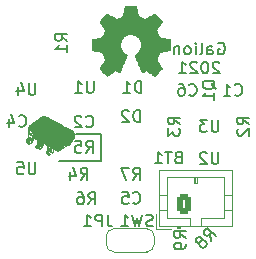
<source format=gbo>
%TF.GenerationSoftware,KiCad,Pcbnew,5.99.0-1.20210313gitc119790.fc32*%
%TF.CreationDate,2021-04-11T18:30:13+02:00*%
%TF.ProjectId,led-pedestal,6c65642d-7065-4646-9573-74616c2e6b69,2*%
%TF.SameCoordinates,Original*%
%TF.FileFunction,Legend,Bot*%
%TF.FilePolarity,Positive*%
%FSLAX46Y46*%
G04 Gerber Fmt 4.6, Leading zero omitted, Abs format (unit mm)*
G04 Created by KiCad (PCBNEW 5.99.0-1.20210313gitc119790.fc32) date 2021-04-11 18:30:13*
%MOMM*%
%LPD*%
G01*
G04 APERTURE LIST*
G04 Aperture macros list*
%AMRoundRect*
0 Rectangle with rounded corners*
0 $1 Rounding radius*
0 $2 $3 $4 $5 $6 $7 $8 $9 X,Y pos of 4 corners*
0 Add a 4 corners polygon primitive as box body*
4,1,4,$2,$3,$4,$5,$6,$7,$8,$9,$2,$3,0*
0 Add four circle primitives for the rounded corners*
1,1,$1+$1,$2,$3*
1,1,$1+$1,$4,$5*
1,1,$1+$1,$6,$7*
1,1,$1+$1,$8,$9*
0 Add four rect primitives between the rounded corners*
20,1,$1+$1,$2,$3,$4,$5,0*
20,1,$1+$1,$4,$5,$6,$7,0*
20,1,$1+$1,$6,$7,$8,$9,0*
20,1,$1+$1,$8,$9,$2,$3,0*%
%AMHorizOval*
0 Thick line with rounded ends*
0 $1 width*
0 $2 $3 position (X,Y) of the first rounded end (center of the circle)*
0 $4 $5 position (X,Y) of the second rounded end (center of the circle)*
0 Add line between two ends*
20,1,$1,$2,$3,$4,$5,0*
0 Add two circle primitives to create the rounded ends*
1,1,$1,$2,$3*
1,1,$1,$4,$5*%
%AMFreePoly0*
4,1,22,0.550000,-0.750000,0.000000,-0.750000,0.000000,-0.745033,-0.079941,-0.743568,-0.215256,-0.701293,-0.333266,-0.622738,-0.424486,-0.514219,-0.481581,-0.384460,-0.499164,-0.250000,-0.500000,-0.250000,-0.500000,0.250000,-0.499164,0.250000,-0.499963,0.256109,-0.478152,0.396186,-0.417904,0.524511,-0.324060,0.630769,-0.204165,0.706417,-0.067858,0.745374,0.000000,0.744959,0.000000,0.750000,
0.550000,0.750000,0.550000,-0.750000,0.550000,-0.750000,$1*%
%AMFreePoly1*
4,1,20,0.000000,0.744959,0.073905,0.744508,0.209726,0.703889,0.328688,0.626782,0.421226,0.519385,0.479903,0.390333,0.500000,0.250000,0.500000,-0.250000,0.499851,-0.262216,0.476331,-0.402017,0.414519,-0.529596,0.319384,-0.634700,0.198574,-0.708877,0.061801,-0.746166,0.000000,-0.745033,0.000000,-0.750000,-0.550000,-0.750000,-0.550000,0.750000,0.000000,0.750000,0.000000,0.744959,
0.000000,0.744959,$1*%
G04 Aperture macros list end*
%ADD10C,0.150000*%
%ADD11C,0.200000*%
%ADD12C,0.120000*%
%ADD13C,0.011561*%
%ADD14C,0.010000*%
%ADD15C,0.700000*%
%ADD16HorizOval,0.800000X-0.247487X-0.247487X0.247487X0.247487X0*%
%ADD17R,1.800000X1.800000*%
%ADD18C,1.800000*%
%ADD19FreePoly0,180.000000*%
%ADD20R,1.000000X1.500000*%
%ADD21FreePoly1,180.000000*%
%ADD22RoundRect,0.250000X-0.350000X-0.625000X0.350000X-0.625000X0.350000X0.625000X-0.350000X0.625000X0*%
%ADD23O,1.200000X1.750000*%
G04 APERTURE END LIST*
D10*
X145415000Y-94615000D02*
X143256000Y-94615000D01*
X145415000Y-94615000D02*
X145415000Y-96901000D01*
X145415000Y-96901000D02*
X141859000Y-96901000D01*
D11*
X155316038Y-86934600D02*
X155411276Y-86886980D01*
X155554133Y-86886980D01*
X155696990Y-86934600D01*
X155792228Y-87029838D01*
X155839847Y-87125076D01*
X155887466Y-87315552D01*
X155887466Y-87458409D01*
X155839847Y-87648885D01*
X155792228Y-87744123D01*
X155696990Y-87839361D01*
X155554133Y-87886980D01*
X155458895Y-87886980D01*
X155316038Y-87839361D01*
X155268419Y-87791742D01*
X155268419Y-87458409D01*
X155458895Y-87458409D01*
X154411276Y-87886980D02*
X154411276Y-87363171D01*
X154458895Y-87267933D01*
X154554133Y-87220314D01*
X154744609Y-87220314D01*
X154839847Y-87267933D01*
X154411276Y-87839361D02*
X154506514Y-87886980D01*
X154744609Y-87886980D01*
X154839847Y-87839361D01*
X154887466Y-87744123D01*
X154887466Y-87648885D01*
X154839847Y-87553647D01*
X154744609Y-87506028D01*
X154506514Y-87506028D01*
X154411276Y-87458409D01*
X153792228Y-87886980D02*
X153887466Y-87839361D01*
X153935085Y-87744123D01*
X153935085Y-86886980D01*
X153411276Y-87886980D02*
X153411276Y-87220314D01*
X153411276Y-86886980D02*
X153458895Y-86934600D01*
X153411276Y-86982219D01*
X153363657Y-86934600D01*
X153411276Y-86886980D01*
X153411276Y-86982219D01*
X152792228Y-87886980D02*
X152887466Y-87839361D01*
X152935085Y-87791742D01*
X152982704Y-87696504D01*
X152982704Y-87410790D01*
X152935085Y-87315552D01*
X152887466Y-87267933D01*
X152792228Y-87220314D01*
X152649371Y-87220314D01*
X152554133Y-87267933D01*
X152506514Y-87315552D01*
X152458895Y-87410790D01*
X152458895Y-87696504D01*
X152506514Y-87791742D01*
X152554133Y-87839361D01*
X152649371Y-87886980D01*
X152792228Y-87886980D01*
X152030323Y-87220314D02*
X152030323Y-87886980D01*
X152030323Y-87315552D02*
X151982704Y-87267933D01*
X151887466Y-87220314D01*
X151744609Y-87220314D01*
X151649371Y-87267933D01*
X151601752Y-87363171D01*
X151601752Y-87886980D01*
X155435085Y-88592219D02*
X155387466Y-88544600D01*
X155292228Y-88496980D01*
X155054133Y-88496980D01*
X154958895Y-88544600D01*
X154911276Y-88592219D01*
X154863657Y-88687457D01*
X154863657Y-88782695D01*
X154911276Y-88925552D01*
X155482704Y-89496980D01*
X154863657Y-89496980D01*
X154244609Y-88496980D02*
X154149371Y-88496980D01*
X154054133Y-88544600D01*
X154006514Y-88592219D01*
X153958895Y-88687457D01*
X153911276Y-88877933D01*
X153911276Y-89116028D01*
X153958895Y-89306504D01*
X154006514Y-89401742D01*
X154054133Y-89449361D01*
X154149371Y-89496980D01*
X154244609Y-89496980D01*
X154339847Y-89449361D01*
X154387466Y-89401742D01*
X154435085Y-89306504D01*
X154482704Y-89116028D01*
X154482704Y-88877933D01*
X154435085Y-88687457D01*
X154387466Y-88592219D01*
X154339847Y-88544600D01*
X154244609Y-88496980D01*
X153530323Y-88592219D02*
X153482704Y-88544600D01*
X153387466Y-88496980D01*
X153149371Y-88496980D01*
X153054133Y-88544600D01*
X153006514Y-88592219D01*
X152958895Y-88687457D01*
X152958895Y-88782695D01*
X153006514Y-88925552D01*
X153577942Y-89496980D01*
X152958895Y-89496980D01*
X152006514Y-89496980D02*
X152577942Y-89496980D01*
X152292228Y-89496980D02*
X152292228Y-88496980D01*
X152387466Y-88639838D01*
X152482704Y-88735076D01*
X152577942Y-88782695D01*
D10*
%TO.C,U1*%
X144779904Y-90130380D02*
X144779904Y-90939904D01*
X144732285Y-91035142D01*
X144684666Y-91082761D01*
X144589428Y-91130380D01*
X144398952Y-91130380D01*
X144303714Y-91082761D01*
X144256095Y-91035142D01*
X144208476Y-90939904D01*
X144208476Y-90130380D01*
X143208476Y-91130380D02*
X143779904Y-91130380D01*
X143494190Y-91130380D02*
X143494190Y-90130380D01*
X143589428Y-90273238D01*
X143684666Y-90368476D01*
X143779904Y-90416095D01*
%TO.C,SW1*%
X149796333Y-102411161D02*
X149653476Y-102458780D01*
X149415380Y-102458780D01*
X149320142Y-102411161D01*
X149272523Y-102363542D01*
X149224904Y-102268304D01*
X149224904Y-102173066D01*
X149272523Y-102077828D01*
X149320142Y-102030209D01*
X149415380Y-101982590D01*
X149605857Y-101934971D01*
X149701095Y-101887352D01*
X149748714Y-101839733D01*
X149796333Y-101744495D01*
X149796333Y-101649257D01*
X149748714Y-101554019D01*
X149701095Y-101506400D01*
X149605857Y-101458780D01*
X149367761Y-101458780D01*
X149224904Y-101506400D01*
X148891571Y-101458780D02*
X148653476Y-102458780D01*
X148463000Y-101744495D01*
X148272523Y-102458780D01*
X148034428Y-101458780D01*
X147129666Y-102458780D02*
X147701095Y-102458780D01*
X147415380Y-102458780D02*
X147415380Y-101458780D01*
X147510619Y-101601638D01*
X147605857Y-101696876D01*
X147701095Y-101744495D01*
%TO.C,U5*%
X139852304Y-97039180D02*
X139852304Y-97848704D01*
X139804685Y-97943942D01*
X139757066Y-97991561D01*
X139661828Y-98039180D01*
X139471352Y-98039180D01*
X139376114Y-97991561D01*
X139328495Y-97943942D01*
X139280876Y-97848704D01*
X139280876Y-97039180D01*
X138328495Y-97039180D02*
X138804685Y-97039180D01*
X138852304Y-97515371D01*
X138804685Y-97467752D01*
X138709447Y-97420133D01*
X138471352Y-97420133D01*
X138376114Y-97467752D01*
X138328495Y-97515371D01*
X138280876Y-97610609D01*
X138280876Y-97848704D01*
X138328495Y-97943942D01*
X138376114Y-97991561D01*
X138471352Y-98039180D01*
X138709447Y-98039180D01*
X138804685Y-97991561D01*
X138852304Y-97943942D01*
%TO.C,C2*%
X144133866Y-93981542D02*
X144181485Y-94029161D01*
X144324342Y-94076780D01*
X144419580Y-94076780D01*
X144562438Y-94029161D01*
X144657676Y-93933923D01*
X144705295Y-93838685D01*
X144752914Y-93648209D01*
X144752914Y-93505352D01*
X144705295Y-93314876D01*
X144657676Y-93219638D01*
X144562438Y-93124400D01*
X144419580Y-93076780D01*
X144324342Y-93076780D01*
X144181485Y-93124400D01*
X144133866Y-93172019D01*
X143752914Y-93172019D02*
X143705295Y-93124400D01*
X143610057Y-93076780D01*
X143371961Y-93076780D01*
X143276723Y-93124400D01*
X143229104Y-93172019D01*
X143181485Y-93267257D01*
X143181485Y-93362495D01*
X143229104Y-93505352D01*
X143800533Y-94076780D01*
X143181485Y-94076780D01*
%TO.C,R6*%
X144337066Y-100579180D02*
X144670400Y-100102990D01*
X144908495Y-100579180D02*
X144908495Y-99579180D01*
X144527542Y-99579180D01*
X144432304Y-99626800D01*
X144384685Y-99674419D01*
X144337066Y-99769657D01*
X144337066Y-99912514D01*
X144384685Y-100007752D01*
X144432304Y-100055371D01*
X144527542Y-100102990D01*
X144908495Y-100102990D01*
X143479923Y-99579180D02*
X143670400Y-99579180D01*
X143765638Y-99626800D01*
X143813257Y-99674419D01*
X143908495Y-99817276D01*
X143956114Y-100007752D01*
X143956114Y-100388704D01*
X143908495Y-100483942D01*
X143860876Y-100531561D01*
X143765638Y-100579180D01*
X143575161Y-100579180D01*
X143479923Y-100531561D01*
X143432304Y-100483942D01*
X143384685Y-100388704D01*
X143384685Y-100150609D01*
X143432304Y-100055371D01*
X143479923Y-100007752D01*
X143575161Y-99960133D01*
X143765638Y-99960133D01*
X143860876Y-100007752D01*
X143908495Y-100055371D01*
X143956114Y-100150609D01*
%TO.C,D1*%
X148820095Y-91130380D02*
X148820095Y-90130380D01*
X148582000Y-90130380D01*
X148439142Y-90178000D01*
X148343904Y-90273238D01*
X148296285Y-90368476D01*
X148248666Y-90558952D01*
X148248666Y-90701809D01*
X148296285Y-90892285D01*
X148343904Y-90987523D01*
X148439142Y-91082761D01*
X148582000Y-91130380D01*
X148820095Y-91130380D01*
X147296285Y-91130380D02*
X147867714Y-91130380D01*
X147582000Y-91130380D02*
X147582000Y-90130380D01*
X147677238Y-90273238D01*
X147772476Y-90368476D01*
X147867714Y-90416095D01*
%TO.C,Q1*%
X155106619Y-90836761D02*
X155059000Y-90741523D01*
X154963761Y-90646285D01*
X154820904Y-90503428D01*
X154773285Y-90408190D01*
X154773285Y-90312952D01*
X155011380Y-90360571D02*
X154963761Y-90265333D01*
X154868523Y-90170095D01*
X154678047Y-90122476D01*
X154344714Y-90122476D01*
X154154238Y-90170095D01*
X154059000Y-90265333D01*
X154011380Y-90360571D01*
X154011380Y-90551047D01*
X154059000Y-90646285D01*
X154154238Y-90741523D01*
X154344714Y-90789142D01*
X154678047Y-90789142D01*
X154868523Y-90741523D01*
X154963761Y-90646285D01*
X155011380Y-90551047D01*
X155011380Y-90360571D01*
X155011380Y-91741523D02*
X155011380Y-91170095D01*
X155011380Y-91455809D02*
X154011380Y-91455809D01*
X154154238Y-91360571D01*
X154249476Y-91265333D01*
X154297095Y-91170095D01*
%TO.C,R5*%
X144133866Y-96210380D02*
X144467200Y-95734190D01*
X144705295Y-96210380D02*
X144705295Y-95210380D01*
X144324342Y-95210380D01*
X144229104Y-95258000D01*
X144181485Y-95305619D01*
X144133866Y-95400857D01*
X144133866Y-95543714D01*
X144181485Y-95638952D01*
X144229104Y-95686571D01*
X144324342Y-95734190D01*
X144705295Y-95734190D01*
X143229104Y-95210380D02*
X143705295Y-95210380D01*
X143752914Y-95686571D01*
X143705295Y-95638952D01*
X143610057Y-95591333D01*
X143371961Y-95591333D01*
X143276723Y-95638952D01*
X143229104Y-95686571D01*
X143181485Y-95781809D01*
X143181485Y-96019904D01*
X143229104Y-96115142D01*
X143276723Y-96162761D01*
X143371961Y-96210380D01*
X143610057Y-96210380D01*
X143705295Y-96162761D01*
X143752914Y-96115142D01*
%TO.C,R8*%
X154717332Y-103681630D02*
X154616317Y-103109210D01*
X155121393Y-103277569D02*
X154414287Y-102570462D01*
X154144912Y-102839836D01*
X154111241Y-102940851D01*
X154111241Y-103008195D01*
X154144912Y-103109210D01*
X154245928Y-103210225D01*
X154346943Y-103243897D01*
X154414287Y-103243897D01*
X154515302Y-103210225D01*
X154784676Y-102940851D01*
X153909210Y-103681630D02*
X153942882Y-103580615D01*
X153942882Y-103513271D01*
X153909210Y-103412256D01*
X153875538Y-103378584D01*
X153774523Y-103344912D01*
X153707180Y-103344912D01*
X153606164Y-103378584D01*
X153471477Y-103513271D01*
X153437806Y-103614287D01*
X153437806Y-103681630D01*
X153471477Y-103782645D01*
X153505149Y-103816317D01*
X153606164Y-103849989D01*
X153673508Y-103849989D01*
X153774523Y-103816317D01*
X153909210Y-103681630D01*
X154010225Y-103647958D01*
X154077569Y-103647958D01*
X154178584Y-103681630D01*
X154313271Y-103816317D01*
X154346943Y-103917332D01*
X154346943Y-103984676D01*
X154313271Y-104085691D01*
X154178584Y-104220378D01*
X154077569Y-104254050D01*
X154010225Y-104254050D01*
X153909210Y-104220378D01*
X153774523Y-104085691D01*
X153740851Y-103984676D01*
X153740851Y-103917332D01*
X153774523Y-103816317D01*
%TO.C,U4*%
X139852304Y-90308180D02*
X139852304Y-91117704D01*
X139804685Y-91212942D01*
X139757066Y-91260561D01*
X139661828Y-91308180D01*
X139471352Y-91308180D01*
X139376114Y-91260561D01*
X139328495Y-91212942D01*
X139280876Y-91117704D01*
X139280876Y-90308180D01*
X138376114Y-90641514D02*
X138376114Y-91308180D01*
X138614209Y-90260561D02*
X138852304Y-90974847D01*
X138233257Y-90974847D01*
%TO.C,R4*%
X143676666Y-98496380D02*
X144010000Y-98020190D01*
X144248095Y-98496380D02*
X144248095Y-97496380D01*
X143867142Y-97496380D01*
X143771904Y-97544000D01*
X143724285Y-97591619D01*
X143676666Y-97686857D01*
X143676666Y-97829714D01*
X143724285Y-97924952D01*
X143771904Y-97972571D01*
X143867142Y-98020190D01*
X144248095Y-98020190D01*
X142819523Y-97829714D02*
X142819523Y-98496380D01*
X143057619Y-97448761D02*
X143295714Y-98163047D01*
X142676666Y-98163047D01*
%TO.C,R1*%
X142539980Y-86752133D02*
X142063790Y-86418800D01*
X142539980Y-86180704D02*
X141539980Y-86180704D01*
X141539980Y-86561657D01*
X141587600Y-86656895D01*
X141635219Y-86704514D01*
X141730457Y-86752133D01*
X141873314Y-86752133D01*
X141968552Y-86704514D01*
X142016171Y-86656895D01*
X142063790Y-86561657D01*
X142063790Y-86180704D01*
X142539980Y-87704514D02*
X142539980Y-87133085D01*
X142539980Y-87418800D02*
X141539980Y-87418800D01*
X141682838Y-87323561D01*
X141778076Y-87228323D01*
X141825695Y-87133085D01*
%TO.C,U2*%
X155346304Y-96175580D02*
X155346304Y-96985104D01*
X155298685Y-97080342D01*
X155251066Y-97127961D01*
X155155828Y-97175580D01*
X154965352Y-97175580D01*
X154870114Y-97127961D01*
X154822495Y-97080342D01*
X154774876Y-96985104D01*
X154774876Y-96175580D01*
X154346304Y-96270819D02*
X154298685Y-96223200D01*
X154203447Y-96175580D01*
X153965352Y-96175580D01*
X153870114Y-96223200D01*
X153822495Y-96270819D01*
X153774876Y-96366057D01*
X153774876Y-96461295D01*
X153822495Y-96604152D01*
X154393923Y-97175580D01*
X153774876Y-97175580D01*
%TO.C,R2*%
X157932380Y-93813333D02*
X157456190Y-93480000D01*
X157932380Y-93241904D02*
X156932380Y-93241904D01*
X156932380Y-93622857D01*
X156980000Y-93718095D01*
X157027619Y-93765714D01*
X157122857Y-93813333D01*
X157265714Y-93813333D01*
X157360952Y-93765714D01*
X157408571Y-93718095D01*
X157456190Y-93622857D01*
X157456190Y-93241904D01*
X157027619Y-94194285D02*
X156980000Y-94241904D01*
X156932380Y-94337142D01*
X156932380Y-94575238D01*
X156980000Y-94670476D01*
X157027619Y-94718095D01*
X157122857Y-94765714D01*
X157218095Y-94765714D01*
X157360952Y-94718095D01*
X157932380Y-94146666D01*
X157932380Y-94765714D01*
%TO.C,C1*%
X156732266Y-91289142D02*
X156779885Y-91336761D01*
X156922742Y-91384380D01*
X157017980Y-91384380D01*
X157160838Y-91336761D01*
X157256076Y-91241523D01*
X157303695Y-91146285D01*
X157351314Y-90955809D01*
X157351314Y-90812952D01*
X157303695Y-90622476D01*
X157256076Y-90527238D01*
X157160838Y-90432000D01*
X157017980Y-90384380D01*
X156922742Y-90384380D01*
X156779885Y-90432000D01*
X156732266Y-90479619D01*
X155779885Y-91384380D02*
X156351314Y-91384380D01*
X156065600Y-91384380D02*
X156065600Y-90384380D01*
X156160838Y-90527238D01*
X156256076Y-90622476D01*
X156351314Y-90670095D01*
%TO.C,C6*%
X152871466Y-91289142D02*
X152919085Y-91336761D01*
X153061942Y-91384380D01*
X153157180Y-91384380D01*
X153300038Y-91336761D01*
X153395276Y-91241523D01*
X153442895Y-91146285D01*
X153490514Y-90955809D01*
X153490514Y-90812952D01*
X153442895Y-90622476D01*
X153395276Y-90527238D01*
X153300038Y-90432000D01*
X153157180Y-90384380D01*
X153061942Y-90384380D01*
X152919085Y-90432000D01*
X152871466Y-90479619D01*
X152014323Y-90384380D02*
X152204800Y-90384380D01*
X152300038Y-90432000D01*
X152347657Y-90479619D01*
X152442895Y-90622476D01*
X152490514Y-90812952D01*
X152490514Y-91193904D01*
X152442895Y-91289142D01*
X152395276Y-91336761D01*
X152300038Y-91384380D01*
X152109561Y-91384380D01*
X152014323Y-91336761D01*
X151966704Y-91289142D01*
X151919085Y-91193904D01*
X151919085Y-90955809D01*
X151966704Y-90860571D01*
X152014323Y-90812952D01*
X152109561Y-90765333D01*
X152300038Y-90765333D01*
X152395276Y-90812952D01*
X152442895Y-90860571D01*
X152490514Y-90955809D01*
%TO.C,U3*%
X155346304Y-93432380D02*
X155346304Y-94241904D01*
X155298685Y-94337142D01*
X155251066Y-94384761D01*
X155155828Y-94432380D01*
X154965352Y-94432380D01*
X154870114Y-94384761D01*
X154822495Y-94337142D01*
X154774876Y-94241904D01*
X154774876Y-93432380D01*
X154393923Y-93432380D02*
X153774876Y-93432380D01*
X154108209Y-93813333D01*
X153965352Y-93813333D01*
X153870114Y-93860952D01*
X153822495Y-93908571D01*
X153774876Y-94003809D01*
X153774876Y-94241904D01*
X153822495Y-94337142D01*
X153870114Y-94384761D01*
X153965352Y-94432380D01*
X154251066Y-94432380D01*
X154346304Y-94384761D01*
X154393923Y-94337142D01*
%TO.C,R9*%
X152598380Y-103439933D02*
X152122190Y-103106600D01*
X152598380Y-102868504D02*
X151598380Y-102868504D01*
X151598380Y-103249457D01*
X151646000Y-103344695D01*
X151693619Y-103392314D01*
X151788857Y-103439933D01*
X151931714Y-103439933D01*
X152026952Y-103392314D01*
X152074571Y-103344695D01*
X152122190Y-103249457D01*
X152122190Y-102868504D01*
X152598380Y-103916123D02*
X152598380Y-104106600D01*
X152550761Y-104201838D01*
X152503142Y-104249457D01*
X152360285Y-104344695D01*
X152169809Y-104392314D01*
X151788857Y-104392314D01*
X151693619Y-104344695D01*
X151646000Y-104297076D01*
X151598380Y-104201838D01*
X151598380Y-104011361D01*
X151646000Y-103916123D01*
X151693619Y-103868504D01*
X151788857Y-103820885D01*
X152026952Y-103820885D01*
X152122190Y-103868504D01*
X152169809Y-103916123D01*
X152217428Y-104011361D01*
X152217428Y-104201838D01*
X152169809Y-104297076D01*
X152122190Y-104344695D01*
X152026952Y-104392314D01*
%TO.C,R7*%
X148121666Y-98496380D02*
X148455000Y-98020190D01*
X148693095Y-98496380D02*
X148693095Y-97496380D01*
X148312142Y-97496380D01*
X148216904Y-97544000D01*
X148169285Y-97591619D01*
X148121666Y-97686857D01*
X148121666Y-97829714D01*
X148169285Y-97924952D01*
X148216904Y-97972571D01*
X148312142Y-98020190D01*
X148693095Y-98020190D01*
X147788333Y-97496380D02*
X147121666Y-97496380D01*
X147550238Y-98496380D01*
%TO.C,R3*%
X152090380Y-93813333D02*
X151614190Y-93480000D01*
X152090380Y-93241904D02*
X151090380Y-93241904D01*
X151090380Y-93622857D01*
X151138000Y-93718095D01*
X151185619Y-93765714D01*
X151280857Y-93813333D01*
X151423714Y-93813333D01*
X151518952Y-93765714D01*
X151566571Y-93718095D01*
X151614190Y-93622857D01*
X151614190Y-93241904D01*
X151090380Y-94146666D02*
X151090380Y-94765714D01*
X151471333Y-94432380D01*
X151471333Y-94575238D01*
X151518952Y-94670476D01*
X151566571Y-94718095D01*
X151661809Y-94765714D01*
X151899904Y-94765714D01*
X151995142Y-94718095D01*
X152042761Y-94670476D01*
X152090380Y-94575238D01*
X152090380Y-94289523D01*
X152042761Y-94194285D01*
X151995142Y-94146666D01*
%TO.C,C5*%
X148121666Y-100433142D02*
X148169285Y-100480761D01*
X148312142Y-100528380D01*
X148407380Y-100528380D01*
X148550238Y-100480761D01*
X148645476Y-100385523D01*
X148693095Y-100290285D01*
X148740714Y-100099809D01*
X148740714Y-99956952D01*
X148693095Y-99766476D01*
X148645476Y-99671238D01*
X148550238Y-99576000D01*
X148407380Y-99528380D01*
X148312142Y-99528380D01*
X148169285Y-99576000D01*
X148121666Y-99623619D01*
X147216904Y-99528380D02*
X147693095Y-99528380D01*
X147740714Y-100004571D01*
X147693095Y-99956952D01*
X147597857Y-99909333D01*
X147359761Y-99909333D01*
X147264523Y-99956952D01*
X147216904Y-100004571D01*
X147169285Y-100099809D01*
X147169285Y-100337904D01*
X147216904Y-100433142D01*
X147264523Y-100480761D01*
X147359761Y-100528380D01*
X147597857Y-100528380D01*
X147693095Y-100480761D01*
X147740714Y-100433142D01*
%TO.C,D2*%
X148692978Y-93619580D02*
X148692978Y-92619580D01*
X148454883Y-92619580D01*
X148312025Y-92667200D01*
X148216787Y-92762438D01*
X148169168Y-92857676D01*
X148121549Y-93048152D01*
X148121549Y-93191009D01*
X148169168Y-93381485D01*
X148216787Y-93476723D01*
X148312025Y-93571961D01*
X148454883Y-93619580D01*
X148692978Y-93619580D01*
X147740597Y-92714819D02*
X147692978Y-92667200D01*
X147597740Y-92619580D01*
X147359644Y-92619580D01*
X147264406Y-92667200D01*
X147216787Y-92714819D01*
X147169168Y-92810057D01*
X147169168Y-92905295D01*
X147216787Y-93048152D01*
X147788216Y-93619580D01*
X147169168Y-93619580D01*
%TO.C,C4*%
X138444266Y-93930742D02*
X138491885Y-93978361D01*
X138634742Y-94025980D01*
X138729980Y-94025980D01*
X138872838Y-93978361D01*
X138968076Y-93883123D01*
X139015695Y-93787885D01*
X139063314Y-93597409D01*
X139063314Y-93454552D01*
X139015695Y-93264076D01*
X138968076Y-93168838D01*
X138872838Y-93073600D01*
X138729980Y-93025980D01*
X138634742Y-93025980D01*
X138491885Y-93073600D01*
X138444266Y-93121219D01*
X137587123Y-93359314D02*
X137587123Y-94025980D01*
X137825219Y-92978361D02*
X138063314Y-93692647D01*
X137444266Y-93692647D01*
%TO.C,JP1*%
X145968933Y-101458780D02*
X145968933Y-102173066D01*
X146016552Y-102315923D01*
X146111790Y-102411161D01*
X146254647Y-102458780D01*
X146349885Y-102458780D01*
X145492742Y-102458780D02*
X145492742Y-101458780D01*
X145111790Y-101458780D01*
X145016552Y-101506400D01*
X144968933Y-101554019D01*
X144921314Y-101649257D01*
X144921314Y-101792114D01*
X144968933Y-101887352D01*
X145016552Y-101934971D01*
X145111790Y-101982590D01*
X145492742Y-101982590D01*
X143968933Y-102458780D02*
X144540361Y-102458780D01*
X144254647Y-102458780D02*
X144254647Y-101458780D01*
X144349885Y-101601638D01*
X144445123Y-101696876D01*
X144540361Y-101744495D01*
%TO.C,BT1*%
X151915714Y-96600971D02*
X151772857Y-96648590D01*
X151725238Y-96696209D01*
X151677619Y-96791447D01*
X151677619Y-96934304D01*
X151725238Y-97029542D01*
X151772857Y-97077161D01*
X151868095Y-97124780D01*
X152249047Y-97124780D01*
X152249047Y-96124780D01*
X151915714Y-96124780D01*
X151820476Y-96172400D01*
X151772857Y-96220019D01*
X151725238Y-96315257D01*
X151725238Y-96410495D01*
X151772857Y-96505733D01*
X151820476Y-96553352D01*
X151915714Y-96600971D01*
X152249047Y-96600971D01*
X151391904Y-96124780D02*
X150820476Y-96124780D01*
X151106190Y-97124780D02*
X151106190Y-96124780D01*
X149963333Y-97124780D02*
X150534761Y-97124780D01*
X150249047Y-97124780D02*
X150249047Y-96124780D01*
X150344285Y-96267638D01*
X150439523Y-96362876D01*
X150534761Y-96410495D01*
D12*
%TO.C,JP1*%
X145828800Y-103332000D02*
X145828800Y-103932000D01*
X149278800Y-102632000D02*
X146478800Y-102632000D01*
X146478800Y-104632000D02*
X149278800Y-104632000D01*
X149928800Y-103932000D02*
X149928800Y-103332000D01*
X145828800Y-103932000D02*
G75*
G03*
X146528800Y-104632000I700000J0D01*
G01*
X149228800Y-104632000D02*
G75*
G03*
X149928800Y-103932000I0J700000D01*
G01*
X146528800Y-102632000D02*
G75*
G03*
X145828800Y-103332000I0J-700000D01*
G01*
X149928800Y-103332000D02*
G75*
G03*
X149228800Y-102632000I-700000J0D01*
G01*
%TO.C,BT1*%
X153400000Y-98284000D02*
X153400000Y-98784000D01*
X153300000Y-98784000D02*
X153500000Y-98784000D01*
X152100000Y-102394000D02*
X152100000Y-102594000D01*
X153900000Y-101784000D02*
X153900000Y-102394000D01*
X150950000Y-101784000D02*
X150950000Y-98284000D01*
X150340000Y-97674000D02*
X156460000Y-97674000D01*
X156460000Y-97674000D02*
X156460000Y-102394000D01*
X156460000Y-99784000D02*
X155850000Y-99784000D01*
X152900000Y-101784000D02*
X150950000Y-101784000D01*
X152100000Y-102494000D02*
X151800000Y-102494000D01*
X151290000Y-102694000D02*
X150040000Y-102694000D01*
X153500000Y-98784000D02*
X153500000Y-98284000D01*
X156460000Y-102394000D02*
X150340000Y-102394000D01*
X150950000Y-98284000D02*
X155850000Y-98284000D01*
X150340000Y-101084000D02*
X150950000Y-101084000D01*
X150040000Y-102694000D02*
X150040000Y-101444000D01*
X153300000Y-98284000D02*
X153300000Y-98784000D01*
X152900000Y-102394000D02*
X152900000Y-101784000D01*
X150340000Y-99784000D02*
X150950000Y-99784000D01*
X150340000Y-102394000D02*
X150340000Y-97674000D01*
X152100000Y-102594000D02*
X151800000Y-102594000D01*
X155850000Y-98284000D02*
X155850000Y-101784000D01*
X156460000Y-101084000D02*
X155850000Y-101084000D01*
X151800000Y-102594000D02*
X151800000Y-102394000D01*
X155850000Y-101784000D02*
X153900000Y-101784000D01*
D13*
%TO.C,LG1*%
X139661467Y-94384979D02*
X139645008Y-94377004D01*
X139645008Y-94377004D02*
X139622822Y-94364862D01*
X139622822Y-94364862D02*
X139610842Y-94357783D01*
X139610842Y-94357783D02*
X139598946Y-94350327D01*
X139598946Y-94350327D02*
X139587637Y-94342718D01*
X139587637Y-94342718D02*
X139577420Y-94335176D01*
X139577420Y-94335176D02*
X139568801Y-94327924D01*
X139568801Y-94327924D02*
X139562285Y-94321184D01*
X139562285Y-94321184D02*
X139559973Y-94318075D01*
X139559973Y-94318075D02*
X139558376Y-94315177D01*
X139558376Y-94315177D02*
X139557556Y-94312519D01*
X139557556Y-94312519D02*
X139557578Y-94310126D01*
X139557578Y-94310126D02*
X139558505Y-94308028D01*
X139558505Y-94308028D02*
X139560399Y-94306253D01*
X139560399Y-94306253D02*
X139563323Y-94304827D01*
X139563323Y-94304827D02*
X139567341Y-94303778D01*
X139567341Y-94303778D02*
X139572516Y-94303136D01*
X139572516Y-94303136D02*
X139578910Y-94302926D01*
X139578910Y-94302926D02*
X139586588Y-94303177D01*
X139586588Y-94303177D02*
X139595612Y-94303916D01*
X139595612Y-94303916D02*
X139565289Y-94285803D01*
X139565289Y-94285803D02*
X139546412Y-94272177D01*
X139546412Y-94272177D02*
X139540805Y-94266922D01*
X139540805Y-94266922D02*
X139537508Y-94262640D01*
X139537508Y-94262640D02*
X139536335Y-94259279D01*
X139536335Y-94259279D02*
X139537103Y-94256791D01*
X139537103Y-94256791D02*
X139539628Y-94255126D01*
X139539628Y-94255126D02*
X139543726Y-94254233D01*
X139543726Y-94254233D02*
X139555903Y-94254565D01*
X139555903Y-94254565D02*
X139572162Y-94257388D01*
X139572162Y-94257388D02*
X139591030Y-94262302D01*
X139591030Y-94262302D02*
X139611034Y-94268909D01*
X139611034Y-94268909D02*
X139630702Y-94276809D01*
X139630702Y-94276809D02*
X139648562Y-94285602D01*
X139648562Y-94285602D02*
X139663139Y-94294889D01*
X139663139Y-94294889D02*
X139668737Y-94299593D01*
X139668737Y-94299593D02*
X139672963Y-94304271D01*
X139672963Y-94304271D02*
X139675631Y-94308873D01*
X139675631Y-94308873D02*
X139676559Y-94313348D01*
X139676559Y-94313348D02*
X139675562Y-94317648D01*
X139675562Y-94317648D02*
X139672456Y-94321721D01*
X139672456Y-94321721D02*
X139667057Y-94325519D01*
X139667057Y-94325519D02*
X139659181Y-94328991D01*
X139659181Y-94328991D02*
X139647140Y-94329478D01*
X139647140Y-94329478D02*
X139643815Y-94330008D01*
X139643815Y-94330008D02*
X139642109Y-94330721D01*
X139642109Y-94330721D02*
X139641886Y-94331612D01*
X139641886Y-94331612D02*
X139643015Y-94332674D01*
X139643015Y-94332674D02*
X139648789Y-94335289D01*
X139648789Y-94335289D02*
X139699167Y-94351424D01*
X139699167Y-94351424D02*
X139713231Y-94356640D01*
X139713231Y-94356640D02*
X139725743Y-94362235D01*
X139725743Y-94362235D02*
X139735631Y-94368161D01*
X139735631Y-94368161D02*
X139739258Y-94371234D01*
X139739258Y-94371234D02*
X139741828Y-94374371D01*
X139741828Y-94374371D02*
X139743207Y-94377568D01*
X139743207Y-94377568D02*
X139743261Y-94380818D01*
X139743261Y-94380818D02*
X139741858Y-94384116D01*
X139741858Y-94384116D02*
X139738862Y-94387455D01*
X139738862Y-94387455D02*
X139734141Y-94390829D01*
X139734141Y-94390829D02*
X139727560Y-94394234D01*
X139727560Y-94394234D02*
X139718986Y-94397661D01*
X139718986Y-94397661D02*
X139708285Y-94401107D01*
X139708285Y-94401107D02*
X139705363Y-94401475D01*
X139705363Y-94401475D02*
X139702255Y-94401753D01*
X139702255Y-94401753D02*
X139699002Y-94401921D01*
X139699002Y-94401921D02*
X139695643Y-94401959D01*
X139695643Y-94401959D02*
X139692218Y-94401848D01*
X139692218Y-94401848D02*
X139688766Y-94401566D01*
X139688766Y-94401566D02*
X139685327Y-94401095D01*
X139685327Y-94401095D02*
X139681939Y-94400413D01*
X139681939Y-94400413D02*
X139678644Y-94399501D01*
X139678644Y-94399501D02*
X139675480Y-94398339D01*
X139675480Y-94398339D02*
X139673959Y-94397658D01*
X139673959Y-94397658D02*
X139672487Y-94396906D01*
X139672487Y-94396906D02*
X139671066Y-94396082D01*
X139671066Y-94396082D02*
X139669704Y-94395182D01*
X139669704Y-94395182D02*
X139668403Y-94394205D01*
X139668403Y-94394205D02*
X139667171Y-94393148D01*
X139667171Y-94393148D02*
X139666010Y-94392008D01*
X139666010Y-94392008D02*
X139664927Y-94390783D01*
X139664927Y-94390783D02*
X139663926Y-94389470D01*
X139663926Y-94389470D02*
X139663013Y-94388067D01*
X139663013Y-94388067D02*
X139662191Y-94386571D01*
X139662191Y-94386571D02*
X139661467Y-94384979D01*
X139661467Y-94384979D02*
X139661467Y-94384979D01*
G36*
X139555903Y-94254565D02*
G01*
X139572162Y-94257388D01*
X139591030Y-94262302D01*
X139611034Y-94268909D01*
X139630702Y-94276809D01*
X139648562Y-94285602D01*
X139663139Y-94294889D01*
X139668737Y-94299593D01*
X139672963Y-94304271D01*
X139675631Y-94308873D01*
X139676559Y-94313348D01*
X139675562Y-94317648D01*
X139672456Y-94321721D01*
X139667057Y-94325519D01*
X139659181Y-94328991D01*
X139647140Y-94329478D01*
X139643815Y-94330008D01*
X139642109Y-94330721D01*
X139641886Y-94331612D01*
X139643015Y-94332674D01*
X139648789Y-94335289D01*
X139699167Y-94351424D01*
X139713231Y-94356640D01*
X139725743Y-94362235D01*
X139735631Y-94368161D01*
X139739258Y-94371234D01*
X139741828Y-94374371D01*
X139743207Y-94377568D01*
X139743261Y-94380818D01*
X139741858Y-94384116D01*
X139738862Y-94387455D01*
X139734141Y-94390829D01*
X139727560Y-94394234D01*
X139718986Y-94397661D01*
X139708285Y-94401107D01*
X139705363Y-94401475D01*
X139702255Y-94401753D01*
X139699002Y-94401921D01*
X139695643Y-94401959D01*
X139692218Y-94401848D01*
X139688766Y-94401566D01*
X139685327Y-94401095D01*
X139681939Y-94400413D01*
X139678644Y-94399501D01*
X139675480Y-94398339D01*
X139673959Y-94397658D01*
X139672487Y-94396906D01*
X139671066Y-94396082D01*
X139669704Y-94395182D01*
X139668403Y-94394205D01*
X139667171Y-94393148D01*
X139666010Y-94392008D01*
X139664927Y-94390783D01*
X139663926Y-94389470D01*
X139663013Y-94388067D01*
X139662191Y-94386571D01*
X139661467Y-94384979D01*
X139645008Y-94377004D01*
X139622822Y-94364862D01*
X139610842Y-94357783D01*
X139598946Y-94350327D01*
X139587637Y-94342718D01*
X139577420Y-94335176D01*
X139568801Y-94327924D01*
X139562285Y-94321184D01*
X139559973Y-94318075D01*
X139558376Y-94315177D01*
X139557556Y-94312519D01*
X139557578Y-94310126D01*
X139558505Y-94308028D01*
X139560399Y-94306253D01*
X139563323Y-94304827D01*
X139567341Y-94303778D01*
X139572516Y-94303136D01*
X139578910Y-94302926D01*
X139586588Y-94303177D01*
X139595612Y-94303916D01*
X139565289Y-94285803D01*
X139546412Y-94272177D01*
X139540805Y-94266922D01*
X139537508Y-94262640D01*
X139536335Y-94259279D01*
X139537103Y-94256791D01*
X139539628Y-94255126D01*
X139543726Y-94254233D01*
X139555903Y-94254565D01*
G37*
X139555903Y-94254565D02*
X139572162Y-94257388D01*
X139591030Y-94262302D01*
X139611034Y-94268909D01*
X139630702Y-94276809D01*
X139648562Y-94285602D01*
X139663139Y-94294889D01*
X139668737Y-94299593D01*
X139672963Y-94304271D01*
X139675631Y-94308873D01*
X139676559Y-94313348D01*
X139675562Y-94317648D01*
X139672456Y-94321721D01*
X139667057Y-94325519D01*
X139659181Y-94328991D01*
X139647140Y-94329478D01*
X139643815Y-94330008D01*
X139642109Y-94330721D01*
X139641886Y-94331612D01*
X139643015Y-94332674D01*
X139648789Y-94335289D01*
X139699167Y-94351424D01*
X139713231Y-94356640D01*
X139725743Y-94362235D01*
X139735631Y-94368161D01*
X139739258Y-94371234D01*
X139741828Y-94374371D01*
X139743207Y-94377568D01*
X139743261Y-94380818D01*
X139741858Y-94384116D01*
X139738862Y-94387455D01*
X139734141Y-94390829D01*
X139727560Y-94394234D01*
X139718986Y-94397661D01*
X139708285Y-94401107D01*
X139705363Y-94401475D01*
X139702255Y-94401753D01*
X139699002Y-94401921D01*
X139695643Y-94401959D01*
X139692218Y-94401848D01*
X139688766Y-94401566D01*
X139685327Y-94401095D01*
X139681939Y-94400413D01*
X139678644Y-94399501D01*
X139675480Y-94398339D01*
X139673959Y-94397658D01*
X139672487Y-94396906D01*
X139671066Y-94396082D01*
X139669704Y-94395182D01*
X139668403Y-94394205D01*
X139667171Y-94393148D01*
X139666010Y-94392008D01*
X139664927Y-94390783D01*
X139663926Y-94389470D01*
X139663013Y-94388067D01*
X139662191Y-94386571D01*
X139661467Y-94384979D01*
X139645008Y-94377004D01*
X139622822Y-94364862D01*
X139610842Y-94357783D01*
X139598946Y-94350327D01*
X139587637Y-94342718D01*
X139577420Y-94335176D01*
X139568801Y-94327924D01*
X139562285Y-94321184D01*
X139559973Y-94318075D01*
X139558376Y-94315177D01*
X139557556Y-94312519D01*
X139557578Y-94310126D01*
X139558505Y-94308028D01*
X139560399Y-94306253D01*
X139563323Y-94304827D01*
X139567341Y-94303778D01*
X139572516Y-94303136D01*
X139578910Y-94302926D01*
X139586588Y-94303177D01*
X139595612Y-94303916D01*
X139565289Y-94285803D01*
X139546412Y-94272177D01*
X139540805Y-94266922D01*
X139537508Y-94262640D01*
X139536335Y-94259279D01*
X139537103Y-94256791D01*
X139539628Y-94255126D01*
X139543726Y-94254233D01*
X139555903Y-94254565D01*
X140399694Y-95038269D02*
X140394190Y-95036741D01*
X140394190Y-95036741D02*
X140388498Y-95034831D01*
X140388498Y-95034831D02*
X140376562Y-95029977D01*
X140376562Y-95029977D02*
X140363915Y-95023922D01*
X140363915Y-95023922D02*
X140350586Y-95016880D01*
X140350586Y-95016880D02*
X140291014Y-94983159D01*
X140291014Y-94983159D02*
X140274701Y-94974415D01*
X140274701Y-94974415D02*
X140257875Y-94965977D01*
X140257875Y-94965977D02*
X140240568Y-94958059D01*
X140240568Y-94958059D02*
X140222805Y-94950876D01*
X140222805Y-94950876D02*
X140204617Y-94944644D01*
X140204617Y-94944644D02*
X140195373Y-94941952D01*
X140195373Y-94941952D02*
X140186032Y-94939578D01*
X140186032Y-94939578D02*
X140176599Y-94937549D01*
X140176599Y-94937549D02*
X140167078Y-94935892D01*
X140167078Y-94935892D02*
X140157472Y-94934635D01*
X140157472Y-94934635D02*
X140147784Y-94933803D01*
X140147784Y-94933803D02*
X140147828Y-94922776D01*
X140147828Y-94922776D02*
X140148315Y-94912279D01*
X140148315Y-94912279D02*
X140149227Y-94902292D01*
X140149227Y-94902292D02*
X140150548Y-94892795D01*
X140150548Y-94892795D02*
X140152260Y-94883767D01*
X140152260Y-94883767D02*
X140154346Y-94875190D01*
X140154346Y-94875190D02*
X140156789Y-94867042D01*
X140156789Y-94867042D02*
X140159572Y-94859305D01*
X140159572Y-94859305D02*
X140162677Y-94851959D01*
X140162677Y-94851959D02*
X140166087Y-94844982D01*
X140166087Y-94844982D02*
X140169785Y-94838357D01*
X140169785Y-94838357D02*
X140173754Y-94832062D01*
X140173754Y-94832062D02*
X140177977Y-94826077D01*
X140177977Y-94826077D02*
X140182436Y-94820384D01*
X140182436Y-94820384D02*
X140187115Y-94814962D01*
X140187115Y-94814962D02*
X140191995Y-94809790D01*
X140191995Y-94809790D02*
X140202294Y-94800121D01*
X140202294Y-94800121D02*
X140213194Y-94791217D01*
X140213194Y-94791217D02*
X140224560Y-94782919D01*
X140224560Y-94782919D02*
X140236252Y-94775069D01*
X140236252Y-94775069D02*
X140283537Y-94744951D01*
X140283537Y-94744951D02*
X140284433Y-94730596D01*
X140284433Y-94730596D02*
X140286640Y-94718252D01*
X140286640Y-94718252D02*
X140290093Y-94707828D01*
X140290093Y-94707828D02*
X140294725Y-94699236D01*
X140294725Y-94699236D02*
X140300469Y-94692385D01*
X140300469Y-94692385D02*
X140307260Y-94687186D01*
X140307260Y-94687186D02*
X140315030Y-94683547D01*
X140315030Y-94683547D02*
X140323713Y-94681380D01*
X140323713Y-94681380D02*
X140333243Y-94680594D01*
X140333243Y-94680594D02*
X140343552Y-94681100D01*
X140343552Y-94681100D02*
X140354576Y-94682807D01*
X140354576Y-94682807D02*
X140366246Y-94685626D01*
X140366246Y-94685626D02*
X140378497Y-94689466D01*
X140378497Y-94689466D02*
X140391262Y-94694239D01*
X140391262Y-94694239D02*
X140404475Y-94699853D01*
X140404475Y-94699853D02*
X140418069Y-94706218D01*
X140418069Y-94706218D02*
X140446135Y-94720846D01*
X140446135Y-94720846D02*
X140474927Y-94737401D01*
X140474927Y-94737401D02*
X140503914Y-94755165D01*
X140503914Y-94755165D02*
X140532564Y-94773417D01*
X140532564Y-94773417D02*
X140586726Y-94808512D01*
X140586726Y-94808512D02*
X140611173Y-94823914D01*
X140611173Y-94823914D02*
X140633156Y-94836928D01*
X140633156Y-94836928D02*
X140638475Y-94846688D01*
X140638475Y-94846688D02*
X140642443Y-94855143D01*
X140642443Y-94855143D02*
X140645156Y-94862381D01*
X140645156Y-94862381D02*
X140646704Y-94868491D01*
X140646704Y-94868491D02*
X140647181Y-94873563D01*
X140647181Y-94873563D02*
X140646680Y-94877685D01*
X140646680Y-94877685D02*
X140645295Y-94880947D01*
X140645295Y-94880947D02*
X140643118Y-94883437D01*
X140643118Y-94883437D02*
X140640243Y-94885246D01*
X140640243Y-94885246D02*
X140636762Y-94886462D01*
X140636762Y-94886462D02*
X140632768Y-94887173D01*
X140632768Y-94887173D02*
X140628355Y-94887471D01*
X140628355Y-94887471D02*
X140618643Y-94887178D01*
X140618643Y-94887178D02*
X140608370Y-94886296D01*
X140608370Y-94886296D02*
X140598281Y-94885539D01*
X140598281Y-94885539D02*
X140589120Y-94885619D01*
X140589120Y-94885619D02*
X140585119Y-94886196D01*
X140585119Y-94886196D02*
X140581631Y-94887250D01*
X140581631Y-94887250D02*
X140578746Y-94888869D01*
X140578746Y-94888869D02*
X140576558Y-94891144D01*
X140576558Y-94891144D02*
X140575161Y-94894162D01*
X140575161Y-94894162D02*
X140574648Y-94898014D01*
X140574648Y-94898014D02*
X140575111Y-94902789D01*
X140575111Y-94902789D02*
X140576643Y-94908575D01*
X140576643Y-94908575D02*
X140579338Y-94915462D01*
X140579338Y-94915462D02*
X140583288Y-94923538D01*
X140583288Y-94923538D02*
X140588588Y-94932894D01*
X140588588Y-94932894D02*
X140595329Y-94943618D01*
X140595329Y-94943618D02*
X140548998Y-94973438D01*
X140548998Y-94973438D02*
X140539500Y-94979222D01*
X140539500Y-94979222D02*
X140531141Y-94983966D01*
X140531141Y-94983966D02*
X140524075Y-94987483D01*
X140524075Y-94987483D02*
X140518454Y-94989587D01*
X140518454Y-94989587D02*
X140516233Y-94990051D01*
X140516233Y-94990051D02*
X140514431Y-94990092D01*
X140514431Y-94990092D02*
X140513067Y-94989686D01*
X140513067Y-94989686D02*
X140512159Y-94988811D01*
X140512159Y-94988811D02*
X140511727Y-94987443D01*
X140511727Y-94987443D02*
X140511790Y-94985559D01*
X140511790Y-94985559D02*
X140512367Y-94983135D01*
X140512367Y-94983135D02*
X140513477Y-94980148D01*
X140513477Y-94980148D02*
X140517373Y-94972393D01*
X140517373Y-94972393D02*
X140523631Y-94962108D01*
X140523631Y-94962108D02*
X140532403Y-94949107D01*
X140532403Y-94949107D02*
X140543843Y-94933202D01*
X140543843Y-94933202D02*
X140535300Y-94930162D01*
X140535300Y-94930162D02*
X140527419Y-94928163D01*
X140527419Y-94928163D02*
X140520169Y-94927142D01*
X140520169Y-94927142D02*
X140513522Y-94927036D01*
X140513522Y-94927036D02*
X140507447Y-94927780D01*
X140507447Y-94927780D02*
X140501916Y-94929311D01*
X140501916Y-94929311D02*
X140496900Y-94931566D01*
X140496900Y-94931566D02*
X140492369Y-94934480D01*
X140492369Y-94934480D02*
X140488293Y-94937991D01*
X140488293Y-94937991D02*
X140484643Y-94942033D01*
X140484643Y-94942033D02*
X140481391Y-94946545D01*
X140481391Y-94946545D02*
X140478507Y-94951462D01*
X140478507Y-94951462D02*
X140475960Y-94956720D01*
X140475960Y-94956720D02*
X140473723Y-94962255D01*
X140473723Y-94962255D02*
X140470058Y-94973906D01*
X140470058Y-94973906D02*
X140467278Y-94985903D01*
X140467278Y-94985903D02*
X140465147Y-94997738D01*
X140465147Y-94997738D02*
X140461895Y-95018884D01*
X140461895Y-95018884D02*
X140460305Y-95027177D01*
X140460305Y-95027177D02*
X140458426Y-95033271D01*
X140458426Y-95033271D02*
X140457305Y-95035334D01*
X140457305Y-95035334D02*
X140456023Y-95036656D01*
X140456023Y-95036656D02*
X140454552Y-95037174D01*
X140454552Y-95037174D02*
X140452862Y-95036824D01*
X140452862Y-95036824D02*
X140420849Y-95030023D01*
X140420849Y-95030023D02*
X140399694Y-95038269D01*
X140399694Y-95038269D02*
X140399694Y-95038269D01*
G36*
X140343552Y-94681100D02*
G01*
X140354576Y-94682807D01*
X140366246Y-94685626D01*
X140378497Y-94689466D01*
X140391262Y-94694239D01*
X140404475Y-94699853D01*
X140418069Y-94706218D01*
X140446135Y-94720846D01*
X140474927Y-94737401D01*
X140503914Y-94755165D01*
X140532564Y-94773417D01*
X140586726Y-94808512D01*
X140611173Y-94823914D01*
X140633156Y-94836928D01*
X140638475Y-94846688D01*
X140642443Y-94855143D01*
X140645156Y-94862381D01*
X140646704Y-94868491D01*
X140647181Y-94873563D01*
X140646680Y-94877685D01*
X140645295Y-94880947D01*
X140643118Y-94883437D01*
X140640243Y-94885246D01*
X140636762Y-94886462D01*
X140632768Y-94887173D01*
X140628355Y-94887471D01*
X140618643Y-94887178D01*
X140608370Y-94886296D01*
X140598281Y-94885539D01*
X140589120Y-94885619D01*
X140585119Y-94886196D01*
X140581631Y-94887250D01*
X140578746Y-94888869D01*
X140576558Y-94891144D01*
X140575161Y-94894162D01*
X140574648Y-94898014D01*
X140575111Y-94902789D01*
X140576643Y-94908575D01*
X140579338Y-94915462D01*
X140583288Y-94923538D01*
X140588588Y-94932894D01*
X140595329Y-94943618D01*
X140548998Y-94973438D01*
X140539500Y-94979222D01*
X140531141Y-94983966D01*
X140524075Y-94987483D01*
X140518454Y-94989587D01*
X140516233Y-94990051D01*
X140514431Y-94990092D01*
X140513067Y-94989686D01*
X140512159Y-94988811D01*
X140511727Y-94987443D01*
X140511790Y-94985559D01*
X140512367Y-94983135D01*
X140513477Y-94980148D01*
X140517373Y-94972393D01*
X140523631Y-94962108D01*
X140532403Y-94949107D01*
X140543843Y-94933202D01*
X140535300Y-94930162D01*
X140527419Y-94928163D01*
X140520169Y-94927142D01*
X140513522Y-94927036D01*
X140507447Y-94927780D01*
X140501916Y-94929311D01*
X140496900Y-94931566D01*
X140492369Y-94934480D01*
X140488293Y-94937991D01*
X140484643Y-94942033D01*
X140481391Y-94946545D01*
X140478507Y-94951462D01*
X140475960Y-94956720D01*
X140473723Y-94962255D01*
X140470058Y-94973906D01*
X140467278Y-94985903D01*
X140465147Y-94997738D01*
X140461895Y-95018884D01*
X140460305Y-95027177D01*
X140458426Y-95033271D01*
X140457305Y-95035334D01*
X140456023Y-95036656D01*
X140454552Y-95037174D01*
X140452862Y-95036824D01*
X140420849Y-95030023D01*
X140399694Y-95038269D01*
X140394190Y-95036741D01*
X140388498Y-95034831D01*
X140376562Y-95029977D01*
X140363915Y-95023922D01*
X140350586Y-95016880D01*
X140291014Y-94983159D01*
X140274701Y-94974415D01*
X140257875Y-94965977D01*
X140240568Y-94958059D01*
X140222805Y-94950876D01*
X140204617Y-94944644D01*
X140195373Y-94941952D01*
X140186032Y-94939578D01*
X140176599Y-94937549D01*
X140167078Y-94935892D01*
X140157472Y-94934635D01*
X140147784Y-94933803D01*
X140147828Y-94922776D01*
X140148315Y-94912279D01*
X140149227Y-94902292D01*
X140150548Y-94892795D01*
X140152260Y-94883767D01*
X140154346Y-94875190D01*
X140156789Y-94867042D01*
X140159572Y-94859305D01*
X140162677Y-94851959D01*
X140166087Y-94844982D01*
X140169785Y-94838357D01*
X140173754Y-94832062D01*
X140177977Y-94826077D01*
X140182436Y-94820384D01*
X140187115Y-94814962D01*
X140191995Y-94809790D01*
X140202294Y-94800121D01*
X140213194Y-94791217D01*
X140224560Y-94782919D01*
X140236252Y-94775069D01*
X140283537Y-94744951D01*
X140284433Y-94730596D01*
X140286640Y-94718252D01*
X140290093Y-94707828D01*
X140294725Y-94699236D01*
X140300469Y-94692385D01*
X140307260Y-94687186D01*
X140315030Y-94683547D01*
X140323713Y-94681380D01*
X140333243Y-94680594D01*
X140343552Y-94681100D01*
G37*
X140343552Y-94681100D02*
X140354576Y-94682807D01*
X140366246Y-94685626D01*
X140378497Y-94689466D01*
X140391262Y-94694239D01*
X140404475Y-94699853D01*
X140418069Y-94706218D01*
X140446135Y-94720846D01*
X140474927Y-94737401D01*
X140503914Y-94755165D01*
X140532564Y-94773417D01*
X140586726Y-94808512D01*
X140611173Y-94823914D01*
X140633156Y-94836928D01*
X140638475Y-94846688D01*
X140642443Y-94855143D01*
X140645156Y-94862381D01*
X140646704Y-94868491D01*
X140647181Y-94873563D01*
X140646680Y-94877685D01*
X140645295Y-94880947D01*
X140643118Y-94883437D01*
X140640243Y-94885246D01*
X140636762Y-94886462D01*
X140632768Y-94887173D01*
X140628355Y-94887471D01*
X140618643Y-94887178D01*
X140608370Y-94886296D01*
X140598281Y-94885539D01*
X140589120Y-94885619D01*
X140585119Y-94886196D01*
X140581631Y-94887250D01*
X140578746Y-94888869D01*
X140576558Y-94891144D01*
X140575161Y-94894162D01*
X140574648Y-94898014D01*
X140575111Y-94902789D01*
X140576643Y-94908575D01*
X140579338Y-94915462D01*
X140583288Y-94923538D01*
X140588588Y-94932894D01*
X140595329Y-94943618D01*
X140548998Y-94973438D01*
X140539500Y-94979222D01*
X140531141Y-94983966D01*
X140524075Y-94987483D01*
X140518454Y-94989587D01*
X140516233Y-94990051D01*
X140514431Y-94990092D01*
X140513067Y-94989686D01*
X140512159Y-94988811D01*
X140511727Y-94987443D01*
X140511790Y-94985559D01*
X140512367Y-94983135D01*
X140513477Y-94980148D01*
X140517373Y-94972393D01*
X140523631Y-94962108D01*
X140532403Y-94949107D01*
X140543843Y-94933202D01*
X140535300Y-94930162D01*
X140527419Y-94928163D01*
X140520169Y-94927142D01*
X140513522Y-94927036D01*
X140507447Y-94927780D01*
X140501916Y-94929311D01*
X140496900Y-94931566D01*
X140492369Y-94934480D01*
X140488293Y-94937991D01*
X140484643Y-94942033D01*
X140481391Y-94946545D01*
X140478507Y-94951462D01*
X140475960Y-94956720D01*
X140473723Y-94962255D01*
X140470058Y-94973906D01*
X140467278Y-94985903D01*
X140465147Y-94997738D01*
X140461895Y-95018884D01*
X140460305Y-95027177D01*
X140458426Y-95033271D01*
X140457305Y-95035334D01*
X140456023Y-95036656D01*
X140454552Y-95037174D01*
X140452862Y-95036824D01*
X140420849Y-95030023D01*
X140399694Y-95038269D01*
X140394190Y-95036741D01*
X140388498Y-95034831D01*
X140376562Y-95029977D01*
X140363915Y-95023922D01*
X140350586Y-95016880D01*
X140291014Y-94983159D01*
X140274701Y-94974415D01*
X140257875Y-94965977D01*
X140240568Y-94958059D01*
X140222805Y-94950876D01*
X140204617Y-94944644D01*
X140195373Y-94941952D01*
X140186032Y-94939578D01*
X140176599Y-94937549D01*
X140167078Y-94935892D01*
X140157472Y-94934635D01*
X140147784Y-94933803D01*
X140147828Y-94922776D01*
X140148315Y-94912279D01*
X140149227Y-94902292D01*
X140150548Y-94892795D01*
X140152260Y-94883767D01*
X140154346Y-94875190D01*
X140156789Y-94867042D01*
X140159572Y-94859305D01*
X140162677Y-94851959D01*
X140166087Y-94844982D01*
X140169785Y-94838357D01*
X140173754Y-94832062D01*
X140177977Y-94826077D01*
X140182436Y-94820384D01*
X140187115Y-94814962D01*
X140191995Y-94809790D01*
X140202294Y-94800121D01*
X140213194Y-94791217D01*
X140224560Y-94782919D01*
X140236252Y-94775069D01*
X140283537Y-94744951D01*
X140284433Y-94730596D01*
X140286640Y-94718252D01*
X140290093Y-94707828D01*
X140294725Y-94699236D01*
X140300469Y-94692385D01*
X140307260Y-94687186D01*
X140315030Y-94683547D01*
X140323713Y-94681380D01*
X140333243Y-94680594D01*
X140343552Y-94681100D01*
X141122400Y-95504000D02*
X141130260Y-95497770D01*
X141130260Y-95497770D02*
X141137292Y-95491954D01*
X141137292Y-95491954D02*
X141143522Y-95486543D01*
X141143522Y-95486543D02*
X141148976Y-95481527D01*
X141148976Y-95481527D02*
X141153681Y-95476896D01*
X141153681Y-95476896D02*
X141157663Y-95472642D01*
X141157663Y-95472642D02*
X141160948Y-95468754D01*
X141160948Y-95468754D02*
X141163563Y-95465223D01*
X141163563Y-95465223D02*
X141165533Y-95462039D01*
X141165533Y-95462039D02*
X141166886Y-95459193D01*
X141166886Y-95459193D02*
X141167647Y-95456676D01*
X141167647Y-95456676D02*
X141167842Y-95454478D01*
X141167842Y-95454478D02*
X141167499Y-95452588D01*
X141167499Y-95452588D02*
X141166643Y-95450999D01*
X141166643Y-95450999D02*
X141165301Y-95449700D01*
X141165301Y-95449700D02*
X141163499Y-95448682D01*
X141163499Y-95448682D02*
X141161263Y-95447935D01*
X141161263Y-95447935D02*
X141158620Y-95447449D01*
X141158620Y-95447449D02*
X141155596Y-95447216D01*
X141155596Y-95447216D02*
X141152216Y-95447225D01*
X141152216Y-95447225D02*
X141148509Y-95447468D01*
X141148509Y-95447468D02*
X141144499Y-95447934D01*
X141144499Y-95447934D02*
X141135678Y-95449499D01*
X141135678Y-95449499D02*
X141125964Y-95451844D01*
X141125964Y-95451844D02*
X141115567Y-95454892D01*
X141115567Y-95454892D02*
X141104698Y-95458568D01*
X141104698Y-95458568D02*
X141093568Y-95462796D01*
X141093568Y-95462796D02*
X141084190Y-95456174D01*
X141084190Y-95456174D02*
X141074440Y-95448919D01*
X141074440Y-95448919D02*
X141064614Y-95441082D01*
X141064614Y-95441082D02*
X141055006Y-95432712D01*
X141055006Y-95432712D02*
X141045913Y-95423861D01*
X141045913Y-95423861D02*
X141037632Y-95414579D01*
X141037632Y-95414579D02*
X141033888Y-95409792D01*
X141033888Y-95409792D02*
X141030458Y-95404916D01*
X141030458Y-95404916D02*
X141027379Y-95399958D01*
X141027379Y-95399958D02*
X141024687Y-95394924D01*
X141024687Y-95394924D02*
X141022421Y-95389821D01*
X141022421Y-95389821D02*
X141020616Y-95384653D01*
X141020616Y-95384653D02*
X141019310Y-95379429D01*
X141019310Y-95379429D02*
X141018540Y-95374154D01*
X141018540Y-95374154D02*
X141018342Y-95368835D01*
X141018342Y-95368835D02*
X141018755Y-95363477D01*
X141018755Y-95363477D02*
X141019814Y-95358088D01*
X141019814Y-95358088D02*
X141021557Y-95352673D01*
X141021557Y-95352673D02*
X141024021Y-95347239D01*
X141024021Y-95347239D02*
X141027243Y-95341792D01*
X141027243Y-95341792D02*
X141031260Y-95336339D01*
X141031260Y-95336339D02*
X141036108Y-95330886D01*
X141036108Y-95330886D02*
X141041826Y-95325439D01*
X141041826Y-95325439D02*
X141048449Y-95320004D01*
X141048449Y-95320004D02*
X141056015Y-95314589D01*
X141056015Y-95314589D02*
X141064561Y-95309198D01*
X141064561Y-95309198D02*
X141065155Y-95298598D01*
X141065155Y-95298598D02*
X141067125Y-95289410D01*
X141067125Y-95289410D02*
X141070390Y-95281579D01*
X141070390Y-95281579D02*
X141074870Y-95275049D01*
X141074870Y-95275049D02*
X141080484Y-95269763D01*
X141080484Y-95269763D02*
X141087152Y-95265666D01*
X141087152Y-95265666D02*
X141094793Y-95262700D01*
X141094793Y-95262700D02*
X141103327Y-95260811D01*
X141103327Y-95260811D02*
X141112674Y-95259941D01*
X141112674Y-95259941D02*
X141122751Y-95260036D01*
X141122751Y-95260036D02*
X141133481Y-95261038D01*
X141133481Y-95261038D02*
X141144780Y-95262891D01*
X141144780Y-95262891D02*
X141156570Y-95265540D01*
X141156570Y-95265540D02*
X141168770Y-95268928D01*
X141168770Y-95268928D02*
X141181298Y-95273000D01*
X141181298Y-95273000D02*
X141194076Y-95277698D01*
X141194076Y-95277698D02*
X141220054Y-95288752D01*
X141220054Y-95288752D02*
X141246061Y-95301640D01*
X141246061Y-95301640D02*
X141271451Y-95315914D01*
X141271451Y-95315914D02*
X141295582Y-95331124D01*
X141295582Y-95331124D02*
X141317809Y-95346823D01*
X141317809Y-95346823D02*
X141337487Y-95362560D01*
X141337487Y-95362560D02*
X141353974Y-95377887D01*
X141353974Y-95377887D02*
X141360818Y-95385256D01*
X141360818Y-95385256D02*
X141366624Y-95392354D01*
X141366624Y-95392354D02*
X141352162Y-95425568D01*
X141352162Y-95425568D02*
X141345579Y-95440418D01*
X141345579Y-95440418D02*
X141339112Y-95454045D01*
X141339112Y-95454045D02*
X141332521Y-95466411D01*
X141332521Y-95466411D02*
X141325570Y-95477476D01*
X141325570Y-95477476D02*
X141321884Y-95482509D01*
X141321884Y-95482509D02*
X141318019Y-95487202D01*
X141318019Y-95487202D02*
X141313944Y-95491551D01*
X141313944Y-95491551D02*
X141309630Y-95495550D01*
X141309630Y-95495550D02*
X141305047Y-95499196D01*
X141305047Y-95499196D02*
X141300166Y-95502482D01*
X141300166Y-95502482D02*
X141294956Y-95505404D01*
X141294956Y-95505404D02*
X141289388Y-95507958D01*
X141289388Y-95507958D02*
X141283432Y-95510138D01*
X141283432Y-95510138D02*
X141277059Y-95511939D01*
X141277059Y-95511939D02*
X141270238Y-95513358D01*
X141270238Y-95513358D02*
X141262939Y-95514388D01*
X141262939Y-95514388D02*
X141255134Y-95515025D01*
X141255134Y-95515025D02*
X141246792Y-95515264D01*
X141246792Y-95515264D02*
X141237883Y-95515101D01*
X141237883Y-95515101D02*
X141228379Y-95514531D01*
X141228379Y-95514531D02*
X141218248Y-95513547D01*
X141218248Y-95513547D02*
X141207461Y-95512147D01*
X141207461Y-95512147D02*
X141195989Y-95510325D01*
X141195989Y-95510325D02*
X141183801Y-95508076D01*
X141183801Y-95508076D02*
X141152601Y-95507184D01*
X141152601Y-95507184D02*
X141122400Y-95503999D01*
X141122400Y-95503999D02*
X141122400Y-95504000D01*
X141122400Y-95504000D02*
X141122400Y-95504000D01*
G36*
X141122751Y-95260036D02*
G01*
X141133481Y-95261038D01*
X141144780Y-95262891D01*
X141156570Y-95265540D01*
X141168770Y-95268928D01*
X141181298Y-95273000D01*
X141194076Y-95277698D01*
X141220054Y-95288752D01*
X141246061Y-95301640D01*
X141271451Y-95315914D01*
X141295582Y-95331124D01*
X141317809Y-95346823D01*
X141337487Y-95362560D01*
X141353974Y-95377887D01*
X141360818Y-95385256D01*
X141366624Y-95392354D01*
X141352162Y-95425568D01*
X141345579Y-95440418D01*
X141339112Y-95454045D01*
X141332521Y-95466411D01*
X141325570Y-95477476D01*
X141321884Y-95482509D01*
X141318019Y-95487202D01*
X141313944Y-95491551D01*
X141309630Y-95495550D01*
X141305047Y-95499196D01*
X141300166Y-95502482D01*
X141294956Y-95505404D01*
X141289388Y-95507958D01*
X141283432Y-95510138D01*
X141277059Y-95511939D01*
X141270238Y-95513358D01*
X141262939Y-95514388D01*
X141255134Y-95515025D01*
X141246792Y-95515264D01*
X141237883Y-95515101D01*
X141228379Y-95514531D01*
X141218248Y-95513547D01*
X141207461Y-95512147D01*
X141195989Y-95510325D01*
X141183801Y-95508076D01*
X141152601Y-95507184D01*
X141122401Y-95503999D01*
X141130260Y-95497770D01*
X141137292Y-95491954D01*
X141143522Y-95486543D01*
X141148976Y-95481527D01*
X141153681Y-95476896D01*
X141157663Y-95472642D01*
X141160948Y-95468754D01*
X141163563Y-95465223D01*
X141165533Y-95462039D01*
X141166886Y-95459193D01*
X141167647Y-95456676D01*
X141167842Y-95454478D01*
X141167499Y-95452588D01*
X141166643Y-95450999D01*
X141165301Y-95449700D01*
X141163499Y-95448682D01*
X141161263Y-95447935D01*
X141158620Y-95447449D01*
X141155596Y-95447216D01*
X141152216Y-95447225D01*
X141148509Y-95447468D01*
X141144499Y-95447934D01*
X141135678Y-95449499D01*
X141125964Y-95451844D01*
X141115567Y-95454892D01*
X141104698Y-95458568D01*
X141093568Y-95462796D01*
X141084190Y-95456174D01*
X141074440Y-95448919D01*
X141064614Y-95441082D01*
X141055006Y-95432712D01*
X141045913Y-95423861D01*
X141037632Y-95414579D01*
X141033888Y-95409792D01*
X141030458Y-95404916D01*
X141027379Y-95399958D01*
X141024687Y-95394924D01*
X141022421Y-95389821D01*
X141020616Y-95384653D01*
X141019310Y-95379429D01*
X141018540Y-95374154D01*
X141018342Y-95368835D01*
X141018755Y-95363477D01*
X141019814Y-95358088D01*
X141021557Y-95352673D01*
X141024021Y-95347239D01*
X141027243Y-95341792D01*
X141031260Y-95336339D01*
X141036108Y-95330886D01*
X141041826Y-95325439D01*
X141048449Y-95320004D01*
X141056015Y-95314589D01*
X141064561Y-95309198D01*
X141065155Y-95298598D01*
X141067125Y-95289410D01*
X141070390Y-95281579D01*
X141074870Y-95275049D01*
X141080484Y-95269763D01*
X141087152Y-95265666D01*
X141094793Y-95262700D01*
X141103327Y-95260811D01*
X141112674Y-95259941D01*
X141122751Y-95260036D01*
G37*
X141122751Y-95260036D02*
X141133481Y-95261038D01*
X141144780Y-95262891D01*
X141156570Y-95265540D01*
X141168770Y-95268928D01*
X141181298Y-95273000D01*
X141194076Y-95277698D01*
X141220054Y-95288752D01*
X141246061Y-95301640D01*
X141271451Y-95315914D01*
X141295582Y-95331124D01*
X141317809Y-95346823D01*
X141337487Y-95362560D01*
X141353974Y-95377887D01*
X141360818Y-95385256D01*
X141366624Y-95392354D01*
X141352162Y-95425568D01*
X141345579Y-95440418D01*
X141339112Y-95454045D01*
X141332521Y-95466411D01*
X141325570Y-95477476D01*
X141321884Y-95482509D01*
X141318019Y-95487202D01*
X141313944Y-95491551D01*
X141309630Y-95495550D01*
X141305047Y-95499196D01*
X141300166Y-95502482D01*
X141294956Y-95505404D01*
X141289388Y-95507958D01*
X141283432Y-95510138D01*
X141277059Y-95511939D01*
X141270238Y-95513358D01*
X141262939Y-95514388D01*
X141255134Y-95515025D01*
X141246792Y-95515264D01*
X141237883Y-95515101D01*
X141228379Y-95514531D01*
X141218248Y-95513547D01*
X141207461Y-95512147D01*
X141195989Y-95510325D01*
X141183801Y-95508076D01*
X141152601Y-95507184D01*
X141122401Y-95503999D01*
X141130260Y-95497770D01*
X141137292Y-95491954D01*
X141143522Y-95486543D01*
X141148976Y-95481527D01*
X141153681Y-95476896D01*
X141157663Y-95472642D01*
X141160948Y-95468754D01*
X141163563Y-95465223D01*
X141165533Y-95462039D01*
X141166886Y-95459193D01*
X141167647Y-95456676D01*
X141167842Y-95454478D01*
X141167499Y-95452588D01*
X141166643Y-95450999D01*
X141165301Y-95449700D01*
X141163499Y-95448682D01*
X141161263Y-95447935D01*
X141158620Y-95447449D01*
X141155596Y-95447216D01*
X141152216Y-95447225D01*
X141148509Y-95447468D01*
X141144499Y-95447934D01*
X141135678Y-95449499D01*
X141125964Y-95451844D01*
X141115567Y-95454892D01*
X141104698Y-95458568D01*
X141093568Y-95462796D01*
X141084190Y-95456174D01*
X141074440Y-95448919D01*
X141064614Y-95441082D01*
X141055006Y-95432712D01*
X141045913Y-95423861D01*
X141037632Y-95414579D01*
X141033888Y-95409792D01*
X141030458Y-95404916D01*
X141027379Y-95399958D01*
X141024687Y-95394924D01*
X141022421Y-95389821D01*
X141020616Y-95384653D01*
X141019310Y-95379429D01*
X141018540Y-95374154D01*
X141018342Y-95368835D01*
X141018755Y-95363477D01*
X141019814Y-95358088D01*
X141021557Y-95352673D01*
X141024021Y-95347239D01*
X141027243Y-95341792D01*
X141031260Y-95336339D01*
X141036108Y-95330886D01*
X141041826Y-95325439D01*
X141048449Y-95320004D01*
X141056015Y-95314589D01*
X141064561Y-95309198D01*
X141065155Y-95298598D01*
X141067125Y-95289410D01*
X141070390Y-95281579D01*
X141074870Y-95275049D01*
X141080484Y-95269763D01*
X141087152Y-95265666D01*
X141094793Y-95262700D01*
X141103327Y-95260811D01*
X141112674Y-95259941D01*
X141122751Y-95260036D01*
G36*
X141122401Y-95503999D02*
G01*
X141122400Y-95504000D01*
X141122400Y-95503999D01*
X141122401Y-95503999D01*
G37*
X141122401Y-95503999D02*
X141122400Y-95504000D01*
X141122400Y-95503999D01*
X141122401Y-95503999D01*
X140925826Y-95924169D02*
X140912653Y-95918953D01*
X140912653Y-95918953D02*
X140902123Y-95913557D01*
X140902123Y-95913557D02*
X140894070Y-95908033D01*
X140894070Y-95908033D02*
X140888329Y-95902436D01*
X140888329Y-95902436D02*
X140884734Y-95896818D01*
X140884734Y-95896818D02*
X140883120Y-95891232D01*
X140883120Y-95891232D02*
X140883320Y-95885731D01*
X140883320Y-95885731D02*
X140885171Y-95880369D01*
X140885171Y-95880369D02*
X140888505Y-95875198D01*
X140888505Y-95875198D02*
X140893158Y-95870272D01*
X140893158Y-95870272D02*
X140898963Y-95865643D01*
X140898963Y-95865643D02*
X140905756Y-95861365D01*
X140905756Y-95861365D02*
X140913371Y-95857490D01*
X140913371Y-95857490D02*
X140921641Y-95854072D01*
X140921641Y-95854072D02*
X140939489Y-95848818D01*
X140939489Y-95848818D02*
X140948734Y-95847088D01*
X140948734Y-95847088D02*
X140957974Y-95846027D01*
X140957974Y-95846027D02*
X140967042Y-95845688D01*
X140967042Y-95845688D02*
X140975772Y-95846124D01*
X140975772Y-95846124D02*
X140984000Y-95847388D01*
X140984000Y-95847388D02*
X140991559Y-95849533D01*
X140991559Y-95849533D02*
X140998285Y-95852612D01*
X140998285Y-95852612D02*
X141004011Y-95856679D01*
X141004011Y-95856679D02*
X141008572Y-95861785D01*
X141008572Y-95861785D02*
X141011802Y-95867985D01*
X141011802Y-95867985D02*
X141013536Y-95875332D01*
X141013536Y-95875332D02*
X141013608Y-95883877D01*
X141013608Y-95883877D02*
X141011853Y-95893675D01*
X141011853Y-95893675D02*
X141008104Y-95904779D01*
X141008104Y-95904779D02*
X141002198Y-95917241D01*
X141002198Y-95917241D02*
X140993967Y-95931115D01*
X140993967Y-95931115D02*
X140985619Y-95931956D01*
X140985619Y-95931956D02*
X140976829Y-95933038D01*
X140976829Y-95933038D02*
X140967793Y-95933996D01*
X140967793Y-95933996D02*
X140963244Y-95934315D01*
X140963244Y-95934315D02*
X140958709Y-95934466D01*
X140958709Y-95934466D02*
X140954210Y-95934404D01*
X140954210Y-95934404D02*
X140949773Y-95934083D01*
X140949773Y-95934083D02*
X140945422Y-95933458D01*
X140945422Y-95933458D02*
X140941183Y-95932482D01*
X140941183Y-95932482D02*
X140939112Y-95931849D01*
X140939112Y-95931849D02*
X140937079Y-95931112D01*
X140937079Y-95931112D02*
X140935085Y-95930264D01*
X140935085Y-95930264D02*
X140933135Y-95929299D01*
X140933135Y-95929299D02*
X140931231Y-95928214D01*
X140931231Y-95928214D02*
X140929376Y-95927001D01*
X140929376Y-95927001D02*
X140927573Y-95925654D01*
X140927573Y-95925654D02*
X140925826Y-95924169D01*
X140925826Y-95924169D02*
X140925826Y-95924169D01*
G36*
X140975772Y-95846124D02*
G01*
X140984000Y-95847388D01*
X140991559Y-95849533D01*
X140998285Y-95852612D01*
X141004011Y-95856679D01*
X141008572Y-95861785D01*
X141011802Y-95867985D01*
X141013536Y-95875332D01*
X141013608Y-95883877D01*
X141011853Y-95893675D01*
X141008104Y-95904779D01*
X141002198Y-95917241D01*
X140993967Y-95931115D01*
X140985619Y-95931956D01*
X140976829Y-95933038D01*
X140967793Y-95933996D01*
X140963244Y-95934315D01*
X140958709Y-95934466D01*
X140954210Y-95934404D01*
X140949773Y-95934083D01*
X140945422Y-95933458D01*
X140941183Y-95932482D01*
X140939112Y-95931849D01*
X140937079Y-95931112D01*
X140935085Y-95930264D01*
X140933135Y-95929299D01*
X140931231Y-95928214D01*
X140929376Y-95927001D01*
X140927573Y-95925654D01*
X140925826Y-95924169D01*
X140912653Y-95918953D01*
X140902123Y-95913557D01*
X140894070Y-95908033D01*
X140888329Y-95902436D01*
X140884734Y-95896818D01*
X140883120Y-95891232D01*
X140883320Y-95885731D01*
X140885171Y-95880369D01*
X140888505Y-95875198D01*
X140893158Y-95870272D01*
X140898963Y-95865643D01*
X140905756Y-95861365D01*
X140913371Y-95857490D01*
X140921641Y-95854072D01*
X140939489Y-95848818D01*
X140948734Y-95847088D01*
X140957974Y-95846027D01*
X140967042Y-95845688D01*
X140975772Y-95846124D01*
G37*
X140975772Y-95846124D02*
X140984000Y-95847388D01*
X140991559Y-95849533D01*
X140998285Y-95852612D01*
X141004011Y-95856679D01*
X141008572Y-95861785D01*
X141011802Y-95867985D01*
X141013536Y-95875332D01*
X141013608Y-95883877D01*
X141011853Y-95893675D01*
X141008104Y-95904779D01*
X141002198Y-95917241D01*
X140993967Y-95931115D01*
X140985619Y-95931956D01*
X140976829Y-95933038D01*
X140967793Y-95933996D01*
X140963244Y-95934315D01*
X140958709Y-95934466D01*
X140954210Y-95934404D01*
X140949773Y-95934083D01*
X140945422Y-95933458D01*
X140941183Y-95932482D01*
X140939112Y-95931849D01*
X140937079Y-95931112D01*
X140935085Y-95930264D01*
X140933135Y-95929299D01*
X140931231Y-95928214D01*
X140929376Y-95927001D01*
X140927573Y-95925654D01*
X140925826Y-95924169D01*
X140912653Y-95918953D01*
X140902123Y-95913557D01*
X140894070Y-95908033D01*
X140888329Y-95902436D01*
X140884734Y-95896818D01*
X140883120Y-95891232D01*
X140883320Y-95885731D01*
X140885171Y-95880369D01*
X140888505Y-95875198D01*
X140893158Y-95870272D01*
X140898963Y-95865643D01*
X140905756Y-95861365D01*
X140913371Y-95857490D01*
X140921641Y-95854072D01*
X140939489Y-95848818D01*
X140948734Y-95847088D01*
X140957974Y-95846027D01*
X140967042Y-95845688D01*
X140975772Y-95846124D01*
X140415720Y-95165364D02*
X140409190Y-95165551D01*
X140409190Y-95165551D02*
X140403726Y-95165326D01*
X140403726Y-95165326D02*
X140399256Y-95164715D01*
X140399256Y-95164715D02*
X140395705Y-95163743D01*
X140395705Y-95163743D02*
X140393002Y-95162435D01*
X140393002Y-95162435D02*
X140391071Y-95160816D01*
X140391071Y-95160816D02*
X140389841Y-95158911D01*
X140389841Y-95158911D02*
X140389237Y-95156745D01*
X140389237Y-95156745D02*
X140389187Y-95154343D01*
X140389187Y-95154343D02*
X140389617Y-95151731D01*
X140389617Y-95151731D02*
X140390453Y-95148934D01*
X140390453Y-95148934D02*
X140391623Y-95145976D01*
X140391623Y-95145976D02*
X140394669Y-95139680D01*
X140394669Y-95139680D02*
X140398169Y-95133045D01*
X140398169Y-95133045D02*
X140401537Y-95126270D01*
X140401537Y-95126270D02*
X140404184Y-95119558D01*
X140404184Y-95119558D02*
X140405055Y-95116287D01*
X140405055Y-95116287D02*
X140405526Y-95113108D01*
X140405526Y-95113108D02*
X140405523Y-95110044D01*
X140405523Y-95110044D02*
X140404975Y-95107121D01*
X140404975Y-95107121D02*
X140403806Y-95104365D01*
X140403806Y-95104365D02*
X140401944Y-95101800D01*
X140401944Y-95101800D02*
X140399316Y-95099451D01*
X140399316Y-95099451D02*
X140395847Y-95097344D01*
X140395847Y-95097344D02*
X140391466Y-95095503D01*
X140391466Y-95095503D02*
X140386098Y-95093954D01*
X140386098Y-95093954D02*
X140379671Y-95092722D01*
X140379671Y-95092722D02*
X140372110Y-95091832D01*
X140372110Y-95091832D02*
X140390041Y-95090901D01*
X140390041Y-95090901D02*
X140410515Y-95090936D01*
X140410515Y-95090936D02*
X140432711Y-95091934D01*
X140432711Y-95091934D02*
X140455809Y-95093892D01*
X140455809Y-95093892D02*
X140478989Y-95096810D01*
X140478989Y-95096810D02*
X140501428Y-95100684D01*
X140501428Y-95100684D02*
X140522306Y-95105513D01*
X140522306Y-95105513D02*
X140540804Y-95111294D01*
X140540804Y-95111294D02*
X140556099Y-95118026D01*
X140556099Y-95118026D02*
X140562289Y-95121748D01*
X140562289Y-95121748D02*
X140567371Y-95125706D01*
X140567371Y-95125706D02*
X140571242Y-95129901D01*
X140571242Y-95129901D02*
X140573799Y-95134332D01*
X140573799Y-95134332D02*
X140574940Y-95139000D01*
X140574940Y-95139000D02*
X140574563Y-95143903D01*
X140574563Y-95143903D02*
X140572564Y-95149041D01*
X140572564Y-95149041D02*
X140568841Y-95154415D01*
X140568841Y-95154415D02*
X140563292Y-95160024D01*
X140563292Y-95160024D02*
X140555814Y-95165867D01*
X140555814Y-95165867D02*
X140546304Y-95171945D01*
X140546304Y-95171945D02*
X140534660Y-95178257D01*
X140534660Y-95178257D02*
X140520779Y-95184803D01*
X140520779Y-95184803D02*
X140504558Y-95191583D01*
X140504558Y-95191583D02*
X140501678Y-95196347D01*
X140501678Y-95196347D02*
X140498884Y-95200240D01*
X140498884Y-95200240D02*
X140496167Y-95203313D01*
X140496167Y-95203313D02*
X140493520Y-95205617D01*
X140493520Y-95205617D02*
X140490934Y-95207204D01*
X140490934Y-95207204D02*
X140488402Y-95208124D01*
X140488402Y-95208124D02*
X140485916Y-95208428D01*
X140485916Y-95208428D02*
X140483468Y-95208167D01*
X140483468Y-95208167D02*
X140481051Y-95207394D01*
X140481051Y-95207394D02*
X140478655Y-95206157D01*
X140478655Y-95206157D02*
X140476275Y-95204510D01*
X140476275Y-95204510D02*
X140473901Y-95202502D01*
X140473901Y-95202502D02*
X140469141Y-95197610D01*
X140469141Y-95197610D02*
X140464314Y-95191890D01*
X140464314Y-95191890D02*
X140454206Y-95179601D01*
X140454206Y-95179601D02*
X140448799Y-95173850D01*
X140448799Y-95173850D02*
X140445980Y-95171251D01*
X140445980Y-95171251D02*
X140443073Y-95168905D01*
X140443073Y-95168905D02*
X140440070Y-95166862D01*
X140440070Y-95166862D02*
X140436965Y-95165175D01*
X140436965Y-95165175D02*
X140433748Y-95163894D01*
X140433748Y-95163894D02*
X140430412Y-95163069D01*
X140430412Y-95163069D02*
X140426949Y-95162753D01*
X140426949Y-95162753D02*
X140423351Y-95162996D01*
X140423351Y-95162996D02*
X140419611Y-95163850D01*
X140419611Y-95163850D02*
X140415720Y-95165364D01*
X140415720Y-95165364D02*
X140415720Y-95165364D01*
G36*
X140410515Y-95090936D02*
G01*
X140432711Y-95091934D01*
X140455809Y-95093892D01*
X140478989Y-95096810D01*
X140501428Y-95100684D01*
X140522306Y-95105513D01*
X140540804Y-95111294D01*
X140556099Y-95118026D01*
X140562289Y-95121748D01*
X140567371Y-95125706D01*
X140571242Y-95129901D01*
X140573799Y-95134332D01*
X140574940Y-95139000D01*
X140574563Y-95143903D01*
X140572564Y-95149041D01*
X140568841Y-95154415D01*
X140563292Y-95160024D01*
X140555814Y-95165867D01*
X140546304Y-95171945D01*
X140534660Y-95178257D01*
X140520779Y-95184803D01*
X140504558Y-95191583D01*
X140501678Y-95196347D01*
X140498884Y-95200240D01*
X140496167Y-95203313D01*
X140493520Y-95205617D01*
X140490934Y-95207204D01*
X140488402Y-95208124D01*
X140485916Y-95208428D01*
X140483468Y-95208167D01*
X140481051Y-95207394D01*
X140478655Y-95206157D01*
X140476275Y-95204510D01*
X140473901Y-95202502D01*
X140469141Y-95197610D01*
X140464314Y-95191890D01*
X140454206Y-95179601D01*
X140448799Y-95173850D01*
X140445980Y-95171251D01*
X140443073Y-95168905D01*
X140440070Y-95166862D01*
X140436965Y-95165175D01*
X140433748Y-95163894D01*
X140430412Y-95163069D01*
X140426949Y-95162753D01*
X140423351Y-95162996D01*
X140419611Y-95163850D01*
X140415720Y-95165364D01*
X140409190Y-95165551D01*
X140403726Y-95165326D01*
X140399256Y-95164715D01*
X140395705Y-95163743D01*
X140393002Y-95162435D01*
X140391071Y-95160816D01*
X140389841Y-95158911D01*
X140389237Y-95156745D01*
X140389187Y-95154343D01*
X140389617Y-95151731D01*
X140390453Y-95148934D01*
X140391623Y-95145976D01*
X140394669Y-95139680D01*
X140398169Y-95133045D01*
X140401537Y-95126270D01*
X140404184Y-95119558D01*
X140405055Y-95116287D01*
X140405526Y-95113108D01*
X140405523Y-95110044D01*
X140404975Y-95107121D01*
X140403806Y-95104365D01*
X140401944Y-95101800D01*
X140399316Y-95099451D01*
X140395847Y-95097344D01*
X140391466Y-95095503D01*
X140386098Y-95093954D01*
X140379671Y-95092722D01*
X140372110Y-95091832D01*
X140390041Y-95090901D01*
X140410515Y-95090936D01*
G37*
X140410515Y-95090936D02*
X140432711Y-95091934D01*
X140455809Y-95093892D01*
X140478989Y-95096810D01*
X140501428Y-95100684D01*
X140522306Y-95105513D01*
X140540804Y-95111294D01*
X140556099Y-95118026D01*
X140562289Y-95121748D01*
X140567371Y-95125706D01*
X140571242Y-95129901D01*
X140573799Y-95134332D01*
X140574940Y-95139000D01*
X140574563Y-95143903D01*
X140572564Y-95149041D01*
X140568841Y-95154415D01*
X140563292Y-95160024D01*
X140555814Y-95165867D01*
X140546304Y-95171945D01*
X140534660Y-95178257D01*
X140520779Y-95184803D01*
X140504558Y-95191583D01*
X140501678Y-95196347D01*
X140498884Y-95200240D01*
X140496167Y-95203313D01*
X140493520Y-95205617D01*
X140490934Y-95207204D01*
X140488402Y-95208124D01*
X140485916Y-95208428D01*
X140483468Y-95208167D01*
X140481051Y-95207394D01*
X140478655Y-95206157D01*
X140476275Y-95204510D01*
X140473901Y-95202502D01*
X140469141Y-95197610D01*
X140464314Y-95191890D01*
X140454206Y-95179601D01*
X140448799Y-95173850D01*
X140445980Y-95171251D01*
X140443073Y-95168905D01*
X140440070Y-95166862D01*
X140436965Y-95165175D01*
X140433748Y-95163894D01*
X140430412Y-95163069D01*
X140426949Y-95162753D01*
X140423351Y-95162996D01*
X140419611Y-95163850D01*
X140415720Y-95165364D01*
X140409190Y-95165551D01*
X140403726Y-95165326D01*
X140399256Y-95164715D01*
X140395705Y-95163743D01*
X140393002Y-95162435D01*
X140391071Y-95160816D01*
X140389841Y-95158911D01*
X140389237Y-95156745D01*
X140389187Y-95154343D01*
X140389617Y-95151731D01*
X140390453Y-95148934D01*
X140391623Y-95145976D01*
X140394669Y-95139680D01*
X140398169Y-95133045D01*
X140401537Y-95126270D01*
X140404184Y-95119558D01*
X140405055Y-95116287D01*
X140405526Y-95113108D01*
X140405523Y-95110044D01*
X140404975Y-95107121D01*
X140403806Y-95104365D01*
X140401944Y-95101800D01*
X140399316Y-95099451D01*
X140395847Y-95097344D01*
X140391466Y-95095503D01*
X140386098Y-95093954D01*
X140379671Y-95092722D01*
X140372110Y-95091832D01*
X140390041Y-95090901D01*
X140410515Y-95090936D01*
X141376715Y-95327222D02*
X141385393Y-95319737D01*
X141385393Y-95319737D02*
X141392031Y-95313046D01*
X141392031Y-95313046D02*
X141396751Y-95307095D01*
X141396751Y-95307095D02*
X141399676Y-95301830D01*
X141399676Y-95301830D02*
X141400929Y-95297197D01*
X141400929Y-95297197D02*
X141400631Y-95293140D01*
X141400631Y-95293140D02*
X141398906Y-95289606D01*
X141398906Y-95289606D02*
X141395875Y-95286539D01*
X141395875Y-95286539D02*
X141391661Y-95283886D01*
X141391661Y-95283886D02*
X141386386Y-95281591D01*
X141386386Y-95281591D02*
X141373145Y-95277861D01*
X141373145Y-95277861D02*
X141357130Y-95274912D01*
X141357130Y-95274912D02*
X141339321Y-95272309D01*
X141339321Y-95272309D02*
X141320696Y-95269615D01*
X141320696Y-95269615D02*
X141302236Y-95266395D01*
X141302236Y-95266395D02*
X141284920Y-95262212D01*
X141284920Y-95262212D02*
X141276996Y-95259624D01*
X141276996Y-95259624D02*
X141269726Y-95256632D01*
X141269726Y-95256632D02*
X141263231Y-95253181D01*
X141263231Y-95253181D02*
X141257634Y-95249217D01*
X141257634Y-95249217D02*
X141253057Y-95244686D01*
X141253057Y-95244686D02*
X141249623Y-95239533D01*
X141249623Y-95239533D02*
X141247454Y-95233703D01*
X141247454Y-95233703D02*
X141246673Y-95227142D01*
X141246673Y-95227142D02*
X141247401Y-95219796D01*
X141247401Y-95219796D02*
X141249762Y-95211610D01*
X141249762Y-95211610D02*
X141237013Y-95219578D01*
X141237013Y-95219578D02*
X141225435Y-95225731D01*
X141225435Y-95225731D02*
X141215005Y-95230196D01*
X141215005Y-95230196D02*
X141205698Y-95233098D01*
X141205698Y-95233098D02*
X141197490Y-95234562D01*
X141197490Y-95234562D02*
X141190357Y-95234715D01*
X141190357Y-95234715D02*
X141184273Y-95233682D01*
X141184273Y-95233682D02*
X141179215Y-95231590D01*
X141179215Y-95231590D02*
X141175157Y-95228563D01*
X141175157Y-95228563D02*
X141172077Y-95224728D01*
X141172077Y-95224728D02*
X141169949Y-95220211D01*
X141169949Y-95220211D02*
X141168749Y-95215137D01*
X141168749Y-95215137D02*
X141168452Y-95209633D01*
X141168452Y-95209633D02*
X141169034Y-95203823D01*
X141169034Y-95203823D02*
X141170471Y-95197834D01*
X141170471Y-95197834D02*
X141172738Y-95191792D01*
X141172738Y-95191792D02*
X141175812Y-95185823D01*
X141175812Y-95185823D02*
X141179666Y-95180051D01*
X141179666Y-95180051D02*
X141184278Y-95174604D01*
X141184278Y-95174604D02*
X141189622Y-95169606D01*
X141189622Y-95169606D02*
X141195675Y-95165184D01*
X141195675Y-95165184D02*
X141202411Y-95161464D01*
X141202411Y-95161464D02*
X141209807Y-95158571D01*
X141209807Y-95158571D02*
X141217839Y-95156631D01*
X141217839Y-95156631D02*
X141226480Y-95155770D01*
X141226480Y-95155770D02*
X141235708Y-95156113D01*
X141235708Y-95156113D02*
X141245498Y-95157787D01*
X141245498Y-95157787D02*
X141255825Y-95160918D01*
X141255825Y-95160918D02*
X141266666Y-95165630D01*
X141266666Y-95165630D02*
X141277994Y-95172051D01*
X141277994Y-95172051D02*
X141289788Y-95180305D01*
X141289788Y-95180305D02*
X141302021Y-95190519D01*
X141302021Y-95190519D02*
X141375472Y-95228191D01*
X141375472Y-95228191D02*
X141394143Y-95238333D01*
X141394143Y-95238333D02*
X141411624Y-95248528D01*
X141411624Y-95248528D02*
X141427260Y-95258655D01*
X141427260Y-95258655D02*
X141440395Y-95268598D01*
X141440395Y-95268598D02*
X141445820Y-95273463D01*
X141445820Y-95273463D02*
X141450373Y-95278236D01*
X141450373Y-95278236D02*
X141453973Y-95282905D01*
X141453973Y-95282905D02*
X141456538Y-95287452D01*
X141456538Y-95287452D02*
X141457986Y-95291865D01*
X141457986Y-95291865D02*
X141458234Y-95296127D01*
X141458234Y-95296127D02*
X141457201Y-95300224D01*
X141457201Y-95300224D02*
X141454804Y-95304141D01*
X141454804Y-95304141D02*
X141450963Y-95307863D01*
X141450963Y-95307863D02*
X141445594Y-95311376D01*
X141445594Y-95311376D02*
X141438616Y-95314665D01*
X141438616Y-95314665D02*
X141429946Y-95317714D01*
X141429946Y-95317714D02*
X141419503Y-95320509D01*
X141419503Y-95320509D02*
X141407205Y-95323036D01*
X141407205Y-95323036D02*
X141392970Y-95325278D01*
X141392970Y-95325278D02*
X141376715Y-95327222D01*
X141376715Y-95327222D02*
X141376715Y-95327222D01*
G36*
X141235708Y-95156113D02*
G01*
X141245498Y-95157787D01*
X141255825Y-95160918D01*
X141266666Y-95165630D01*
X141277994Y-95172051D01*
X141289788Y-95180305D01*
X141302021Y-95190519D01*
X141375472Y-95228191D01*
X141394143Y-95238333D01*
X141411624Y-95248528D01*
X141427260Y-95258655D01*
X141440395Y-95268598D01*
X141445820Y-95273463D01*
X141450373Y-95278236D01*
X141453973Y-95282905D01*
X141456538Y-95287452D01*
X141457986Y-95291865D01*
X141458234Y-95296127D01*
X141457201Y-95300224D01*
X141454804Y-95304141D01*
X141450963Y-95307863D01*
X141445594Y-95311376D01*
X141438616Y-95314665D01*
X141429946Y-95317714D01*
X141419503Y-95320509D01*
X141407205Y-95323036D01*
X141392970Y-95325278D01*
X141376715Y-95327222D01*
X141385393Y-95319737D01*
X141392031Y-95313046D01*
X141396751Y-95307095D01*
X141399676Y-95301830D01*
X141400929Y-95297197D01*
X141400631Y-95293140D01*
X141398906Y-95289606D01*
X141395875Y-95286539D01*
X141391661Y-95283886D01*
X141386386Y-95281591D01*
X141373145Y-95277861D01*
X141357130Y-95274912D01*
X141339321Y-95272309D01*
X141320696Y-95269615D01*
X141302236Y-95266395D01*
X141284920Y-95262212D01*
X141276996Y-95259624D01*
X141269726Y-95256632D01*
X141263231Y-95253181D01*
X141257634Y-95249217D01*
X141253057Y-95244686D01*
X141249623Y-95239533D01*
X141247454Y-95233703D01*
X141246673Y-95227142D01*
X141247401Y-95219796D01*
X141249762Y-95211610D01*
X141237013Y-95219578D01*
X141225435Y-95225731D01*
X141215005Y-95230196D01*
X141205698Y-95233098D01*
X141197490Y-95234562D01*
X141190357Y-95234715D01*
X141184273Y-95233682D01*
X141179215Y-95231590D01*
X141175157Y-95228563D01*
X141172077Y-95224728D01*
X141169949Y-95220211D01*
X141168749Y-95215137D01*
X141168452Y-95209633D01*
X141169034Y-95203823D01*
X141170471Y-95197834D01*
X141172738Y-95191792D01*
X141175812Y-95185823D01*
X141179666Y-95180051D01*
X141184278Y-95174604D01*
X141189622Y-95169606D01*
X141195675Y-95165184D01*
X141202411Y-95161464D01*
X141209807Y-95158571D01*
X141217839Y-95156631D01*
X141226480Y-95155770D01*
X141235708Y-95156113D01*
G37*
X141235708Y-95156113D02*
X141245498Y-95157787D01*
X141255825Y-95160918D01*
X141266666Y-95165630D01*
X141277994Y-95172051D01*
X141289788Y-95180305D01*
X141302021Y-95190519D01*
X141375472Y-95228191D01*
X141394143Y-95238333D01*
X141411624Y-95248528D01*
X141427260Y-95258655D01*
X141440395Y-95268598D01*
X141445820Y-95273463D01*
X141450373Y-95278236D01*
X141453973Y-95282905D01*
X141456538Y-95287452D01*
X141457986Y-95291865D01*
X141458234Y-95296127D01*
X141457201Y-95300224D01*
X141454804Y-95304141D01*
X141450963Y-95307863D01*
X141445594Y-95311376D01*
X141438616Y-95314665D01*
X141429946Y-95317714D01*
X141419503Y-95320509D01*
X141407205Y-95323036D01*
X141392970Y-95325278D01*
X141376715Y-95327222D01*
X141385393Y-95319737D01*
X141392031Y-95313046D01*
X141396751Y-95307095D01*
X141399676Y-95301830D01*
X141400929Y-95297197D01*
X141400631Y-95293140D01*
X141398906Y-95289606D01*
X141395875Y-95286539D01*
X141391661Y-95283886D01*
X141386386Y-95281591D01*
X141373145Y-95277861D01*
X141357130Y-95274912D01*
X141339321Y-95272309D01*
X141320696Y-95269615D01*
X141302236Y-95266395D01*
X141284920Y-95262212D01*
X141276996Y-95259624D01*
X141269726Y-95256632D01*
X141263231Y-95253181D01*
X141257634Y-95249217D01*
X141253057Y-95244686D01*
X141249623Y-95239533D01*
X141247454Y-95233703D01*
X141246673Y-95227142D01*
X141247401Y-95219796D01*
X141249762Y-95211610D01*
X141237013Y-95219578D01*
X141225435Y-95225731D01*
X141215005Y-95230196D01*
X141205698Y-95233098D01*
X141197490Y-95234562D01*
X141190357Y-95234715D01*
X141184273Y-95233682D01*
X141179215Y-95231590D01*
X141175157Y-95228563D01*
X141172077Y-95224728D01*
X141169949Y-95220211D01*
X141168749Y-95215137D01*
X141168452Y-95209633D01*
X141169034Y-95203823D01*
X141170471Y-95197834D01*
X141172738Y-95191792D01*
X141175812Y-95185823D01*
X141179666Y-95180051D01*
X141184278Y-95174604D01*
X141189622Y-95169606D01*
X141195675Y-95165184D01*
X141202411Y-95161464D01*
X141209807Y-95158571D01*
X141217839Y-95156631D01*
X141226480Y-95155770D01*
X141235708Y-95156113D01*
X140370550Y-94807416D02*
X140371687Y-94801648D01*
X140371687Y-94801648D02*
X140372003Y-94796860D01*
X140372003Y-94796860D02*
X140371572Y-94792993D01*
X140371572Y-94792993D02*
X140370469Y-94789985D01*
X140370469Y-94789985D02*
X140368769Y-94787776D01*
X140368769Y-94787776D02*
X140366547Y-94786304D01*
X140366547Y-94786304D02*
X140363878Y-94785509D01*
X140363878Y-94785509D02*
X140360836Y-94785330D01*
X140360836Y-94785330D02*
X140357496Y-94785705D01*
X140357496Y-94785705D02*
X140353933Y-94786575D01*
X140353933Y-94786575D02*
X140350221Y-94787878D01*
X140350221Y-94787878D02*
X140346437Y-94789553D01*
X140346437Y-94789553D02*
X140338947Y-94793776D01*
X140338947Y-94793776D02*
X140332062Y-94798757D01*
X140332062Y-94798757D02*
X140326379Y-94804008D01*
X140326379Y-94804008D02*
X140324175Y-94806583D01*
X140324175Y-94806583D02*
X140322497Y-94809042D01*
X140322497Y-94809042D02*
X140321419Y-94811326D01*
X140321419Y-94811326D02*
X140321015Y-94813373D01*
X140321015Y-94813373D02*
X140321362Y-94815122D01*
X140321362Y-94815122D02*
X140322532Y-94816513D01*
X140322532Y-94816513D02*
X140324602Y-94817484D01*
X140324602Y-94817484D02*
X140327645Y-94817974D01*
X140327645Y-94817974D02*
X140331738Y-94817923D01*
X140331738Y-94817923D02*
X140336954Y-94817270D01*
X140336954Y-94817270D02*
X140343368Y-94815953D01*
X140343368Y-94815953D02*
X140351056Y-94813912D01*
X140351056Y-94813912D02*
X140360092Y-94811086D01*
X140360092Y-94811086D02*
X140370550Y-94807415D01*
X140370550Y-94807415D02*
X140370550Y-94807416D01*
X140370550Y-94807416D02*
X140370550Y-94807416D01*
G36*
X140363878Y-94785509D02*
G01*
X140366547Y-94786304D01*
X140368769Y-94787776D01*
X140370469Y-94789985D01*
X140371572Y-94792993D01*
X140372003Y-94796860D01*
X140371687Y-94801648D01*
X140370550Y-94807416D01*
X140370550Y-94807415D01*
X140360092Y-94811086D01*
X140351056Y-94813912D01*
X140343368Y-94815953D01*
X140336954Y-94817270D01*
X140331738Y-94817923D01*
X140327645Y-94817974D01*
X140324602Y-94817484D01*
X140322532Y-94816513D01*
X140321362Y-94815122D01*
X140321015Y-94813373D01*
X140321419Y-94811326D01*
X140322497Y-94809042D01*
X140324175Y-94806583D01*
X140326379Y-94804008D01*
X140332062Y-94798757D01*
X140338947Y-94793776D01*
X140346437Y-94789553D01*
X140350221Y-94787878D01*
X140353933Y-94786575D01*
X140357496Y-94785705D01*
X140360836Y-94785330D01*
X140363878Y-94785509D01*
G37*
X140363878Y-94785509D02*
X140366547Y-94786304D01*
X140368769Y-94787776D01*
X140370469Y-94789985D01*
X140371572Y-94792993D01*
X140372003Y-94796860D01*
X140371687Y-94801648D01*
X140370550Y-94807416D01*
X140370550Y-94807415D01*
X140360092Y-94811086D01*
X140351056Y-94813912D01*
X140343368Y-94815953D01*
X140336954Y-94817270D01*
X140331738Y-94817923D01*
X140327645Y-94817974D01*
X140324602Y-94817484D01*
X140322532Y-94816513D01*
X140321362Y-94815122D01*
X140321015Y-94813373D01*
X140321419Y-94811326D01*
X140322497Y-94809042D01*
X140324175Y-94806583D01*
X140326379Y-94804008D01*
X140332062Y-94798757D01*
X140338947Y-94793776D01*
X140346437Y-94789553D01*
X140350221Y-94787878D01*
X140353933Y-94786575D01*
X140357496Y-94785705D01*
X140360836Y-94785330D01*
X140363878Y-94785509D01*
X140104976Y-95483299D02*
X140101779Y-95479444D01*
X140101779Y-95479444D02*
X140098248Y-95476487D01*
X140098248Y-95476487D02*
X140094421Y-95474353D01*
X140094421Y-95474353D02*
X140090337Y-95472967D01*
X140090337Y-95472967D02*
X140086034Y-95472254D01*
X140086034Y-95472254D02*
X140081551Y-95472138D01*
X140081551Y-95472138D02*
X140076927Y-95472544D01*
X140076927Y-95472544D02*
X140072201Y-95473397D01*
X140072201Y-95473397D02*
X140067412Y-95474621D01*
X140067412Y-95474621D02*
X140062597Y-95476142D01*
X140062597Y-95476142D02*
X140053048Y-95479772D01*
X140053048Y-95479772D02*
X140035352Y-95487277D01*
X140035352Y-95487277D02*
X140027826Y-95489949D01*
X140027826Y-95489949D02*
X140024529Y-95490751D01*
X140024529Y-95490751D02*
X140021593Y-95491096D01*
X140021593Y-95491096D02*
X140019059Y-95490911D01*
X140019059Y-95490911D02*
X140016964Y-95490118D01*
X140016964Y-95490118D02*
X140015347Y-95488644D01*
X140015347Y-95488644D02*
X140014247Y-95486412D01*
X140014247Y-95486412D02*
X140013703Y-95483349D01*
X140013703Y-95483349D02*
X140013753Y-95479377D01*
X140013753Y-95479377D02*
X140014436Y-95474423D01*
X140014436Y-95474423D02*
X140015791Y-95468410D01*
X140015791Y-95468410D02*
X140017856Y-95461264D01*
X140017856Y-95461264D02*
X140020671Y-95452909D01*
X140020671Y-95452909D02*
X140024274Y-95443271D01*
X140024274Y-95443271D02*
X140028703Y-95432273D01*
X140028703Y-95432273D02*
X140030206Y-95395411D01*
X140030206Y-95395411D02*
X140033864Y-95346560D01*
X140033864Y-95346560D02*
X140039535Y-95291491D01*
X140039535Y-95291491D02*
X140047074Y-95235977D01*
X140047074Y-95235977D02*
X140051500Y-95209856D01*
X140051500Y-95209856D02*
X140056340Y-95185789D01*
X140056340Y-95185789D02*
X140061575Y-95164496D01*
X140061575Y-95164496D02*
X140067187Y-95146698D01*
X140067187Y-95146698D02*
X140073160Y-95133119D01*
X140073160Y-95133119D02*
X140076275Y-95128136D01*
X140076275Y-95128136D02*
X140079474Y-95124478D01*
X140079474Y-95124478D02*
X140082753Y-95122236D01*
X140082753Y-95122236D02*
X140086112Y-95121498D01*
X140086112Y-95121498D02*
X140089547Y-95122356D01*
X140089547Y-95122356D02*
X140093056Y-95124900D01*
X140093056Y-95124900D02*
X140097768Y-95135907D01*
X140097768Y-95135907D02*
X140103475Y-95145985D01*
X140103475Y-95145985D02*
X140110106Y-95155204D01*
X140110106Y-95155204D02*
X140117589Y-95163633D01*
X140117589Y-95163633D02*
X140125850Y-95171340D01*
X140125850Y-95171340D02*
X140134820Y-95178397D01*
X140134820Y-95178397D02*
X140144425Y-95184870D01*
X140144425Y-95184870D02*
X140154593Y-95190831D01*
X140154593Y-95190831D02*
X140176333Y-95201491D01*
X140176333Y-95201491D02*
X140199463Y-95210930D01*
X140199463Y-95210930D02*
X140247590Y-95228363D01*
X140247590Y-95228363D02*
X140271435Y-95237465D01*
X140271435Y-95237465D02*
X140294366Y-95247563D01*
X140294366Y-95247563D02*
X140305309Y-95253159D01*
X140305309Y-95253159D02*
X140315808Y-95259212D01*
X140315808Y-95259212D02*
X140325791Y-95265791D01*
X140325791Y-95265791D02*
X140335185Y-95272966D01*
X140335185Y-95272966D02*
X140343918Y-95280805D01*
X140343918Y-95280805D02*
X140351920Y-95289378D01*
X140351920Y-95289378D02*
X140359117Y-95298755D01*
X140359117Y-95298755D02*
X140365438Y-95309004D01*
X140365438Y-95309004D02*
X140370811Y-95320195D01*
X140370811Y-95320195D02*
X140375163Y-95332397D01*
X140375163Y-95332397D02*
X140378423Y-95345680D01*
X140378423Y-95345680D02*
X140380518Y-95360112D01*
X140380518Y-95360112D02*
X140388311Y-95372742D01*
X140388311Y-95372742D02*
X140393936Y-95384412D01*
X140393936Y-95384412D02*
X140397532Y-95395141D01*
X140397532Y-95395141D02*
X140399236Y-95404945D01*
X140399236Y-95404945D02*
X140399183Y-95413844D01*
X140399183Y-95413844D02*
X140397513Y-95421854D01*
X140397513Y-95421854D02*
X140394361Y-95428994D01*
X140394361Y-95428994D02*
X140389866Y-95435281D01*
X140389866Y-95435281D02*
X140384164Y-95440733D01*
X140384164Y-95440733D02*
X140377392Y-95445368D01*
X140377392Y-95445368D02*
X140369687Y-95449203D01*
X140369687Y-95449203D02*
X140361187Y-95452256D01*
X140361187Y-95452256D02*
X140352029Y-95454545D01*
X140352029Y-95454545D02*
X140342350Y-95456088D01*
X140342350Y-95456088D02*
X140332287Y-95456903D01*
X140332287Y-95456903D02*
X140321977Y-95457007D01*
X140321977Y-95457007D02*
X140311558Y-95456418D01*
X140311558Y-95456418D02*
X140301166Y-95455154D01*
X140301166Y-95455154D02*
X140290939Y-95453232D01*
X140290939Y-95453232D02*
X140281013Y-95450671D01*
X140281013Y-95450671D02*
X140271527Y-95447487D01*
X140271527Y-95447487D02*
X140262617Y-95443700D01*
X140262617Y-95443700D02*
X140254420Y-95439326D01*
X140254420Y-95439326D02*
X140247073Y-95434383D01*
X140247073Y-95434383D02*
X140240714Y-95428890D01*
X140240714Y-95428890D02*
X140235480Y-95422863D01*
X140235480Y-95422863D02*
X140231508Y-95416321D01*
X140231508Y-95416321D02*
X140228935Y-95409282D01*
X140228935Y-95409282D02*
X140227898Y-95401762D01*
X140227898Y-95401762D02*
X140228534Y-95393781D01*
X140228534Y-95393781D02*
X140230981Y-95385355D01*
X140230981Y-95385355D02*
X140235376Y-95376502D01*
X140235376Y-95376502D02*
X140230027Y-95375991D01*
X140230027Y-95375991D02*
X140225215Y-95375960D01*
X140225215Y-95375960D02*
X140220897Y-95376378D01*
X140220897Y-95376378D02*
X140217029Y-95377212D01*
X140217029Y-95377212D02*
X140213567Y-95378432D01*
X140213567Y-95378432D02*
X140210466Y-95380006D01*
X140210466Y-95380006D02*
X140207682Y-95381903D01*
X140207682Y-95381903D02*
X140205172Y-95384091D01*
X140205172Y-95384091D02*
X140202891Y-95386540D01*
X140202891Y-95386540D02*
X140200796Y-95389218D01*
X140200796Y-95389218D02*
X140198842Y-95392093D01*
X140198842Y-95392093D02*
X140196985Y-95395134D01*
X140196985Y-95395134D02*
X140189649Y-95408335D01*
X140189649Y-95408335D02*
X140185419Y-95415116D01*
X140185419Y-95415116D02*
X140183009Y-95418443D01*
X140183009Y-95418443D02*
X140180345Y-95421685D01*
X140180345Y-95421685D02*
X140177381Y-95424811D01*
X140177381Y-95424811D02*
X140174073Y-95427790D01*
X140174073Y-95427790D02*
X140170379Y-95430590D01*
X140170379Y-95430590D02*
X140166253Y-95433180D01*
X140166253Y-95433180D02*
X140161652Y-95435528D01*
X140161652Y-95435528D02*
X140156531Y-95437604D01*
X140156531Y-95437604D02*
X140150847Y-95439376D01*
X140150847Y-95439376D02*
X140144555Y-95440812D01*
X140144555Y-95440812D02*
X140137612Y-95441881D01*
X140137612Y-95441881D02*
X140129973Y-95442553D01*
X140129973Y-95442553D02*
X140121594Y-95442794D01*
X140121594Y-95442794D02*
X140112431Y-95442575D01*
X140112431Y-95442575D02*
X140112644Y-95442478D01*
X140112644Y-95442478D02*
X140112994Y-95442908D01*
X140112994Y-95442908D02*
X140114039Y-95445171D01*
X140114039Y-95445171D02*
X140115433Y-95449013D01*
X140115433Y-95449013D02*
X140117043Y-95454084D01*
X140117043Y-95454084D02*
X140120383Y-95466513D01*
X140120383Y-95466513D02*
X140121847Y-95473170D01*
X140121847Y-95473170D02*
X140122997Y-95479655D01*
X140122997Y-95479655D02*
X140123700Y-95485617D01*
X140123700Y-95485617D02*
X140123824Y-95490707D01*
X140123824Y-95490707D02*
X140123628Y-95492815D01*
X140123628Y-95492815D02*
X140123236Y-95494573D01*
X140123236Y-95494573D02*
X140122634Y-95495939D01*
X140122634Y-95495939D02*
X140121804Y-95496867D01*
X140121804Y-95496867D02*
X140120730Y-95497314D01*
X140120730Y-95497314D02*
X140119394Y-95497236D01*
X140119394Y-95497236D02*
X140117782Y-95496590D01*
X140117782Y-95496590D02*
X140115875Y-95495332D01*
X140115875Y-95495332D02*
X140113657Y-95493417D01*
X140113657Y-95493417D02*
X140111113Y-95490803D01*
X140111113Y-95490803D02*
X140108225Y-95487445D01*
X140108225Y-95487445D02*
X140104976Y-95483299D01*
X140104976Y-95483299D02*
X140104976Y-95483299D01*
G36*
X140089547Y-95122356D02*
G01*
X140093056Y-95124900D01*
X140097768Y-95135907D01*
X140103475Y-95145985D01*
X140110106Y-95155204D01*
X140117589Y-95163633D01*
X140125850Y-95171340D01*
X140134820Y-95178397D01*
X140144425Y-95184870D01*
X140154593Y-95190831D01*
X140176333Y-95201491D01*
X140199463Y-95210930D01*
X140247590Y-95228363D01*
X140271435Y-95237465D01*
X140294366Y-95247563D01*
X140305309Y-95253159D01*
X140315808Y-95259212D01*
X140325791Y-95265791D01*
X140335185Y-95272966D01*
X140343918Y-95280805D01*
X140351920Y-95289378D01*
X140359117Y-95298755D01*
X140365438Y-95309004D01*
X140370811Y-95320195D01*
X140375163Y-95332397D01*
X140378423Y-95345680D01*
X140380518Y-95360112D01*
X140388311Y-95372742D01*
X140393936Y-95384412D01*
X140397532Y-95395141D01*
X140399236Y-95404945D01*
X140399183Y-95413844D01*
X140397513Y-95421854D01*
X140394361Y-95428994D01*
X140389866Y-95435281D01*
X140384164Y-95440733D01*
X140377392Y-95445368D01*
X140369687Y-95449203D01*
X140361187Y-95452256D01*
X140352029Y-95454545D01*
X140342350Y-95456088D01*
X140332287Y-95456903D01*
X140321977Y-95457007D01*
X140311558Y-95456418D01*
X140301166Y-95455154D01*
X140290939Y-95453232D01*
X140281013Y-95450671D01*
X140271527Y-95447487D01*
X140262617Y-95443700D01*
X140254420Y-95439326D01*
X140247073Y-95434383D01*
X140240714Y-95428890D01*
X140235480Y-95422863D01*
X140231508Y-95416321D01*
X140228935Y-95409282D01*
X140227898Y-95401762D01*
X140228534Y-95393781D01*
X140230981Y-95385355D01*
X140235376Y-95376502D01*
X140230027Y-95375991D01*
X140225215Y-95375960D01*
X140220897Y-95376378D01*
X140217029Y-95377212D01*
X140213567Y-95378432D01*
X140210466Y-95380006D01*
X140207682Y-95381903D01*
X140205172Y-95384091D01*
X140202891Y-95386540D01*
X140200796Y-95389218D01*
X140198842Y-95392093D01*
X140196985Y-95395134D01*
X140189649Y-95408335D01*
X140185419Y-95415116D01*
X140183009Y-95418443D01*
X140180345Y-95421685D01*
X140177381Y-95424811D01*
X140174073Y-95427790D01*
X140170379Y-95430590D01*
X140166253Y-95433180D01*
X140161652Y-95435528D01*
X140156531Y-95437604D01*
X140150847Y-95439376D01*
X140144555Y-95440812D01*
X140137612Y-95441881D01*
X140129973Y-95442553D01*
X140121594Y-95442794D01*
X140112729Y-95442582D01*
X140112994Y-95442908D01*
X140114039Y-95445171D01*
X140115433Y-95449013D01*
X140117043Y-95454084D01*
X140120383Y-95466513D01*
X140121847Y-95473170D01*
X140122997Y-95479655D01*
X140123700Y-95485617D01*
X140123824Y-95490707D01*
X140123628Y-95492815D01*
X140123236Y-95494573D01*
X140122634Y-95495939D01*
X140121804Y-95496867D01*
X140120730Y-95497314D01*
X140119394Y-95497236D01*
X140117782Y-95496590D01*
X140115875Y-95495332D01*
X140113657Y-95493417D01*
X140111113Y-95490803D01*
X140108225Y-95487445D01*
X140104976Y-95483299D01*
X140101779Y-95479444D01*
X140098248Y-95476487D01*
X140094421Y-95474353D01*
X140090337Y-95472967D01*
X140086034Y-95472254D01*
X140081551Y-95472138D01*
X140076927Y-95472544D01*
X140072201Y-95473397D01*
X140067412Y-95474621D01*
X140062597Y-95476142D01*
X140053048Y-95479772D01*
X140035352Y-95487277D01*
X140027826Y-95489949D01*
X140024529Y-95490751D01*
X140021593Y-95491096D01*
X140019059Y-95490911D01*
X140016964Y-95490118D01*
X140015347Y-95488644D01*
X140014247Y-95486412D01*
X140013703Y-95483349D01*
X140013753Y-95479377D01*
X140014436Y-95474423D01*
X140015791Y-95468410D01*
X140017856Y-95461264D01*
X140020671Y-95452909D01*
X140024274Y-95443271D01*
X140028703Y-95432273D01*
X140030206Y-95395411D01*
X140033864Y-95346560D01*
X140039535Y-95291491D01*
X140047074Y-95235977D01*
X140051500Y-95209856D01*
X140056340Y-95185789D01*
X140061575Y-95164496D01*
X140067187Y-95146698D01*
X140073160Y-95133119D01*
X140076275Y-95128136D01*
X140079474Y-95124478D01*
X140082753Y-95122236D01*
X140086112Y-95121498D01*
X140089547Y-95122356D01*
G37*
X140089547Y-95122356D02*
X140093056Y-95124900D01*
X140097768Y-95135907D01*
X140103475Y-95145985D01*
X140110106Y-95155204D01*
X140117589Y-95163633D01*
X140125850Y-95171340D01*
X140134820Y-95178397D01*
X140144425Y-95184870D01*
X140154593Y-95190831D01*
X140176333Y-95201491D01*
X140199463Y-95210930D01*
X140247590Y-95228363D01*
X140271435Y-95237465D01*
X140294366Y-95247563D01*
X140305309Y-95253159D01*
X140315808Y-95259212D01*
X140325791Y-95265791D01*
X140335185Y-95272966D01*
X140343918Y-95280805D01*
X140351920Y-95289378D01*
X140359117Y-95298755D01*
X140365438Y-95309004D01*
X140370811Y-95320195D01*
X140375163Y-95332397D01*
X140378423Y-95345680D01*
X140380518Y-95360112D01*
X140388311Y-95372742D01*
X140393936Y-95384412D01*
X140397532Y-95395141D01*
X140399236Y-95404945D01*
X140399183Y-95413844D01*
X140397513Y-95421854D01*
X140394361Y-95428994D01*
X140389866Y-95435281D01*
X140384164Y-95440733D01*
X140377392Y-95445368D01*
X140369687Y-95449203D01*
X140361187Y-95452256D01*
X140352029Y-95454545D01*
X140342350Y-95456088D01*
X140332287Y-95456903D01*
X140321977Y-95457007D01*
X140311558Y-95456418D01*
X140301166Y-95455154D01*
X140290939Y-95453232D01*
X140281013Y-95450671D01*
X140271527Y-95447487D01*
X140262617Y-95443700D01*
X140254420Y-95439326D01*
X140247073Y-95434383D01*
X140240714Y-95428890D01*
X140235480Y-95422863D01*
X140231508Y-95416321D01*
X140228935Y-95409282D01*
X140227898Y-95401762D01*
X140228534Y-95393781D01*
X140230981Y-95385355D01*
X140235376Y-95376502D01*
X140230027Y-95375991D01*
X140225215Y-95375960D01*
X140220897Y-95376378D01*
X140217029Y-95377212D01*
X140213567Y-95378432D01*
X140210466Y-95380006D01*
X140207682Y-95381903D01*
X140205172Y-95384091D01*
X140202891Y-95386540D01*
X140200796Y-95389218D01*
X140198842Y-95392093D01*
X140196985Y-95395134D01*
X140189649Y-95408335D01*
X140185419Y-95415116D01*
X140183009Y-95418443D01*
X140180345Y-95421685D01*
X140177381Y-95424811D01*
X140174073Y-95427790D01*
X140170379Y-95430590D01*
X140166253Y-95433180D01*
X140161652Y-95435528D01*
X140156531Y-95437604D01*
X140150847Y-95439376D01*
X140144555Y-95440812D01*
X140137612Y-95441881D01*
X140129973Y-95442553D01*
X140121594Y-95442794D01*
X140112729Y-95442582D01*
X140112994Y-95442908D01*
X140114039Y-95445171D01*
X140115433Y-95449013D01*
X140117043Y-95454084D01*
X140120383Y-95466513D01*
X140121847Y-95473170D01*
X140122997Y-95479655D01*
X140123700Y-95485617D01*
X140123824Y-95490707D01*
X140123628Y-95492815D01*
X140123236Y-95494573D01*
X140122634Y-95495939D01*
X140121804Y-95496867D01*
X140120730Y-95497314D01*
X140119394Y-95497236D01*
X140117782Y-95496590D01*
X140115875Y-95495332D01*
X140113657Y-95493417D01*
X140111113Y-95490803D01*
X140108225Y-95487445D01*
X140104976Y-95483299D01*
X140101779Y-95479444D01*
X140098248Y-95476487D01*
X140094421Y-95474353D01*
X140090337Y-95472967D01*
X140086034Y-95472254D01*
X140081551Y-95472138D01*
X140076927Y-95472544D01*
X140072201Y-95473397D01*
X140067412Y-95474621D01*
X140062597Y-95476142D01*
X140053048Y-95479772D01*
X140035352Y-95487277D01*
X140027826Y-95489949D01*
X140024529Y-95490751D01*
X140021593Y-95491096D01*
X140019059Y-95490911D01*
X140016964Y-95490118D01*
X140015347Y-95488644D01*
X140014247Y-95486412D01*
X140013703Y-95483349D01*
X140013753Y-95479377D01*
X140014436Y-95474423D01*
X140015791Y-95468410D01*
X140017856Y-95461264D01*
X140020671Y-95452909D01*
X140024274Y-95443271D01*
X140028703Y-95432273D01*
X140030206Y-95395411D01*
X140033864Y-95346560D01*
X140039535Y-95291491D01*
X140047074Y-95235977D01*
X140051500Y-95209856D01*
X140056340Y-95185789D01*
X140061575Y-95164496D01*
X140067187Y-95146698D01*
X140073160Y-95133119D01*
X140076275Y-95128136D01*
X140079474Y-95124478D01*
X140082753Y-95122236D01*
X140086112Y-95121498D01*
X140089547Y-95122356D01*
X141006755Y-96367926D02*
X141029006Y-96361316D01*
X141029006Y-96361316D02*
X141036272Y-96358494D01*
X141036272Y-96358494D02*
X141041156Y-96355950D01*
X141041156Y-96355950D02*
X141043802Y-96353651D01*
X141043802Y-96353651D02*
X141044354Y-96351566D01*
X141044354Y-96351566D02*
X141042955Y-96349662D01*
X141042955Y-96349662D02*
X141039750Y-96347907D01*
X141039750Y-96347907D02*
X141028495Y-96344712D01*
X141028495Y-96344712D02*
X141011740Y-96341722D01*
X141011740Y-96341722D02*
X140966330Y-96335321D01*
X140966330Y-96335321D02*
X140939975Y-96331391D01*
X140939975Y-96331391D02*
X140912722Y-96326628D01*
X140912722Y-96326628D02*
X140885719Y-96320774D01*
X140885719Y-96320774D02*
X140860119Y-96313569D01*
X140860119Y-96313569D02*
X140848204Y-96309378D01*
X140848204Y-96309378D02*
X140837071Y-96304753D01*
X140837071Y-96304753D02*
X140826863Y-96299660D01*
X140826863Y-96299660D02*
X140817725Y-96294067D01*
X140817725Y-96294067D02*
X140809800Y-96287942D01*
X140809800Y-96287942D02*
X140803233Y-96281253D01*
X140803233Y-96281253D02*
X140798166Y-96273966D01*
X140798166Y-96273966D02*
X140794743Y-96266049D01*
X140794743Y-96266049D02*
X140774425Y-96240581D01*
X140774425Y-96240581D02*
X140760628Y-96221634D01*
X140760628Y-96221634D02*
X140755972Y-96214409D01*
X140755972Y-96214409D02*
X140752704Y-96208577D01*
X140752704Y-96208577D02*
X140750744Y-96204060D01*
X140750744Y-96204060D02*
X140750010Y-96200778D01*
X140750010Y-96200778D02*
X140750421Y-96198652D01*
X140750421Y-96198652D02*
X140751032Y-96197999D01*
X140751032Y-96197999D02*
X140751898Y-96197604D01*
X140751898Y-96197604D02*
X140754359Y-96197555D01*
X140754359Y-96197555D02*
X140757723Y-96198425D01*
X140757723Y-96198425D02*
X140761910Y-96200135D01*
X140761910Y-96200135D02*
X140766838Y-96202606D01*
X140766838Y-96202606D02*
X140778599Y-96209517D01*
X140778599Y-96209517D02*
X140890382Y-96287214D01*
X140890382Y-96287214D02*
X140910713Y-96291974D01*
X140910713Y-96291974D02*
X140936179Y-96297307D01*
X140936179Y-96297307D02*
X140949726Y-96299562D01*
X140949726Y-96299562D02*
X140963220Y-96301208D01*
X140963220Y-96301208D02*
X140976218Y-96301994D01*
X140976218Y-96301994D02*
X140988275Y-96301670D01*
X140988275Y-96301670D02*
X140993810Y-96301013D01*
X140993810Y-96301013D02*
X140998944Y-96299984D01*
X140998944Y-96299984D02*
X141003619Y-96298553D01*
X141003619Y-96298553D02*
X141007781Y-96296687D01*
X141007781Y-96296687D02*
X141011374Y-96294355D01*
X141011374Y-96294355D02*
X141014341Y-96291526D01*
X141014341Y-96291526D02*
X141016628Y-96288169D01*
X141016628Y-96288169D02*
X141018179Y-96284252D01*
X141018179Y-96284252D02*
X141018938Y-96279743D01*
X141018938Y-96279743D02*
X141018850Y-96274613D01*
X141018850Y-96274613D02*
X141017858Y-96268828D01*
X141017858Y-96268828D02*
X141015908Y-96262359D01*
X141015908Y-96262359D02*
X141012943Y-96255172D01*
X141012943Y-96255172D02*
X141008908Y-96247238D01*
X141008908Y-96247238D02*
X141003747Y-96238525D01*
X141003747Y-96238525D02*
X140997405Y-96229001D01*
X140997405Y-96229001D02*
X140980552Y-96214434D01*
X140980552Y-96214434D02*
X140962704Y-96200507D01*
X140962704Y-96200507D02*
X140944215Y-96187140D01*
X140944215Y-96187140D02*
X140925435Y-96174252D01*
X140925435Y-96174252D02*
X140888407Y-96149588D01*
X140888407Y-96149588D02*
X140870861Y-96137651D01*
X140870861Y-96137651D02*
X140854430Y-96125870D01*
X140854430Y-96125870D02*
X140839465Y-96114162D01*
X140839465Y-96114162D02*
X140826317Y-96102449D01*
X140826317Y-96102449D02*
X140815337Y-96090648D01*
X140815337Y-96090648D02*
X140810770Y-96084689D01*
X140810770Y-96084689D02*
X140806877Y-96078679D01*
X140806877Y-96078679D02*
X140803701Y-96072606D01*
X140803701Y-96072606D02*
X140801288Y-96066461D01*
X140801288Y-96066461D02*
X140799679Y-96060233D01*
X140799679Y-96060233D02*
X140798921Y-96053913D01*
X140798921Y-96053913D02*
X140799055Y-96047490D01*
X140799055Y-96047490D02*
X140800127Y-96040954D01*
X140800127Y-96040954D02*
X140802180Y-96034295D01*
X140802180Y-96034295D02*
X140805258Y-96027504D01*
X140805258Y-96027504D02*
X140818090Y-96023220D01*
X140818090Y-96023220D02*
X140830893Y-96020146D01*
X140830893Y-96020146D02*
X140843661Y-96018211D01*
X140843661Y-96018211D02*
X140856388Y-96017345D01*
X140856388Y-96017345D02*
X140869066Y-96017478D01*
X140869066Y-96017478D02*
X140881689Y-96018541D01*
X140881689Y-96018541D02*
X140894251Y-96020464D01*
X140894251Y-96020464D02*
X140906744Y-96023176D01*
X140906744Y-96023176D02*
X140919162Y-96026608D01*
X140919162Y-96026608D02*
X140931499Y-96030689D01*
X140931499Y-96030689D02*
X140955899Y-96040522D01*
X140955899Y-96040522D02*
X140979891Y-96052114D01*
X140979891Y-96052114D02*
X141003422Y-96064906D01*
X141003422Y-96064906D02*
X141091856Y-96116886D01*
X141091856Y-96116886D02*
X141112274Y-96127287D01*
X141112274Y-96127287D02*
X141131909Y-96135531D01*
X141131909Y-96135531D02*
X141141416Y-96138669D01*
X141141416Y-96138669D02*
X141150706Y-96141058D01*
X141150706Y-96141058D02*
X141159774Y-96142629D01*
X141159774Y-96142629D02*
X141168613Y-96143310D01*
X141168613Y-96143310D02*
X141179675Y-96124903D01*
X141179675Y-96124903D02*
X141189305Y-96106702D01*
X141189305Y-96106702D02*
X141197361Y-96088775D01*
X141197361Y-96088775D02*
X141200754Y-96079934D01*
X141200754Y-96079934D02*
X141203700Y-96071185D01*
X141203700Y-96071185D02*
X141206180Y-96062538D01*
X141206180Y-96062538D02*
X141208178Y-96053999D01*
X141208178Y-96053999D02*
X141209675Y-96045577D01*
X141209675Y-96045577D02*
X141210653Y-96037280D01*
X141210653Y-96037280D02*
X141211094Y-96029117D01*
X141211094Y-96029117D02*
X141210981Y-96021095D01*
X141210981Y-96021095D02*
X141210295Y-96013223D01*
X141210295Y-96013223D02*
X141209020Y-96005509D01*
X141209020Y-96005509D02*
X141207136Y-95997960D01*
X141207136Y-95997960D02*
X141204626Y-95990586D01*
X141204626Y-95990586D02*
X141201473Y-95983393D01*
X141201473Y-95983393D02*
X141197658Y-95976392D01*
X141197658Y-95976392D02*
X141193163Y-95969588D01*
X141193163Y-95969588D02*
X141187970Y-95962992D01*
X141187970Y-95962992D02*
X141182063Y-95956610D01*
X141182063Y-95956610D02*
X141175422Y-95950451D01*
X141175422Y-95950451D02*
X141168030Y-95944523D01*
X141168030Y-95944523D02*
X141159870Y-95938835D01*
X141159870Y-95938835D02*
X141150922Y-95933393D01*
X141150922Y-95933393D02*
X141141170Y-95928208D01*
X141141170Y-95928208D02*
X141130595Y-95923286D01*
X141130595Y-95923286D02*
X141119180Y-95918636D01*
X141119180Y-95918636D02*
X141106907Y-95914266D01*
X141106907Y-95914266D02*
X141093757Y-95910184D01*
X141093757Y-95910184D02*
X141073763Y-95902931D01*
X141073763Y-95902931D02*
X141066814Y-95899751D01*
X141066814Y-95899751D02*
X141061695Y-95896838D01*
X141061695Y-95896838D02*
X141058258Y-95894168D01*
X141058258Y-95894168D02*
X141056350Y-95891718D01*
X141056350Y-95891718D02*
X141055822Y-95889465D01*
X141055822Y-95889465D02*
X141056522Y-95887385D01*
X141056522Y-95887385D02*
X141058300Y-95885454D01*
X141058300Y-95885454D02*
X141061006Y-95883651D01*
X141061006Y-95883651D02*
X141068599Y-95880329D01*
X141068599Y-95880329D02*
X141088288Y-95874175D01*
X141088288Y-95874175D02*
X141097975Y-95870970D01*
X141097975Y-95870970D02*
X141105951Y-95867429D01*
X141105951Y-95867429D02*
X141108921Y-95865474D01*
X141108921Y-95865474D02*
X141111011Y-95863366D01*
X141111011Y-95863366D02*
X141112071Y-95861080D01*
X141112071Y-95861080D02*
X141111951Y-95858594D01*
X141111951Y-95858594D02*
X141110499Y-95855884D01*
X141110499Y-95855884D02*
X141107564Y-95852926D01*
X141107564Y-95852926D02*
X141102998Y-95849698D01*
X141102998Y-95849698D02*
X141096648Y-95846175D01*
X141096648Y-95846175D02*
X141077997Y-95838155D01*
X141077997Y-95838155D02*
X141050406Y-95828678D01*
X141050406Y-95828678D02*
X141030069Y-95827654D01*
X141030069Y-95827654D02*
X141009974Y-95824948D01*
X141009974Y-95824948D02*
X140990490Y-95820653D01*
X140990490Y-95820653D02*
X140971984Y-95814865D01*
X140971984Y-95814865D02*
X140963214Y-95811439D01*
X140963214Y-95811439D02*
X140954827Y-95807676D01*
X140954827Y-95807676D02*
X140946868Y-95803585D01*
X140946868Y-95803585D02*
X140939386Y-95799181D01*
X140939386Y-95799181D02*
X140932424Y-95794473D01*
X140932424Y-95794473D02*
X140926030Y-95789474D01*
X140926030Y-95789474D02*
X140920250Y-95784195D01*
X140920250Y-95784195D02*
X140915129Y-95778649D01*
X140915129Y-95778649D02*
X140910714Y-95772847D01*
X140910714Y-95772847D02*
X140907051Y-95766800D01*
X140907051Y-95766800D02*
X140904185Y-95760522D01*
X140904185Y-95760522D02*
X140902164Y-95754022D01*
X140902164Y-95754022D02*
X140901033Y-95747314D01*
X140901033Y-95747314D02*
X140900839Y-95740409D01*
X140900839Y-95740409D02*
X140901627Y-95733318D01*
X140901627Y-95733318D02*
X140903443Y-95726054D01*
X140903443Y-95726054D02*
X140906334Y-95718628D01*
X140906334Y-95718628D02*
X140910345Y-95711052D01*
X140910345Y-95711052D02*
X140915523Y-95703338D01*
X140915523Y-95703338D02*
X140921914Y-95695497D01*
X140921914Y-95695497D02*
X140929565Y-95687541D01*
X140929565Y-95687541D02*
X140938520Y-95679482D01*
X140938520Y-95679482D02*
X140948826Y-95671332D01*
X140948826Y-95671332D02*
X140960530Y-95663103D01*
X140960530Y-95663103D02*
X140971152Y-95665077D01*
X140971152Y-95665077D02*
X140981746Y-95667700D01*
X140981746Y-95667700D02*
X140992308Y-95670921D01*
X140992308Y-95670921D02*
X141002835Y-95674692D01*
X141002835Y-95674692D02*
X141023771Y-95683685D01*
X141023771Y-95683685D02*
X141044532Y-95694286D01*
X141044532Y-95694286D02*
X141065093Y-95706099D01*
X141065093Y-95706099D02*
X141085430Y-95718730D01*
X141085430Y-95718730D02*
X141125337Y-95744872D01*
X141125337Y-95744872D02*
X141144858Y-95757593D01*
X141144858Y-95757593D02*
X141164060Y-95769555D01*
X141164060Y-95769555D02*
X141182918Y-95780365D01*
X141182918Y-95780365D02*
X141201408Y-95789627D01*
X141201408Y-95789627D02*
X141210507Y-95793555D01*
X141210507Y-95793555D02*
X141219506Y-95796948D01*
X141219506Y-95796948D02*
X141228401Y-95799757D01*
X141228401Y-95799757D02*
X141237188Y-95801933D01*
X141237188Y-95801933D02*
X141245866Y-95803427D01*
X141245866Y-95803427D02*
X141254431Y-95804188D01*
X141254431Y-95804188D02*
X141262880Y-95804169D01*
X141262880Y-95804169D02*
X141271210Y-95803319D01*
X141271210Y-95803319D02*
X141282024Y-95774005D01*
X141282024Y-95774005D02*
X141292684Y-95743079D01*
X141292684Y-95743079D02*
X141297339Y-95727484D01*
X141297339Y-95727484D02*
X141301213Y-95712052D01*
X141301213Y-95712052D02*
X141304060Y-95696972D01*
X141304060Y-95696972D02*
X141305632Y-95682432D01*
X141305632Y-95682432D02*
X141305862Y-95675423D01*
X141305862Y-95675423D02*
X141305681Y-95668621D01*
X141305681Y-95668621D02*
X141305057Y-95662048D01*
X141305057Y-95662048D02*
X141303960Y-95655728D01*
X141303960Y-95655728D02*
X141302358Y-95649685D01*
X141302358Y-95649685D02*
X141300222Y-95643942D01*
X141300222Y-95643942D02*
X141297519Y-95638522D01*
X141297519Y-95638522D02*
X141294220Y-95633450D01*
X141294220Y-95633450D02*
X141290292Y-95628749D01*
X141290292Y-95628749D02*
X141285705Y-95624443D01*
X141285705Y-95624443D02*
X141280429Y-95620554D01*
X141280429Y-95620554D02*
X141274432Y-95617108D01*
X141274432Y-95617108D02*
X141267683Y-95614126D01*
X141267683Y-95614126D02*
X141260151Y-95611633D01*
X141260151Y-95611633D02*
X141251806Y-95609653D01*
X141251806Y-95609653D02*
X141242617Y-95608209D01*
X141242617Y-95608209D02*
X141252879Y-95596122D01*
X141252879Y-95596122D02*
X141263067Y-95585745D01*
X141263067Y-95585745D02*
X141273153Y-95577015D01*
X141273153Y-95577015D02*
X141283109Y-95569868D01*
X141283109Y-95569868D02*
X141292908Y-95564242D01*
X141292908Y-95564242D02*
X141302521Y-95560074D01*
X141302521Y-95560074D02*
X141311920Y-95557302D01*
X141311920Y-95557302D02*
X141321079Y-95555862D01*
X141321079Y-95555862D02*
X141329969Y-95555693D01*
X141329969Y-95555693D02*
X141338562Y-95556731D01*
X141338562Y-95556731D02*
X141346831Y-95558913D01*
X141346831Y-95558913D02*
X141354747Y-95562177D01*
X141354747Y-95562177D02*
X141362283Y-95566460D01*
X141362283Y-95566460D02*
X141369411Y-95571699D01*
X141369411Y-95571699D02*
X141376104Y-95577832D01*
X141376104Y-95577832D02*
X141382332Y-95584795D01*
X141382332Y-95584795D02*
X141388070Y-95592527D01*
X141388070Y-95592527D02*
X141393288Y-95600963D01*
X141393288Y-95600963D02*
X141397959Y-95610042D01*
X141397959Y-95610042D02*
X141402056Y-95619701D01*
X141402056Y-95619701D02*
X141405549Y-95629877D01*
X141405549Y-95629877D02*
X141408412Y-95640507D01*
X141408412Y-95640507D02*
X141410617Y-95651529D01*
X141410617Y-95651529D02*
X141412136Y-95662879D01*
X141412136Y-95662879D02*
X141412941Y-95674495D01*
X141412941Y-95674495D02*
X141413004Y-95686315D01*
X141413004Y-95686315D02*
X141412297Y-95698275D01*
X141412297Y-95698275D02*
X141410794Y-95710313D01*
X141410794Y-95710313D02*
X141408465Y-95722366D01*
X141408465Y-95722366D02*
X141405283Y-95734371D01*
X141405283Y-95734371D02*
X141401220Y-95746265D01*
X141401220Y-95746265D02*
X141396248Y-95757987D01*
X141396248Y-95757987D02*
X141400074Y-95768933D01*
X141400074Y-95768933D02*
X141402665Y-95779088D01*
X141402665Y-95779088D02*
X141404114Y-95788493D01*
X141404114Y-95788493D02*
X141404510Y-95797189D01*
X141404510Y-95797189D02*
X141403944Y-95805217D01*
X141403944Y-95805217D02*
X141402506Y-95812619D01*
X141402506Y-95812619D02*
X141400287Y-95819435D01*
X141400287Y-95819435D02*
X141397377Y-95825707D01*
X141397377Y-95825707D02*
X141393866Y-95831475D01*
X141393866Y-95831475D02*
X141389845Y-95836781D01*
X141389845Y-95836781D02*
X141385405Y-95841666D01*
X141385405Y-95841666D02*
X141380635Y-95846170D01*
X141380635Y-95846170D02*
X141370470Y-95854202D01*
X141370470Y-95854202D02*
X141360074Y-95861207D01*
X141360074Y-95861207D02*
X141350170Y-95867512D01*
X141350170Y-95867512D02*
X141341481Y-95873447D01*
X141341481Y-95873447D02*
X141337818Y-95876378D01*
X141337818Y-95876378D02*
X141334731Y-95879340D01*
X141334731Y-95879340D02*
X141332309Y-95882373D01*
X141332309Y-95882373D02*
X141330644Y-95885519D01*
X141330644Y-95885519D02*
X141329824Y-95888819D01*
X141329824Y-95888819D02*
X141329942Y-95892314D01*
X141329942Y-95892314D02*
X141331087Y-95896045D01*
X141331087Y-95896045D02*
X141333350Y-95900053D01*
X141333350Y-95900053D02*
X141336821Y-95904379D01*
X141336821Y-95904379D02*
X141341591Y-95909064D01*
X141341591Y-95909064D02*
X141347750Y-95914150D01*
X141347750Y-95914150D02*
X141355388Y-95919677D01*
X141355388Y-95919677D02*
X141348511Y-95918876D01*
X141348511Y-95918876D02*
X141342481Y-95919610D01*
X141342481Y-95919610D02*
X141337232Y-95921793D01*
X141337232Y-95921793D02*
X141332701Y-95925338D01*
X141332701Y-95925338D02*
X141328822Y-95930159D01*
X141328822Y-95930159D02*
X141325531Y-95936169D01*
X141325531Y-95936169D02*
X141322762Y-95943280D01*
X141322762Y-95943280D02*
X141320453Y-95951407D01*
X141320453Y-95951407D02*
X141316950Y-95970361D01*
X141316950Y-95970361D02*
X141314505Y-95992336D01*
X141314505Y-95992336D02*
X141310719Y-96042576D01*
X141310719Y-96042576D02*
X141308344Y-96069455D01*
X141308344Y-96069455D02*
X141304957Y-96096580D01*
X141304957Y-96096580D02*
X141300041Y-96123260D01*
X141300041Y-96123260D02*
X141296848Y-96136216D01*
X141296848Y-96136216D02*
X141293079Y-96148800D01*
X141293079Y-96148800D02*
X141288669Y-96160926D01*
X141288669Y-96160926D02*
X141283554Y-96172507D01*
X141283554Y-96172507D02*
X141277668Y-96183456D01*
X141277668Y-96183456D02*
X141270948Y-96193687D01*
X141270948Y-96193687D02*
X141263328Y-96203113D01*
X141263328Y-96203113D02*
X141254744Y-96211647D01*
X141254744Y-96211647D02*
X141245130Y-96219203D01*
X141245130Y-96219203D02*
X141234424Y-96225693D01*
X141234424Y-96225693D02*
X141232137Y-96234439D01*
X141232137Y-96234439D02*
X141230895Y-96241359D01*
X141230895Y-96241359D02*
X141230629Y-96246543D01*
X141230629Y-96246543D02*
X141231273Y-96250082D01*
X141231273Y-96250082D02*
X141232758Y-96252065D01*
X141232758Y-96252065D02*
X141235018Y-96252583D01*
X141235018Y-96252583D02*
X141237983Y-96251726D01*
X141237983Y-96251726D02*
X141241587Y-96249585D01*
X141241587Y-96249585D02*
X141245761Y-96246249D01*
X141245761Y-96246249D02*
X141250439Y-96241809D01*
X141250439Y-96241809D02*
X141261033Y-96229979D01*
X141261033Y-96229979D02*
X141272827Y-96214817D01*
X141272827Y-96214817D02*
X141285281Y-96197043D01*
X141285281Y-96197043D02*
X141297851Y-96177382D01*
X141297851Y-96177382D02*
X141309998Y-96156554D01*
X141309998Y-96156554D02*
X141321178Y-96135281D01*
X141321178Y-96135281D02*
X141330852Y-96114287D01*
X141330852Y-96114287D02*
X141338478Y-96094293D01*
X141338478Y-96094293D02*
X141341353Y-96084897D01*
X141341353Y-96084897D02*
X141343514Y-96076022D01*
X141343514Y-96076022D02*
X141344891Y-96067757D01*
X141344891Y-96067757D02*
X141345418Y-96060194D01*
X141345418Y-96060194D02*
X141345027Y-96053423D01*
X141345027Y-96053423D02*
X141343650Y-96047534D01*
X141343650Y-96047534D02*
X141345582Y-96031577D01*
X141345582Y-96031577D02*
X141348051Y-96016843D01*
X141348051Y-96016843D02*
X141351037Y-96003300D01*
X141351037Y-96003300D02*
X141354519Y-95990916D01*
X141354519Y-95990916D02*
X141358478Y-95979659D01*
X141358478Y-95979659D02*
X141362893Y-95969496D01*
X141362893Y-95969496D02*
X141367744Y-95960395D01*
X141367744Y-95960395D02*
X141373011Y-95952323D01*
X141373011Y-95952323D02*
X141378675Y-95945249D01*
X141378675Y-95945249D02*
X141384714Y-95939139D01*
X141384714Y-95939139D02*
X141391109Y-95933962D01*
X141391109Y-95933962D02*
X141397840Y-95929686D01*
X141397840Y-95929686D02*
X141404886Y-95926278D01*
X141404886Y-95926278D02*
X141412228Y-95923706D01*
X141412228Y-95923706D02*
X141419845Y-95921937D01*
X141419845Y-95921937D02*
X141427717Y-95920939D01*
X141427717Y-95920939D02*
X141435825Y-95920680D01*
X141435825Y-95920680D02*
X141444147Y-95921128D01*
X141444147Y-95921128D02*
X141452664Y-95922250D01*
X141452664Y-95922250D02*
X141461357Y-95924015D01*
X141461357Y-95924015D02*
X141470203Y-95926389D01*
X141470203Y-95926389D02*
X141479185Y-95929340D01*
X141479185Y-95929340D02*
X141488281Y-95932836D01*
X141488281Y-95932836D02*
X141497471Y-95936846D01*
X141497471Y-95936846D02*
X141506736Y-95941335D01*
X141506736Y-95941335D02*
X141516055Y-95946273D01*
X141516055Y-95946273D02*
X141534774Y-95957365D01*
X141534774Y-95957365D02*
X141553469Y-95969862D01*
X141553469Y-95969862D02*
X141571978Y-95983505D01*
X141571978Y-95983505D02*
X141587007Y-95995942D01*
X141587007Y-95995942D02*
X141602170Y-96006749D01*
X141602170Y-96006749D02*
X141617455Y-96015989D01*
X141617455Y-96015989D02*
X141632848Y-96023725D01*
X141632848Y-96023725D02*
X141648337Y-96030020D01*
X141648337Y-96030020D02*
X141663910Y-96034939D01*
X141663910Y-96034939D02*
X141679555Y-96038543D01*
X141679555Y-96038543D02*
X141695257Y-96040897D01*
X141695257Y-96040897D02*
X141711005Y-96042063D01*
X141711005Y-96042063D02*
X141726786Y-96042106D01*
X141726786Y-96042106D02*
X141742588Y-96041088D01*
X141742588Y-96041088D02*
X141758398Y-96039072D01*
X141758398Y-96039072D02*
X141774203Y-96036122D01*
X141774203Y-96036122D02*
X141789991Y-96032302D01*
X141789991Y-96032302D02*
X141805748Y-96027674D01*
X141805748Y-96027674D02*
X141821464Y-96022302D01*
X141821464Y-96022302D02*
X141852716Y-96009578D01*
X141852716Y-96009578D02*
X141883647Y-95994636D01*
X141883647Y-95994636D02*
X141914155Y-95977984D01*
X141914155Y-95977984D02*
X141944140Y-95960127D01*
X141944140Y-95960127D02*
X142002136Y-95922825D01*
X142002136Y-95922825D02*
X142056828Y-95886780D01*
X142056828Y-95886780D02*
X142397854Y-95668721D01*
X142397854Y-95668721D02*
X142568149Y-95559428D01*
X142568149Y-95559428D02*
X142737202Y-95448638D01*
X142737202Y-95448638D02*
X142752712Y-95437974D01*
X142752712Y-95437974D02*
X142767563Y-95426829D01*
X142767563Y-95426829D02*
X142781785Y-95415225D01*
X142781785Y-95415225D02*
X142795407Y-95403187D01*
X142795407Y-95403187D02*
X142808459Y-95390737D01*
X142808459Y-95390737D02*
X142820970Y-95377898D01*
X142820970Y-95377898D02*
X142844489Y-95351147D01*
X142844489Y-95351147D02*
X142866201Y-95323119D01*
X142866201Y-95323119D02*
X142886342Y-95294002D01*
X142886342Y-95294002D02*
X142905148Y-95263979D01*
X142905148Y-95263979D02*
X142922856Y-95233236D01*
X142922856Y-95233236D02*
X142939703Y-95201960D01*
X142939703Y-95201960D02*
X142955925Y-95170335D01*
X142955925Y-95170335D02*
X142987440Y-95106782D01*
X142987440Y-95106782D02*
X143019294Y-95044063D01*
X143019294Y-95044063D02*
X143035939Y-95013480D01*
X143035939Y-95013480D02*
X143053378Y-94983662D01*
X143053378Y-94983662D02*
X143063052Y-94980193D01*
X143063052Y-94980193D02*
X143071234Y-94976779D01*
X143071234Y-94976779D02*
X143078019Y-94973406D01*
X143078019Y-94973406D02*
X143083505Y-94970058D01*
X143083505Y-94970058D02*
X143087787Y-94966723D01*
X143087787Y-94966723D02*
X143090961Y-94963384D01*
X143090961Y-94963384D02*
X143093124Y-94960028D01*
X143093124Y-94960028D02*
X143094370Y-94956639D01*
X143094370Y-94956639D02*
X143094797Y-94953205D01*
X143094797Y-94953205D02*
X143094501Y-94949710D01*
X143094501Y-94949710D02*
X143093577Y-94946139D01*
X143093577Y-94946139D02*
X143092121Y-94942478D01*
X143092121Y-94942478D02*
X143088000Y-94934830D01*
X143088000Y-94934830D02*
X143082906Y-94926649D01*
X143082906Y-94926649D02*
X143077607Y-94917819D01*
X143077607Y-94917819D02*
X143072873Y-94908224D01*
X143072873Y-94908224D02*
X143070957Y-94903104D01*
X143070957Y-94903104D02*
X143069471Y-94897750D01*
X143069471Y-94897750D02*
X143068510Y-94892146D01*
X143068510Y-94892146D02*
X143068170Y-94886279D01*
X143068170Y-94886279D02*
X143068547Y-94880134D01*
X143068547Y-94880134D02*
X143069738Y-94873697D01*
X143069738Y-94873697D02*
X143071838Y-94866952D01*
X143071838Y-94866952D02*
X143074944Y-94859887D01*
X143074944Y-94859887D02*
X143079152Y-94852485D01*
X143079152Y-94852485D02*
X143084557Y-94844733D01*
X143084557Y-94844733D02*
X143091256Y-94836617D01*
X143091256Y-94836617D02*
X143099345Y-94828121D01*
X143099345Y-94828121D02*
X143104894Y-94823985D01*
X143104894Y-94823985D02*
X143109993Y-94819529D01*
X143109993Y-94819529D02*
X143114658Y-94814781D01*
X143114658Y-94814781D02*
X143118901Y-94809767D01*
X143118901Y-94809767D02*
X143122738Y-94804515D01*
X143122738Y-94804515D02*
X143126182Y-94799052D01*
X143126182Y-94799052D02*
X143129250Y-94793406D01*
X143129250Y-94793406D02*
X143131954Y-94787604D01*
X143131954Y-94787604D02*
X143134309Y-94781674D01*
X143134309Y-94781674D02*
X143136330Y-94775642D01*
X143136330Y-94775642D02*
X143138030Y-94769537D01*
X143138030Y-94769537D02*
X143139426Y-94763385D01*
X143139426Y-94763385D02*
X143141357Y-94751050D01*
X143141357Y-94751050D02*
X143142239Y-94738858D01*
X143142239Y-94738858D02*
X143142187Y-94727027D01*
X143142187Y-94727027D02*
X143141317Y-94715776D01*
X143141317Y-94715776D02*
X143139743Y-94705324D01*
X143139743Y-94705324D02*
X143137581Y-94695889D01*
X143137581Y-94695889D02*
X143134946Y-94687691D01*
X143134946Y-94687691D02*
X143131954Y-94680949D01*
X143131954Y-94680949D02*
X143128719Y-94675880D01*
X143128719Y-94675880D02*
X143127047Y-94674042D01*
X143127047Y-94674042D02*
X143125358Y-94672705D01*
X143125358Y-94672705D02*
X143117970Y-94659849D01*
X143117970Y-94659849D02*
X143110809Y-94643409D01*
X143110809Y-94643409D02*
X143103706Y-94623922D01*
X143103706Y-94623922D02*
X143096493Y-94601927D01*
X143096493Y-94601927D02*
X143081060Y-94552570D01*
X143081060Y-94552570D02*
X143072503Y-94526285D01*
X143072503Y-94526285D02*
X143063162Y-94499647D01*
X143063162Y-94499647D02*
X143052868Y-94473195D01*
X143052868Y-94473195D02*
X143041452Y-94447469D01*
X143041452Y-94447469D02*
X143028746Y-94423005D01*
X143028746Y-94423005D02*
X143021856Y-94411416D01*
X143021856Y-94411416D02*
X143014581Y-94400344D01*
X143014581Y-94400344D02*
X143006899Y-94389858D01*
X143006899Y-94389858D02*
X142998789Y-94380025D01*
X142998789Y-94380025D02*
X142990230Y-94370911D01*
X142990230Y-94370911D02*
X142981201Y-94362585D01*
X142981201Y-94362585D02*
X142971681Y-94355113D01*
X142971681Y-94355113D02*
X142961649Y-94348564D01*
X142961649Y-94348564D02*
X142951083Y-94343003D01*
X142951083Y-94343003D02*
X142939963Y-94338500D01*
X142939963Y-94338500D02*
X142919910Y-94322623D01*
X142919910Y-94322623D02*
X142898798Y-94307679D01*
X142898798Y-94307679D02*
X142876749Y-94293567D01*
X142876749Y-94293567D02*
X142853886Y-94280188D01*
X142853886Y-94280188D02*
X142830331Y-94267442D01*
X142830331Y-94267442D02*
X142806207Y-94255229D01*
X142806207Y-94255229D02*
X142756739Y-94232002D01*
X142756739Y-94232002D02*
X142656355Y-94187548D01*
X142656355Y-94187548D02*
X142607397Y-94164723D01*
X142607397Y-94164723D02*
X142583654Y-94152811D01*
X142583654Y-94152811D02*
X142560566Y-94140433D01*
X142560566Y-94140433D02*
X142527814Y-94125908D01*
X142527814Y-94125908D02*
X142495554Y-94110565D01*
X142495554Y-94110565D02*
X142463739Y-94094485D01*
X142463739Y-94094485D02*
X142432322Y-94077746D01*
X142432322Y-94077746D02*
X142370494Y-94042617D01*
X142370494Y-94042617D02*
X142309697Y-94005820D01*
X142309697Y-94005820D02*
X142189703Y-93929791D01*
X142189703Y-93929791D02*
X142129758Y-93891842D01*
X142129758Y-93891842D02*
X142069350Y-93854794D01*
X142069350Y-93854794D02*
X142039159Y-93838027D01*
X142039159Y-93838027D02*
X142008631Y-93821881D01*
X142008631Y-93821881D02*
X141946798Y-93791045D01*
X141946798Y-93791045D02*
X141821700Y-93732387D01*
X141821700Y-93732387D02*
X141759389Y-93702956D01*
X141759389Y-93702956D02*
X141697871Y-93672383D01*
X141697871Y-93672383D02*
X141667559Y-93656417D01*
X141667559Y-93656417D02*
X141637625Y-93639864D01*
X141637625Y-93639864D02*
X141608127Y-93622623D01*
X141608127Y-93622623D02*
X141579126Y-93604594D01*
X141579126Y-93604594D02*
X141552145Y-93592692D01*
X141552145Y-93592692D02*
X141525522Y-93579880D01*
X141525522Y-93579880D02*
X141499209Y-93566296D01*
X141499209Y-93566296D02*
X141473155Y-93552078D01*
X141473155Y-93552078D02*
X141421629Y-93522295D01*
X141421629Y-93522295D02*
X141370546Y-93491640D01*
X141370546Y-93491640D02*
X141319512Y-93461224D01*
X141319512Y-93461224D02*
X141268128Y-93432153D01*
X141268128Y-93432153D02*
X141242182Y-93418470D01*
X141242182Y-93418470D02*
X141215999Y-93405538D01*
X141215999Y-93405538D02*
X141189531Y-93393498D01*
X141189531Y-93393498D02*
X141162729Y-93382487D01*
X141162729Y-93382487D02*
X141082526Y-93346439D01*
X141082526Y-93346439D02*
X141003206Y-93308111D01*
X141003206Y-93308111D02*
X140845528Y-93229014D01*
X140845528Y-93229014D02*
X140766326Y-93190445D01*
X140766326Y-93190445D02*
X140686321Y-93153997D01*
X140686321Y-93153997D02*
X140645885Y-93136912D01*
X140645885Y-93136912D02*
X140605091Y-93120770D01*
X140605091Y-93120770D02*
X140563885Y-93105708D01*
X140563885Y-93105708D02*
X140522214Y-93091864D01*
X140522214Y-93091864D02*
X140506060Y-93095249D01*
X140506060Y-93095249D02*
X140490140Y-93099260D01*
X140490140Y-93099260D02*
X140458956Y-93109035D01*
X140458956Y-93109035D02*
X140428571Y-93120936D01*
X140428571Y-93120936D02*
X140398892Y-93134710D01*
X140398892Y-93134710D02*
X140369829Y-93150106D01*
X140369829Y-93150106D02*
X140341288Y-93166871D01*
X140341288Y-93166871D02*
X140313178Y-93184754D01*
X140313178Y-93184754D02*
X140285407Y-93203501D01*
X140285407Y-93203501D02*
X140175880Y-93282098D01*
X140175880Y-93282098D02*
X140148428Y-93301389D01*
X140148428Y-93301389D02*
X140120764Y-93320031D01*
X140120764Y-93320031D02*
X140092796Y-93337773D01*
X140092796Y-93337773D02*
X140064432Y-93354364D01*
X140064432Y-93354364D02*
X139975985Y-93415985D01*
X139975985Y-93415985D02*
X139886676Y-93476454D01*
X139886676Y-93476454D02*
X139707222Y-93596255D01*
X139707222Y-93596255D02*
X139617950Y-93656746D01*
X139617950Y-93656746D02*
X139529563Y-93718404D01*
X139529563Y-93718404D02*
X139442497Y-93781808D01*
X139442497Y-93781808D02*
X139357190Y-93847539D01*
X139357190Y-93847539D02*
X139326224Y-93896401D01*
X139326224Y-93896401D02*
X139294210Y-93948079D01*
X139294210Y-93948079D02*
X139278496Y-93974776D01*
X139278496Y-93974776D02*
X139263345Y-94001938D01*
X139263345Y-94001938D02*
X139249031Y-94029485D01*
X139249031Y-94029485D02*
X139235828Y-94057338D01*
X139235828Y-94057338D02*
X139224011Y-94085418D01*
X139224011Y-94085418D02*
X139213856Y-94113644D01*
X139213856Y-94113644D02*
X139205637Y-94141936D01*
X139205637Y-94141936D02*
X139199629Y-94170216D01*
X139199629Y-94170216D02*
X139197539Y-94184326D01*
X139197539Y-94184326D02*
X139196106Y-94198403D01*
X139196106Y-94198403D02*
X139195362Y-94212437D01*
X139195362Y-94212437D02*
X139195343Y-94226417D01*
X139195343Y-94226417D02*
X139196083Y-94240335D01*
X139196083Y-94240335D02*
X139197615Y-94254180D01*
X139197615Y-94254180D02*
X139199975Y-94267942D01*
X139199975Y-94267942D02*
X139203197Y-94281611D01*
X139203197Y-94281611D02*
X139204385Y-94290526D01*
X139204385Y-94290526D02*
X139206193Y-94298930D01*
X139206193Y-94298930D02*
X139208558Y-94306854D01*
X139208558Y-94306854D02*
X139211415Y-94314335D01*
X139211415Y-94314335D02*
X139214699Y-94321406D01*
X139214699Y-94321406D02*
X139218348Y-94328102D01*
X139218348Y-94328102D02*
X139222297Y-94334456D01*
X139222297Y-94334456D02*
X139226481Y-94340503D01*
X139226481Y-94340503D02*
X139235300Y-94351814D01*
X139235300Y-94351814D02*
X139244294Y-94362309D01*
X139244294Y-94362309D02*
X139252948Y-94372261D01*
X139252948Y-94372261D02*
X139260750Y-94381944D01*
X139260750Y-94381944D02*
X139264171Y-94386771D01*
X139264171Y-94386771D02*
X139267187Y-94391634D01*
X139267187Y-94391634D02*
X139269734Y-94396567D01*
X139269734Y-94396567D02*
X139271747Y-94401603D01*
X139271747Y-94401603D02*
X139273162Y-94406779D01*
X139273162Y-94406779D02*
X139273916Y-94412127D01*
X139273916Y-94412127D02*
X139273944Y-94417682D01*
X139273944Y-94417682D02*
X139273182Y-94423479D01*
X139273182Y-94423479D02*
X139271566Y-94429551D01*
X139271566Y-94429551D02*
X139269032Y-94435933D01*
X139269032Y-94435933D02*
X139265516Y-94442659D01*
X139265516Y-94442659D02*
X139260953Y-94449763D01*
X139260953Y-94449763D02*
X139255280Y-94457280D01*
X139255280Y-94457280D02*
X139248432Y-94465244D01*
X139248432Y-94465244D02*
X139240346Y-94473690D01*
X139240346Y-94473690D02*
X139230957Y-94482650D01*
X139230957Y-94482650D02*
X139228140Y-94497380D01*
X139228140Y-94497380D02*
X139225646Y-94517707D01*
X139225646Y-94517707D02*
X139221741Y-94570020D01*
X139221741Y-94570020D02*
X139219462Y-94629326D01*
X139219462Y-94629326D02*
X139219029Y-94685362D01*
X139219029Y-94685362D02*
X139220661Y-94727864D01*
X139220661Y-94727864D02*
X139222321Y-94740831D01*
X139222321Y-94740831D02*
X139223373Y-94744683D01*
X139223373Y-94744683D02*
X139224579Y-94746567D01*
X139224579Y-94746567D02*
X139225942Y-94746321D01*
X139225942Y-94746321D02*
X139227464Y-94743786D01*
X139227464Y-94743786D02*
X139231003Y-94731207D01*
X139231003Y-94731207D02*
X139235224Y-94707547D01*
X139235224Y-94707547D02*
X139240153Y-94671522D01*
X139240153Y-94671522D02*
X139244932Y-94656375D01*
X139244932Y-94656375D02*
X139250691Y-94644174D01*
X139250691Y-94644174D02*
X139257349Y-94634713D01*
X139257349Y-94634713D02*
X139264822Y-94627783D01*
X139264822Y-94627783D02*
X139273029Y-94623176D01*
X139273029Y-94623176D02*
X139281886Y-94620685D01*
X139281886Y-94620685D02*
X139291312Y-94620101D01*
X139291312Y-94620101D02*
X139301225Y-94621216D01*
X139301225Y-94621216D02*
X139311541Y-94623822D01*
X139311541Y-94623822D02*
X139322178Y-94627712D01*
X139322178Y-94627712D02*
X139344087Y-94638509D01*
X139344087Y-94638509D02*
X139366293Y-94651944D01*
X139366293Y-94651944D02*
X139388135Y-94666352D01*
X139388135Y-94666352D02*
X139408954Y-94680070D01*
X139408954Y-94680070D02*
X139428092Y-94691434D01*
X139428092Y-94691434D02*
X139436824Y-94695713D01*
X139436824Y-94695713D02*
X139444888Y-94698779D01*
X139444888Y-94698779D02*
X139452202Y-94700425D01*
X139452202Y-94700425D02*
X139458684Y-94700443D01*
X139458684Y-94700443D02*
X139464250Y-94698624D01*
X139464250Y-94698624D02*
X139468819Y-94694761D01*
X139468819Y-94694761D02*
X139472309Y-94688645D01*
X139472309Y-94688645D02*
X139474636Y-94680069D01*
X139474636Y-94680069D02*
X139475718Y-94668824D01*
X139475718Y-94668824D02*
X139475473Y-94654703D01*
X139475473Y-94654703D02*
X139473819Y-94637497D01*
X139473819Y-94637497D02*
X139470672Y-94617000D01*
X139470672Y-94617000D02*
X139477967Y-94605788D01*
X139477967Y-94605788D02*
X139482554Y-94595915D01*
X139482554Y-94595915D02*
X139484621Y-94587278D01*
X139484621Y-94587278D02*
X139484357Y-94579771D01*
X139484357Y-94579771D02*
X139481951Y-94573290D01*
X139481951Y-94573290D02*
X139477591Y-94567730D01*
X139477591Y-94567730D02*
X139471466Y-94562988D01*
X139471466Y-94562988D02*
X139463764Y-94558959D01*
X139463764Y-94558959D02*
X139454674Y-94555539D01*
X139454674Y-94555539D02*
X139444385Y-94552623D01*
X139444385Y-94552623D02*
X139420964Y-94547886D01*
X139420964Y-94547886D02*
X139368026Y-94539871D01*
X139368026Y-94539871D02*
X139341526Y-94534923D01*
X139341526Y-94534923D02*
X139317019Y-94528234D01*
X139317019Y-94528234D02*
X139305984Y-94523977D01*
X139305984Y-94523977D02*
X139296012Y-94518971D01*
X139296012Y-94518971D02*
X139287293Y-94513112D01*
X139287293Y-94513112D02*
X139280014Y-94506297D01*
X139280014Y-94506297D02*
X139274365Y-94498420D01*
X139274365Y-94498420D02*
X139270534Y-94489378D01*
X139270534Y-94489378D02*
X139268709Y-94479066D01*
X139268709Y-94479066D02*
X139269080Y-94467379D01*
X139269080Y-94467379D02*
X139271834Y-94454214D01*
X139271834Y-94454214D02*
X139277161Y-94439466D01*
X139277161Y-94439466D02*
X139285249Y-94423030D01*
X139285249Y-94423030D02*
X139296286Y-94404802D01*
X139296286Y-94404802D02*
X139291500Y-94393842D01*
X139291500Y-94393842D02*
X139288412Y-94383556D01*
X139288412Y-94383556D02*
X139286932Y-94373941D01*
X139286932Y-94373941D02*
X139286969Y-94364994D01*
X139286969Y-94364994D02*
X139288436Y-94356714D01*
X139288436Y-94356714D02*
X139291240Y-94349098D01*
X139291240Y-94349098D02*
X139295293Y-94342144D01*
X139295293Y-94342144D02*
X139300505Y-94335850D01*
X139300505Y-94335850D02*
X139306786Y-94330213D01*
X139306786Y-94330213D02*
X139314046Y-94325231D01*
X139314046Y-94325231D02*
X139322195Y-94320902D01*
X139322195Y-94320902D02*
X139331143Y-94317223D01*
X139331143Y-94317223D02*
X139340801Y-94314193D01*
X139340801Y-94314193D02*
X139351079Y-94311809D01*
X139351079Y-94311809D02*
X139361886Y-94310068D01*
X139361886Y-94310068D02*
X139373133Y-94308969D01*
X139373133Y-94308969D02*
X139384730Y-94308510D01*
X139384730Y-94308510D02*
X139396587Y-94308687D01*
X139396587Y-94308687D02*
X139408615Y-94309499D01*
X139408615Y-94309499D02*
X139420723Y-94310943D01*
X139420723Y-94310943D02*
X139432821Y-94313017D01*
X139432821Y-94313017D02*
X139444821Y-94315719D01*
X139444821Y-94315719D02*
X139456631Y-94319047D01*
X139456631Y-94319047D02*
X139468162Y-94322998D01*
X139468162Y-94322998D02*
X139479325Y-94327571D01*
X139479325Y-94327571D02*
X139490028Y-94332761D01*
X139490028Y-94332761D02*
X139500184Y-94338569D01*
X139500184Y-94338569D02*
X139509700Y-94344990D01*
X139509700Y-94344990D02*
X139518489Y-94352024D01*
X139518489Y-94352024D02*
X139526460Y-94359667D01*
X139526460Y-94359667D02*
X139533522Y-94367918D01*
X139533522Y-94367918D02*
X139539587Y-94376774D01*
X139539587Y-94376774D02*
X139549068Y-94384326D01*
X139549068Y-94384326D02*
X139557701Y-94391680D01*
X139557701Y-94391680D02*
X139565509Y-94398848D01*
X139565509Y-94398848D02*
X139572511Y-94405842D01*
X139572511Y-94405842D02*
X139578729Y-94412674D01*
X139578729Y-94412674D02*
X139584183Y-94419355D01*
X139584183Y-94419355D02*
X139588896Y-94425898D01*
X139588896Y-94425898D02*
X139592887Y-94432314D01*
X139592887Y-94432314D02*
X139596178Y-94438615D01*
X139596178Y-94438615D02*
X139598790Y-94444813D01*
X139598790Y-94444813D02*
X139600743Y-94450920D01*
X139600743Y-94450920D02*
X139602060Y-94456948D01*
X139602060Y-94456948D02*
X139602760Y-94462908D01*
X139602760Y-94462908D02*
X139602865Y-94468813D01*
X139602865Y-94468813D02*
X139602395Y-94474674D01*
X139602395Y-94474674D02*
X139601373Y-94480503D01*
X139601373Y-94480503D02*
X139599818Y-94486312D01*
X139599818Y-94486312D02*
X139597751Y-94492113D01*
X139597751Y-94492113D02*
X139595195Y-94497917D01*
X139595195Y-94497917D02*
X139592169Y-94503737D01*
X139592169Y-94503737D02*
X139588695Y-94509585D01*
X139588695Y-94509585D02*
X139584794Y-94515472D01*
X139584794Y-94515472D02*
X139580487Y-94521410D01*
X139580487Y-94521410D02*
X139575794Y-94527411D01*
X139575794Y-94527411D02*
X139565337Y-94539649D01*
X139565337Y-94539649D02*
X139553590Y-94552282D01*
X139553590Y-94552282D02*
X139540723Y-94565404D01*
X139540723Y-94565404D02*
X139526902Y-94579110D01*
X139526902Y-94579110D02*
X139543257Y-94573722D01*
X139543257Y-94573722D02*
X139558709Y-94570447D01*
X139558709Y-94570447D02*
X139573248Y-94569139D01*
X139573248Y-94569139D02*
X139586866Y-94569656D01*
X139586866Y-94569656D02*
X139599551Y-94571854D01*
X139599551Y-94571854D02*
X139611296Y-94575589D01*
X139611296Y-94575589D02*
X139622090Y-94580717D01*
X139622090Y-94580717D02*
X139631924Y-94587094D01*
X139631924Y-94587094D02*
X139640789Y-94594577D01*
X139640789Y-94594577D02*
X139648674Y-94603022D01*
X139648674Y-94603022D02*
X139655570Y-94612285D01*
X139655570Y-94612285D02*
X139661468Y-94622223D01*
X139661468Y-94622223D02*
X139666358Y-94632692D01*
X139666358Y-94632692D02*
X139670231Y-94643547D01*
X139670231Y-94643547D02*
X139673078Y-94654646D01*
X139673078Y-94654646D02*
X139674887Y-94665845D01*
X139674887Y-94665845D02*
X139675651Y-94676999D01*
X139675651Y-94676999D02*
X139675359Y-94687965D01*
X139675359Y-94687965D02*
X139674003Y-94698600D01*
X139674003Y-94698600D02*
X139671572Y-94708759D01*
X139671572Y-94708759D02*
X139668057Y-94718299D01*
X139668057Y-94718299D02*
X139663448Y-94727076D01*
X139663448Y-94727076D02*
X139657736Y-94734946D01*
X139657736Y-94734946D02*
X139650912Y-94741766D01*
X139650912Y-94741766D02*
X139642965Y-94747392D01*
X139642965Y-94747392D02*
X139633887Y-94751680D01*
X139633887Y-94751680D02*
X139623667Y-94754487D01*
X139623667Y-94754487D02*
X139612297Y-94755668D01*
X139612297Y-94755668D02*
X139599767Y-94755080D01*
X139599767Y-94755080D02*
X139586066Y-94752579D01*
X139586066Y-94752579D02*
X139571187Y-94748021D01*
X139571187Y-94748021D02*
X139555118Y-94741264D01*
X139555118Y-94741264D02*
X139563190Y-94736122D01*
X139563190Y-94736122D02*
X139569268Y-94731682D01*
X139569268Y-94731682D02*
X139573493Y-94727909D01*
X139573493Y-94727909D02*
X139576007Y-94724770D01*
X139576007Y-94724770D02*
X139576951Y-94722231D01*
X139576951Y-94722231D02*
X139576466Y-94720257D01*
X139576466Y-94720257D02*
X139574693Y-94718814D01*
X139574693Y-94718814D02*
X139571774Y-94717869D01*
X139571774Y-94717869D02*
X139563058Y-94717334D01*
X139563058Y-94717334D02*
X139551449Y-94718379D01*
X139551449Y-94718379D02*
X139538075Y-94720732D01*
X139538075Y-94720732D02*
X139524065Y-94724120D01*
X139524065Y-94724120D02*
X139510548Y-94728270D01*
X139510548Y-94728270D02*
X139498653Y-94732911D01*
X139498653Y-94732911D02*
X139489509Y-94737769D01*
X139489509Y-94737769D02*
X139486322Y-94740194D01*
X139486322Y-94740194D02*
X139484245Y-94742572D01*
X139484245Y-94742572D02*
X139483421Y-94744868D01*
X139483421Y-94744868D02*
X139483989Y-94747047D01*
X139483989Y-94747047D02*
X139486093Y-94749077D01*
X139486093Y-94749077D02*
X139489872Y-94750923D01*
X139489872Y-94750923D02*
X139495467Y-94752550D01*
X139495467Y-94752550D02*
X139503020Y-94753925D01*
X139503020Y-94753925D02*
X139524565Y-94755782D01*
X139524565Y-94755782D02*
X139527344Y-94763614D01*
X139527344Y-94763614D02*
X139529744Y-94771229D01*
X139529744Y-94771229D02*
X139531785Y-94778633D01*
X139531785Y-94778633D02*
X139533489Y-94785832D01*
X139533489Y-94785832D02*
X139535973Y-94799638D01*
X139535973Y-94799638D02*
X139537367Y-94812692D01*
X139537367Y-94812692D02*
X139537844Y-94825041D01*
X139537844Y-94825041D02*
X139537577Y-94836732D01*
X139537577Y-94836732D02*
X139536737Y-94847809D01*
X139536737Y-94847809D02*
X139535497Y-94858319D01*
X139535497Y-94858319D02*
X139529983Y-94895615D01*
X139529983Y-94895615D02*
X139529328Y-94903983D01*
X139529328Y-94903983D02*
X139529307Y-94912061D01*
X139529307Y-94912061D02*
X139530092Y-94919896D01*
X139530092Y-94919896D02*
X139530841Y-94923736D01*
X139530841Y-94923736D02*
X139531857Y-94927532D01*
X139531857Y-94927532D02*
X139532675Y-94934739D01*
X139532675Y-94934739D02*
X139532098Y-94941134D01*
X139532098Y-94941134D02*
X139530226Y-94946743D01*
X139530226Y-94946743D02*
X139527164Y-94951594D01*
X139527164Y-94951594D02*
X139523012Y-94955713D01*
X139523012Y-94955713D02*
X139517873Y-94959127D01*
X139517873Y-94959127D02*
X139511849Y-94961863D01*
X139511849Y-94961863D02*
X139505043Y-94963946D01*
X139505043Y-94963946D02*
X139497558Y-94965405D01*
X139497558Y-94965405D02*
X139489494Y-94966265D01*
X139489494Y-94966265D02*
X139480956Y-94966553D01*
X139480956Y-94966553D02*
X139472044Y-94966297D01*
X139472044Y-94966297D02*
X139453510Y-94964255D01*
X139453510Y-94964255D02*
X139434713Y-94960354D01*
X139434713Y-94960354D02*
X139416469Y-94954806D01*
X139416469Y-94954806D02*
X139399598Y-94947826D01*
X139399598Y-94947826D02*
X139391933Y-94943865D01*
X139391933Y-94943865D02*
X139384918Y-94939626D01*
X139384918Y-94939626D02*
X139378656Y-94935136D01*
X139378656Y-94935136D02*
X139373248Y-94930421D01*
X139373248Y-94930421D02*
X139368797Y-94925508D01*
X139368797Y-94925508D02*
X139365405Y-94920424D01*
X139365405Y-94920424D02*
X139363175Y-94915195D01*
X139363175Y-94915195D02*
X139362209Y-94909848D01*
X139362209Y-94909848D02*
X139362610Y-94904410D01*
X139362610Y-94904410D02*
X139364478Y-94898907D01*
X139364478Y-94898907D02*
X139367918Y-94893366D01*
X139367918Y-94893366D02*
X139373031Y-94887814D01*
X139373031Y-94887814D02*
X139364514Y-94883859D01*
X139364514Y-94883859D02*
X139356072Y-94881693D01*
X139356072Y-94881693D02*
X139347722Y-94881166D01*
X139347722Y-94881166D02*
X139339481Y-94882128D01*
X139339481Y-94882128D02*
X139331365Y-94884428D01*
X139331365Y-94884428D02*
X139323391Y-94887918D01*
X139323391Y-94887918D02*
X139315575Y-94892447D01*
X139315575Y-94892447D02*
X139307934Y-94897865D01*
X139307934Y-94897865D02*
X139300484Y-94904021D01*
X139300484Y-94904021D02*
X139293243Y-94910766D01*
X139293243Y-94910766D02*
X139279452Y-94925423D01*
X139279452Y-94925423D02*
X139255099Y-94955203D01*
X139255099Y-94955203D02*
X139244804Y-94967924D01*
X139244804Y-94967924D02*
X139235940Y-94977600D01*
X139235940Y-94977600D02*
X139232086Y-94980921D01*
X139232086Y-94980921D02*
X139228640Y-94983031D01*
X139228640Y-94983031D02*
X139225619Y-94983779D01*
X139225619Y-94983779D02*
X139223038Y-94983015D01*
X139223038Y-94983015D02*
X139220915Y-94980590D01*
X139220915Y-94980590D02*
X139219266Y-94976353D01*
X139219266Y-94976353D02*
X139218107Y-94970155D01*
X139218107Y-94970155D02*
X139217457Y-94961845D01*
X139217457Y-94961845D02*
X139217744Y-94938290D01*
X139217744Y-94938290D02*
X139220260Y-94904489D01*
X139220260Y-94904489D02*
X139213893Y-94842989D01*
X139213893Y-94842989D02*
X139212076Y-94829914D01*
X139212076Y-94829914D02*
X139211359Y-94827181D01*
X139211359Y-94827181D02*
X139210711Y-94826749D01*
X139210711Y-94826749D02*
X139202822Y-94885056D01*
X139202822Y-94885056D02*
X139198513Y-94910345D01*
X139198513Y-94910345D02*
X139192576Y-94937106D01*
X139192576Y-94937106D02*
X139184665Y-94963934D01*
X139184665Y-94963934D02*
X139179862Y-94976933D01*
X139179862Y-94976933D02*
X139174435Y-94989422D01*
X139174435Y-94989422D02*
X139168341Y-95001225D01*
X139168341Y-95001225D02*
X139161538Y-95012165D01*
X139161538Y-95012165D02*
X139153981Y-95022067D01*
X139153981Y-95022067D02*
X139145629Y-95030756D01*
X139145629Y-95030756D02*
X139136436Y-95038055D01*
X139136436Y-95038055D02*
X139126361Y-95043789D01*
X139126361Y-95043789D02*
X139115359Y-95047783D01*
X139115359Y-95047783D02*
X139103388Y-95049859D01*
X139103388Y-95049859D02*
X139087895Y-95059975D01*
X139087895Y-95059975D02*
X139074045Y-95070755D01*
X139074045Y-95070755D02*
X139061798Y-95082140D01*
X139061798Y-95082140D02*
X139051112Y-95094072D01*
X139051112Y-95094072D02*
X139041946Y-95106493D01*
X139041946Y-95106493D02*
X139034259Y-95119345D01*
X139034259Y-95119345D02*
X139028009Y-95132569D01*
X139028009Y-95132569D02*
X139023155Y-95146108D01*
X139023155Y-95146108D02*
X139019656Y-95159902D01*
X139019656Y-95159902D02*
X139017471Y-95173894D01*
X139017471Y-95173894D02*
X139016559Y-95188025D01*
X139016559Y-95188025D02*
X139016878Y-95202238D01*
X139016878Y-95202238D02*
X139018387Y-95216473D01*
X139018387Y-95216473D02*
X139021044Y-95230672D01*
X139021044Y-95230672D02*
X139024809Y-95244778D01*
X139024809Y-95244778D02*
X139029641Y-95258732D01*
X139029641Y-95258732D02*
X139035497Y-95272476D01*
X139035497Y-95272476D02*
X139042337Y-95285951D01*
X139042337Y-95285951D02*
X139050120Y-95299099D01*
X139050120Y-95299099D02*
X139058805Y-95311862D01*
X139058805Y-95311862D02*
X139068349Y-95324182D01*
X139068349Y-95324182D02*
X139078712Y-95336001D01*
X139078712Y-95336001D02*
X139089853Y-95347259D01*
X139089853Y-95347259D02*
X139101730Y-95357899D01*
X139101730Y-95357899D02*
X139114303Y-95367863D01*
X139114303Y-95367863D02*
X139127529Y-95377092D01*
X139127529Y-95377092D02*
X139141369Y-95385528D01*
X139141369Y-95385528D02*
X139155779Y-95393113D01*
X139155779Y-95393113D02*
X139170720Y-95399788D01*
X139170720Y-95399788D02*
X139186150Y-95405496D01*
X139186150Y-95405496D02*
X139202027Y-95410178D01*
X139202027Y-95410178D02*
X139218311Y-95413775D01*
X139218311Y-95413775D02*
X139226124Y-95419524D01*
X139226124Y-95419524D02*
X139233833Y-95424690D01*
X139233833Y-95424690D02*
X139241404Y-95429294D01*
X139241404Y-95429294D02*
X139248804Y-95433354D01*
X139248804Y-95433354D02*
X139255999Y-95436889D01*
X139255999Y-95436889D02*
X139262955Y-95439919D01*
X139262955Y-95439919D02*
X139269637Y-95442463D01*
X139269637Y-95442463D02*
X139276014Y-95444540D01*
X139276014Y-95444540D02*
X139282049Y-95446170D01*
X139282049Y-95446170D02*
X139287710Y-95447371D01*
X139287710Y-95447371D02*
X139292963Y-95448162D01*
X139292963Y-95448162D02*
X139297774Y-95448564D01*
X139297774Y-95448564D02*
X139302109Y-95448595D01*
X139302109Y-95448595D02*
X139305934Y-95448274D01*
X139305934Y-95448274D02*
X139309215Y-95447621D01*
X139309215Y-95447621D02*
X139311919Y-95446655D01*
X139311919Y-95446655D02*
X139314012Y-95445394D01*
X139314012Y-95445394D02*
X139315460Y-95443859D01*
X139315460Y-95443859D02*
X139316228Y-95442069D01*
X139316228Y-95442069D02*
X139316284Y-95440042D01*
X139316284Y-95440042D02*
X139315593Y-95437797D01*
X139315593Y-95437797D02*
X139314121Y-95435355D01*
X139314121Y-95435355D02*
X139311835Y-95432735D01*
X139311835Y-95432735D02*
X139308701Y-95429954D01*
X139308701Y-95429954D02*
X139304685Y-95427034D01*
X139304685Y-95427034D02*
X139299752Y-95423992D01*
X139299752Y-95423992D02*
X139293870Y-95420849D01*
X139293870Y-95420849D02*
X139287005Y-95417623D01*
X139287005Y-95417623D02*
X139279122Y-95414333D01*
X139279122Y-95414333D02*
X139270188Y-95411000D01*
X139270188Y-95411000D02*
X139260168Y-95407641D01*
X139260168Y-95407641D02*
X139249030Y-95404276D01*
X139249030Y-95404276D02*
X139223932Y-95390595D01*
X139223932Y-95390595D02*
X139187855Y-95372505D01*
X139187855Y-95372505D02*
X139146785Y-95351509D01*
X139146785Y-95351509D02*
X139126248Y-95340392D01*
X139126248Y-95340392D02*
X139106706Y-95329113D01*
X139106706Y-95329113D02*
X139088910Y-95317861D01*
X139088910Y-95317861D02*
X139073605Y-95306823D01*
X139073605Y-95306823D02*
X139061541Y-95296187D01*
X139061541Y-95296187D02*
X139056958Y-95291079D01*
X139056958Y-95291079D02*
X139053465Y-95286142D01*
X139053465Y-95286142D02*
X139051157Y-95281399D01*
X139051157Y-95281399D02*
X139050126Y-95276875D01*
X139050126Y-95276875D02*
X139050467Y-95272593D01*
X139050467Y-95272593D02*
X139052272Y-95268576D01*
X139052272Y-95268576D02*
X139055636Y-95264847D01*
X139055636Y-95264847D02*
X139060651Y-95261431D01*
X139060651Y-95261431D02*
X139067412Y-95258351D01*
X139067412Y-95258351D02*
X139076011Y-95255629D01*
X139076011Y-95255629D02*
X139082750Y-95263215D01*
X139082750Y-95263215D02*
X139090567Y-95270629D01*
X139090567Y-95270629D02*
X139099349Y-95277837D01*
X139099349Y-95277837D02*
X139108982Y-95284805D01*
X139108982Y-95284805D02*
X139130350Y-95297886D01*
X139130350Y-95297886D02*
X139153762Y-95309596D01*
X139153762Y-95309596D02*
X139178312Y-95319664D01*
X139178312Y-95319664D02*
X139203092Y-95327817D01*
X139203092Y-95327817D02*
X139227197Y-95333781D01*
X139227197Y-95333781D02*
X139249718Y-95337282D01*
X139249718Y-95337282D02*
X139260101Y-95338024D01*
X139260101Y-95338024D02*
X139269749Y-95338049D01*
X139269749Y-95338049D02*
X139278547Y-95337321D01*
X139278547Y-95337321D02*
X139286382Y-95335807D01*
X139286382Y-95335807D02*
X139293141Y-95333473D01*
X139293141Y-95333473D02*
X139298711Y-95330284D01*
X139298711Y-95330284D02*
X139302978Y-95326207D01*
X139302978Y-95326207D02*
X139305828Y-95321206D01*
X139305828Y-95321206D02*
X139307149Y-95315249D01*
X139307149Y-95315249D02*
X139306827Y-95308301D01*
X139306827Y-95308301D02*
X139304748Y-95300328D01*
X139304748Y-95300328D02*
X139300800Y-95291295D01*
X139300800Y-95291295D02*
X139294868Y-95281169D01*
X139294868Y-95281169D02*
X139286840Y-95269915D01*
X139286840Y-95269915D02*
X139276602Y-95257500D01*
X139276602Y-95257500D02*
X139264040Y-95243888D01*
X139264040Y-95243888D02*
X139255334Y-95244761D01*
X139255334Y-95244761D02*
X139245938Y-95244726D01*
X139245938Y-95244726D02*
X139235953Y-95243831D01*
X139235953Y-95243831D02*
X139225479Y-95242124D01*
X139225479Y-95242124D02*
X139203464Y-95236474D01*
X139203464Y-95236474D02*
X139180695Y-95228166D01*
X139180695Y-95228166D02*
X139157972Y-95217591D01*
X139157972Y-95217591D02*
X139136098Y-95205142D01*
X139136098Y-95205142D02*
X139115872Y-95191208D01*
X139115872Y-95191208D02*
X139106629Y-95183806D01*
X139106629Y-95183806D02*
X139098097Y-95176180D01*
X139098097Y-95176180D02*
X139090379Y-95168379D01*
X139090379Y-95168379D02*
X139083574Y-95160451D01*
X139083574Y-95160451D02*
X139077783Y-95152445D01*
X139077783Y-95152445D02*
X139073104Y-95144410D01*
X139073104Y-95144410D02*
X139069639Y-95136396D01*
X139069639Y-95136396D02*
X139067488Y-95128450D01*
X139067488Y-95128450D02*
X139066751Y-95120622D01*
X139066751Y-95120622D02*
X139067528Y-95112961D01*
X139067528Y-95112961D02*
X139069919Y-95105515D01*
X139069919Y-95105515D02*
X139074025Y-95098334D01*
X139074025Y-95098334D02*
X139079945Y-95091466D01*
X139079945Y-95091466D02*
X139087780Y-95084960D01*
X139087780Y-95084960D02*
X139097629Y-95078865D01*
X139097629Y-95078865D02*
X139109594Y-95073231D01*
X139109594Y-95073231D02*
X139123773Y-95068105D01*
X139123773Y-95068105D02*
X139140268Y-95063537D01*
X139140268Y-95063537D02*
X139161468Y-95072708D01*
X139161468Y-95072708D02*
X139184545Y-95083454D01*
X139184545Y-95083454D02*
X139234902Y-95107933D01*
X139234902Y-95107933D02*
X139288475Y-95133499D01*
X139288475Y-95133499D02*
X139315572Y-95145602D01*
X139315572Y-95145602D02*
X139342399Y-95156673D01*
X139342399Y-95156673D02*
X139368598Y-95166277D01*
X139368598Y-95166277D02*
X139393811Y-95173979D01*
X139393811Y-95173979D02*
X139417680Y-95179345D01*
X139417680Y-95179345D02*
X139428999Y-95181016D01*
X139428999Y-95181016D02*
X139439848Y-95181940D01*
X139439848Y-95181940D02*
X139450181Y-95182062D01*
X139450181Y-95182062D02*
X139459955Y-95181329D01*
X139459955Y-95181329D02*
X139469124Y-95179685D01*
X139469124Y-95179685D02*
X139477644Y-95177077D01*
X139477644Y-95177077D02*
X139485470Y-95173451D01*
X139485470Y-95173451D02*
X139492557Y-95168751D01*
X139492557Y-95168751D02*
X139498861Y-95162924D01*
X139498861Y-95162924D02*
X139504337Y-95155916D01*
X139504337Y-95155916D02*
X139508540Y-95160520D01*
X139508540Y-95160520D02*
X139511169Y-95166521D01*
X139511169Y-95166521D02*
X139512347Y-95173788D01*
X139512347Y-95173788D02*
X139512196Y-95182187D01*
X139512196Y-95182187D02*
X139510841Y-95191589D01*
X139510841Y-95191589D02*
X139508403Y-95201861D01*
X139508403Y-95201861D02*
X139500774Y-95224488D01*
X139500774Y-95224488D02*
X139490295Y-95249016D01*
X139490295Y-95249016D02*
X139477952Y-95274391D01*
X139477952Y-95274391D02*
X139451613Y-95323468D01*
X139451613Y-95323468D02*
X139429641Y-95363291D01*
X139429641Y-95363291D02*
X139422756Y-95377099D01*
X139422756Y-95377099D02*
X139419918Y-95385433D01*
X139419918Y-95385433D02*
X139420325Y-95387219D01*
X139420325Y-95387219D02*
X139422113Y-95387241D01*
X139422113Y-95387241D02*
X139425406Y-95385368D01*
X139425406Y-95385368D02*
X139430327Y-95381468D01*
X139430327Y-95381468D02*
X139445545Y-95367060D01*
X139445545Y-95367060D02*
X139468751Y-95342966D01*
X139468751Y-95342966D02*
X139479201Y-95333456D01*
X139479201Y-95333456D02*
X139489318Y-95323262D01*
X139489318Y-95323262D02*
X139508623Y-95301027D01*
X139508623Y-95301027D02*
X139526803Y-95276672D01*
X139526803Y-95276672D02*
X139543996Y-95250612D01*
X139543996Y-95250612D02*
X139560340Y-95223259D01*
X139560340Y-95223259D02*
X139575972Y-95195026D01*
X139575972Y-95195026D02*
X139605652Y-95137575D01*
X139605652Y-95137575D02*
X139634138Y-95081563D01*
X139634138Y-95081563D02*
X139648277Y-95055130D01*
X139648277Y-95055130D02*
X139662530Y-95030295D01*
X139662530Y-95030295D02*
X139677036Y-95007473D01*
X139677036Y-95007473D02*
X139691931Y-94987077D01*
X139691931Y-94987077D02*
X139707354Y-94969518D01*
X139707354Y-94969518D02*
X139715306Y-94961933D01*
X139715306Y-94961933D02*
X139723442Y-94955212D01*
X139723442Y-94955212D02*
X139748114Y-94972515D01*
X139748114Y-94972515D02*
X139775191Y-94989284D01*
X139775191Y-94989284D02*
X139833673Y-95022244D01*
X139833673Y-95022244D02*
X139893098Y-95056140D01*
X139893098Y-95056140D02*
X139921357Y-95074078D01*
X139921357Y-95074078D02*
X139947681Y-95093018D01*
X139947681Y-95093018D02*
X139971348Y-95113215D01*
X139971348Y-95113215D02*
X139981958Y-95123866D01*
X139981958Y-95123866D02*
X139991633Y-95134927D01*
X139991633Y-95134927D02*
X140000282Y-95146430D01*
X140000282Y-95146430D02*
X140007814Y-95158407D01*
X140007814Y-95158407D02*
X140014140Y-95170891D01*
X140014140Y-95170891D02*
X140019168Y-95183913D01*
X140019168Y-95183913D02*
X140022808Y-95197506D01*
X140022808Y-95197506D02*
X140024970Y-95211701D01*
X140024970Y-95211701D02*
X140025563Y-95226530D01*
X140025563Y-95226530D02*
X140024497Y-95242025D01*
X140024497Y-95242025D02*
X140021681Y-95258219D01*
X140021681Y-95258219D02*
X140017026Y-95275143D01*
X140017026Y-95275143D02*
X140010440Y-95292830D01*
X140010440Y-95292830D02*
X140001833Y-95311311D01*
X140001833Y-95311311D02*
X140008866Y-95329445D01*
X140008866Y-95329445D02*
X140013160Y-95347472D01*
X140013160Y-95347472D02*
X140014933Y-95365384D01*
X140014933Y-95365384D02*
X140014403Y-95383177D01*
X140014403Y-95383177D02*
X140011786Y-95400843D01*
X140011786Y-95400843D02*
X140007300Y-95418376D01*
X140007300Y-95418376D02*
X140001162Y-95435771D01*
X140001162Y-95435771D02*
X139993589Y-95453021D01*
X139993589Y-95453021D02*
X139984799Y-95470120D01*
X139984799Y-95470120D02*
X139975009Y-95487062D01*
X139975009Y-95487062D02*
X139953296Y-95520449D01*
X139953296Y-95520449D02*
X139907429Y-95585064D01*
X139907429Y-95585064D02*
X139886749Y-95616194D01*
X139886749Y-95616194D02*
X139877734Y-95631442D01*
X139877734Y-95631442D02*
X139869890Y-95646472D01*
X139869890Y-95646472D02*
X139863437Y-95661276D01*
X139863437Y-95661276D02*
X139858590Y-95675849D01*
X139858590Y-95675849D02*
X139855567Y-95690185D01*
X139855567Y-95690185D02*
X139854585Y-95704276D01*
X139854585Y-95704276D02*
X139855863Y-95718118D01*
X139855863Y-95718118D02*
X139859616Y-95731704D01*
X139859616Y-95731704D02*
X139866062Y-95745028D01*
X139866062Y-95745028D02*
X139875418Y-95758083D01*
X139875418Y-95758083D02*
X139887902Y-95770863D01*
X139887902Y-95770863D02*
X139903731Y-95783363D01*
X139903731Y-95783363D02*
X139923122Y-95795576D01*
X139923122Y-95795576D02*
X139946292Y-95807495D01*
X139946292Y-95807495D02*
X139958666Y-95812797D01*
X139958666Y-95812797D02*
X139972491Y-95818005D01*
X139972491Y-95818005D02*
X139987230Y-95822992D01*
X139987230Y-95822992D02*
X140002347Y-95827632D01*
X140002347Y-95827632D02*
X140031563Y-95835364D01*
X140031563Y-95835364D02*
X140044588Y-95838203D01*
X140044588Y-95838203D02*
X140055841Y-95840188D01*
X140055841Y-95840188D02*
X140064785Y-95841194D01*
X140064785Y-95841194D02*
X140070884Y-95841094D01*
X140070884Y-95841094D02*
X140072698Y-95840590D01*
X140072698Y-95840590D02*
X140073599Y-95839762D01*
X140073599Y-95839762D02*
X140073520Y-95838594D01*
X140073520Y-95838594D02*
X140072394Y-95837070D01*
X140072394Y-95837070D02*
X140066731Y-95832893D01*
X140066731Y-95832893D02*
X140056073Y-95827103D01*
X140056073Y-95827103D02*
X140039883Y-95819575D01*
X140039883Y-95819575D02*
X140017625Y-95810183D01*
X140017625Y-95810183D02*
X140009208Y-95809799D01*
X140009208Y-95809799D02*
X140000618Y-95808489D01*
X140000618Y-95808489D02*
X139991910Y-95806336D01*
X139991910Y-95806336D02*
X139983140Y-95803421D01*
X139983140Y-95803421D02*
X139974364Y-95799825D01*
X139974364Y-95799825D02*
X139965638Y-95795630D01*
X139965638Y-95795630D02*
X139957018Y-95790917D01*
X139957018Y-95790917D02*
X139948560Y-95785768D01*
X139948560Y-95785768D02*
X139932352Y-95774488D01*
X139932352Y-95774488D02*
X139917460Y-95762443D01*
X139917460Y-95762443D02*
X139904333Y-95750285D01*
X139904333Y-95750285D02*
X139893416Y-95738666D01*
X139893416Y-95738666D02*
X139885157Y-95728239D01*
X139885157Y-95728239D02*
X139882164Y-95723676D01*
X139882164Y-95723676D02*
X139880003Y-95719656D01*
X139880003Y-95719656D02*
X139878730Y-95716260D01*
X139878730Y-95716260D02*
X139878400Y-95713570D01*
X139878400Y-95713570D02*
X139879071Y-95711667D01*
X139879071Y-95711667D02*
X139880797Y-95710633D01*
X139880797Y-95710633D02*
X139883634Y-95710549D01*
X139883634Y-95710549D02*
X139887638Y-95711498D01*
X139887638Y-95711498D02*
X139892866Y-95713560D01*
X139892866Y-95713560D02*
X139899372Y-95716817D01*
X139899372Y-95716817D02*
X139907214Y-95721351D01*
X139907214Y-95721351D02*
X139916446Y-95727243D01*
X139916446Y-95727243D02*
X139939306Y-95743427D01*
X139939306Y-95743427D02*
X139945642Y-95749550D01*
X139945642Y-95749550D02*
X139952909Y-95755468D01*
X139952909Y-95755468D02*
X139961005Y-95761158D01*
X139961005Y-95761158D02*
X139969827Y-95766595D01*
X139969827Y-95766595D02*
X139989240Y-95776615D01*
X139989240Y-95776615D02*
X140010326Y-95785333D01*
X140010326Y-95785333D02*
X140032265Y-95792555D01*
X140032265Y-95792555D02*
X140054236Y-95798085D01*
X140054236Y-95798085D02*
X140075418Y-95801730D01*
X140075418Y-95801730D02*
X140094991Y-95803296D01*
X140094991Y-95803296D02*
X140103918Y-95803238D01*
X140103918Y-95803238D02*
X140112134Y-95802587D01*
X140112134Y-95802587D02*
X140119538Y-95801319D01*
X140119538Y-95801319D02*
X140126026Y-95799410D01*
X140126026Y-95799410D02*
X140131497Y-95796835D01*
X140131497Y-95796835D02*
X140135847Y-95793570D01*
X140135847Y-95793570D02*
X140138974Y-95789590D01*
X140138974Y-95789590D02*
X140140775Y-95784872D01*
X140140775Y-95784872D02*
X140141148Y-95779391D01*
X140141148Y-95779391D02*
X140139990Y-95773123D01*
X140139990Y-95773123D02*
X140137198Y-95766043D01*
X140137198Y-95766043D02*
X140132671Y-95758127D01*
X140132671Y-95758127D02*
X140126305Y-95749351D01*
X140126305Y-95749351D02*
X140117997Y-95739691D01*
X140117997Y-95739691D02*
X140107646Y-95729121D01*
X140107646Y-95729121D02*
X140095149Y-95717619D01*
X140095149Y-95717619D02*
X140066285Y-95697752D01*
X140066285Y-95697752D02*
X140036852Y-95677995D01*
X140036852Y-95677995D02*
X140008425Y-95658518D01*
X140008425Y-95658518D02*
X139995082Y-95648937D01*
X139995082Y-95648937D02*
X139982583Y-95639490D01*
X139982583Y-95639490D02*
X139971124Y-95630199D01*
X139971124Y-95630199D02*
X139960902Y-95621084D01*
X139960902Y-95621084D02*
X139952115Y-95612167D01*
X139952115Y-95612167D02*
X139944960Y-95603469D01*
X139944960Y-95603469D02*
X139942056Y-95599209D01*
X139942056Y-95599209D02*
X139939634Y-95595012D01*
X139939634Y-95595012D02*
X139937718Y-95590880D01*
X139937718Y-95590880D02*
X139936333Y-95586816D01*
X139936333Y-95586816D02*
X139935504Y-95582823D01*
X139935504Y-95582823D02*
X139935256Y-95578903D01*
X139935256Y-95578903D02*
X139935613Y-95575059D01*
X139935613Y-95575059D02*
X139936599Y-95571295D01*
X139936599Y-95571295D02*
X139948205Y-95563335D01*
X139948205Y-95563335D02*
X139959927Y-95557085D01*
X139959927Y-95557085D02*
X139971759Y-95552446D01*
X139971759Y-95552446D02*
X139983693Y-95549323D01*
X139983693Y-95549323D02*
X139995721Y-95547618D01*
X139995721Y-95547618D02*
X140007836Y-95547235D01*
X140007836Y-95547235D02*
X140020030Y-95548077D01*
X140020030Y-95548077D02*
X140032295Y-95550048D01*
X140032295Y-95550048D02*
X140044625Y-95553049D01*
X140044625Y-95553049D02*
X140057010Y-95556986D01*
X140057010Y-95556986D02*
X140069444Y-95561760D01*
X140069444Y-95561760D02*
X140081919Y-95567276D01*
X140081919Y-95567276D02*
X140106960Y-95580143D01*
X140106960Y-95580143D02*
X140132073Y-95594813D01*
X140132073Y-95594813D02*
X140182271Y-95626467D01*
X140182271Y-95626467D02*
X140207233Y-95641902D01*
X140207233Y-95641902D02*
X140232022Y-95656044D01*
X140232022Y-95656044D02*
X140256578Y-95668118D01*
X140256578Y-95668118D02*
X140268749Y-95673137D01*
X140268749Y-95673137D02*
X140280839Y-95677350D01*
X140280839Y-95677350D02*
X140292840Y-95680658D01*
X140292840Y-95680658D02*
X140304744Y-95682965D01*
X140304744Y-95682965D02*
X140316545Y-95684175D01*
X140316545Y-95684175D02*
X140328233Y-95684191D01*
X140328233Y-95684191D02*
X140353466Y-95661714D01*
X140353466Y-95661714D02*
X140362781Y-95654709D01*
X140362781Y-95654709D02*
X140370028Y-95650288D01*
X140370028Y-95650288D02*
X140375310Y-95648275D01*
X140375310Y-95648275D02*
X140378727Y-95648490D01*
X140378727Y-95648490D02*
X140380380Y-95650757D01*
X140380380Y-95650757D02*
X140380371Y-95654897D01*
X140380371Y-95654897D02*
X140378800Y-95660733D01*
X140378800Y-95660733D02*
X140375768Y-95668086D01*
X140375768Y-95668086D02*
X140365726Y-95686633D01*
X140365726Y-95686633D02*
X140351055Y-95709115D01*
X140351055Y-95709115D02*
X140332561Y-95734111D01*
X140332561Y-95734111D02*
X140311054Y-95760195D01*
X140311054Y-95760195D02*
X140287342Y-95785946D01*
X140287342Y-95785946D02*
X140262233Y-95809941D01*
X140262233Y-95809941D02*
X140249407Y-95820835D01*
X140249407Y-95820835D02*
X140236536Y-95830756D01*
X140236536Y-95830756D02*
X140223719Y-95839526D01*
X140223719Y-95839526D02*
X140211058Y-95846968D01*
X140211058Y-95846968D02*
X140198654Y-95852903D01*
X140198654Y-95852903D02*
X140186608Y-95857154D01*
X140186608Y-95857154D02*
X140175021Y-95859543D01*
X140175021Y-95859543D02*
X140163994Y-95859892D01*
X140163994Y-95859892D02*
X140153629Y-95858022D01*
X140153629Y-95858022D02*
X140144025Y-95853757D01*
X140144025Y-95853757D02*
X140135986Y-95856119D01*
X140135986Y-95856119D02*
X140129782Y-95858502D01*
X140129782Y-95858502D02*
X140125311Y-95860881D01*
X140125311Y-95860881D02*
X140122472Y-95863230D01*
X140122472Y-95863230D02*
X140121161Y-95865522D01*
X140121161Y-95865522D02*
X140121275Y-95867733D01*
X140121275Y-95867733D02*
X140122713Y-95869835D01*
X140122713Y-95869835D02*
X140125372Y-95871802D01*
X140125372Y-95871802D02*
X140129149Y-95873610D01*
X140129149Y-95873610D02*
X140133943Y-95875232D01*
X140133943Y-95875232D02*
X140146167Y-95877814D01*
X140146167Y-95877814D02*
X140161226Y-95879339D01*
X140161226Y-95879339D02*
X140178298Y-95879602D01*
X140178298Y-95879602D02*
X140196565Y-95878393D01*
X140196565Y-95878393D02*
X140215207Y-95875506D01*
X140215207Y-95875506D02*
X140224412Y-95873368D01*
X140224412Y-95873368D02*
X140233403Y-95870733D01*
X140233403Y-95870733D02*
X140242077Y-95867574D01*
X140242077Y-95867574D02*
X140250333Y-95863865D01*
X140250333Y-95863865D02*
X140258068Y-95859581D01*
X140258068Y-95859581D02*
X140265179Y-95854696D01*
X140265179Y-95854696D02*
X140271564Y-95849183D01*
X140271564Y-95849183D02*
X140277120Y-95843017D01*
X140277120Y-95843017D02*
X140281744Y-95836172D01*
X140281744Y-95836172D02*
X140285335Y-95828622D01*
X140285335Y-95828622D02*
X140287790Y-95820340D01*
X140287790Y-95820340D02*
X140289007Y-95811301D01*
X140289007Y-95811301D02*
X140310270Y-95789111D01*
X140310270Y-95789111D02*
X140331257Y-95766470D01*
X140331257Y-95766470D02*
X140351891Y-95743373D01*
X140351891Y-95743373D02*
X140372096Y-95719818D01*
X140372096Y-95719818D02*
X140391797Y-95695801D01*
X140391797Y-95695801D02*
X140410918Y-95671317D01*
X140410918Y-95671317D02*
X140429383Y-95646364D01*
X140429383Y-95646364D02*
X140447116Y-95620937D01*
X140447116Y-95620937D02*
X140464040Y-95595033D01*
X140464040Y-95595033D02*
X140480081Y-95568648D01*
X140480081Y-95568648D02*
X140495163Y-95541779D01*
X140495163Y-95541779D02*
X140509208Y-95514422D01*
X140509208Y-95514422D02*
X140522143Y-95486572D01*
X140522143Y-95486572D02*
X140533890Y-95458227D01*
X140533890Y-95458227D02*
X140544374Y-95429383D01*
X140544374Y-95429383D02*
X140553519Y-95400036D01*
X140553519Y-95400036D02*
X140618738Y-95431133D01*
X140618738Y-95431133D02*
X140651244Y-95448144D01*
X140651244Y-95448144D02*
X140683087Y-95466284D01*
X140683087Y-95466284D02*
X140713820Y-95485671D01*
X140713820Y-95485671D02*
X140742995Y-95506420D01*
X140742995Y-95506420D02*
X140770167Y-95528647D01*
X140770167Y-95528647D02*
X140782862Y-95540351D01*
X140782862Y-95540351D02*
X140794888Y-95552468D01*
X140794888Y-95552468D02*
X140806191Y-95565012D01*
X140806191Y-95565012D02*
X140816713Y-95577999D01*
X140816713Y-95577999D02*
X140826400Y-95591442D01*
X140826400Y-95591442D02*
X140835195Y-95605357D01*
X140835195Y-95605357D02*
X140843042Y-95619757D01*
X140843042Y-95619757D02*
X140849887Y-95634657D01*
X140849887Y-95634657D02*
X140855672Y-95650072D01*
X140855672Y-95650072D02*
X140860342Y-95666016D01*
X140860342Y-95666016D02*
X140863841Y-95682504D01*
X140863841Y-95682504D02*
X140866114Y-95699550D01*
X140866114Y-95699550D02*
X140867105Y-95717169D01*
X140867105Y-95717169D02*
X140866757Y-95735375D01*
X140866757Y-95735375D02*
X140865015Y-95754183D01*
X140865015Y-95754183D02*
X140861824Y-95773606D01*
X140861824Y-95773606D02*
X140857126Y-95793661D01*
X140857126Y-95793661D02*
X140850868Y-95814361D01*
X140850868Y-95814361D02*
X140853763Y-95831376D01*
X140853763Y-95831376D02*
X140854715Y-95848298D01*
X140854715Y-95848298D02*
X140853891Y-95865124D01*
X140853891Y-95865124D02*
X140851459Y-95881853D01*
X140851459Y-95881853D02*
X140847588Y-95898482D01*
X140847588Y-95898482D02*
X140842446Y-95915010D01*
X140842446Y-95915010D02*
X140836200Y-95931435D01*
X140836200Y-95931435D02*
X140829019Y-95947755D01*
X140829019Y-95947755D02*
X140812524Y-95980073D01*
X140812524Y-95980073D02*
X140794304Y-96011948D01*
X140794304Y-96011948D02*
X140758067Y-96074309D01*
X140758067Y-96074309D02*
X140742740Y-96104766D01*
X140742740Y-96104766D02*
X140736362Y-96119806D01*
X140736362Y-96119806D02*
X140731065Y-96134719D01*
X140731065Y-96134719D02*
X140727018Y-96149502D01*
X140727018Y-96149502D02*
X140724389Y-96164154D01*
X140724389Y-96164154D02*
X140723345Y-96178672D01*
X140723345Y-96178672D02*
X140724054Y-96193055D01*
X140724054Y-96193055D02*
X140726685Y-96207302D01*
X140726685Y-96207302D02*
X140731406Y-96221409D01*
X140731406Y-96221409D02*
X140738384Y-96235375D01*
X140738384Y-96235375D02*
X140747788Y-96249198D01*
X140747788Y-96249198D02*
X140759786Y-96262877D01*
X140759786Y-96262877D02*
X140774546Y-96276409D01*
X140774546Y-96276409D02*
X140792236Y-96289793D01*
X140792236Y-96289793D02*
X140813023Y-96303026D01*
X140813023Y-96303026D02*
X140834974Y-96317985D01*
X140834974Y-96317985D02*
X140857340Y-96332496D01*
X140857340Y-96332496D02*
X140868715Y-96339347D01*
X140868715Y-96339347D02*
X140880238Y-96345803D01*
X140880238Y-96345803D02*
X140891922Y-96351771D01*
X140891922Y-96351771D02*
X140903783Y-96357155D01*
X140903783Y-96357155D02*
X140915834Y-96361862D01*
X140915834Y-96361862D02*
X140928091Y-96365797D01*
X140928091Y-96365797D02*
X140940568Y-96368866D01*
X140940568Y-96368866D02*
X140946893Y-96370046D01*
X140946893Y-96370046D02*
X140953279Y-96370975D01*
X140953279Y-96370975D02*
X140959726Y-96371640D01*
X140959726Y-96371640D02*
X140966238Y-96372029D01*
X140966238Y-96372029D02*
X140972816Y-96372131D01*
X140972816Y-96372131D02*
X140979462Y-96371935D01*
X140979462Y-96371935D02*
X140986176Y-96371428D01*
X140986176Y-96371428D02*
X140992962Y-96370598D01*
X140992962Y-96370598D02*
X140999822Y-96369434D01*
X140999822Y-96369434D02*
X141006756Y-96367924D01*
X141006756Y-96367924D02*
X141006755Y-96367924D01*
X141006755Y-96367924D02*
X141006755Y-96367925D01*
X141006755Y-96367925D02*
X141006755Y-96367926D01*
X141006755Y-96367926D02*
X141006755Y-96367926D01*
G36*
X140563885Y-93105708D02*
G01*
X140605091Y-93120770D01*
X140645885Y-93136912D01*
X140686321Y-93153997D01*
X140766326Y-93190445D01*
X140845528Y-93229014D01*
X141003206Y-93308111D01*
X141082526Y-93346439D01*
X141162729Y-93382487D01*
X141189531Y-93393498D01*
X141215999Y-93405538D01*
X141242182Y-93418470D01*
X141268128Y-93432153D01*
X141319512Y-93461224D01*
X141370546Y-93491640D01*
X141421629Y-93522295D01*
X141473155Y-93552078D01*
X141499209Y-93566296D01*
X141525522Y-93579880D01*
X141552145Y-93592692D01*
X141579126Y-93604594D01*
X141608127Y-93622623D01*
X141637625Y-93639864D01*
X141667559Y-93656417D01*
X141697871Y-93672383D01*
X141759389Y-93702956D01*
X141821700Y-93732387D01*
X141946798Y-93791045D01*
X142008631Y-93821881D01*
X142039159Y-93838027D01*
X142069350Y-93854794D01*
X142129758Y-93891842D01*
X142189703Y-93929791D01*
X142309697Y-94005820D01*
X142370494Y-94042617D01*
X142432322Y-94077746D01*
X142463739Y-94094485D01*
X142495554Y-94110565D01*
X142527814Y-94125908D01*
X142560566Y-94140433D01*
X142583654Y-94152811D01*
X142607397Y-94164723D01*
X142656355Y-94187548D01*
X142756739Y-94232002D01*
X142806207Y-94255229D01*
X142830331Y-94267442D01*
X142853886Y-94280188D01*
X142876749Y-94293567D01*
X142898798Y-94307679D01*
X142919910Y-94322623D01*
X142939963Y-94338500D01*
X142951083Y-94343003D01*
X142961649Y-94348564D01*
X142971681Y-94355113D01*
X142981201Y-94362585D01*
X142990230Y-94370911D01*
X142998789Y-94380025D01*
X143006899Y-94389858D01*
X143014581Y-94400344D01*
X143021856Y-94411416D01*
X143028746Y-94423005D01*
X143041452Y-94447469D01*
X143052868Y-94473195D01*
X143063162Y-94499647D01*
X143072503Y-94526285D01*
X143081060Y-94552570D01*
X143096493Y-94601927D01*
X143103706Y-94623922D01*
X143110809Y-94643409D01*
X143117970Y-94659849D01*
X143125358Y-94672705D01*
X143127047Y-94674042D01*
X143128719Y-94675880D01*
X143131954Y-94680949D01*
X143134946Y-94687691D01*
X143137581Y-94695889D01*
X143139743Y-94705324D01*
X143141317Y-94715776D01*
X143142187Y-94727027D01*
X143142239Y-94738858D01*
X143141357Y-94751050D01*
X143139426Y-94763385D01*
X143138030Y-94769537D01*
X143136330Y-94775642D01*
X143134309Y-94781674D01*
X143131954Y-94787604D01*
X143129250Y-94793406D01*
X143126182Y-94799052D01*
X143122738Y-94804515D01*
X143118901Y-94809767D01*
X143114658Y-94814781D01*
X143109993Y-94819529D01*
X143104894Y-94823985D01*
X143099345Y-94828121D01*
X143091256Y-94836617D01*
X143084557Y-94844733D01*
X143079152Y-94852485D01*
X143074944Y-94859887D01*
X143071838Y-94866952D01*
X143069738Y-94873697D01*
X143068547Y-94880134D01*
X143068170Y-94886279D01*
X143068510Y-94892146D01*
X143069471Y-94897750D01*
X143070957Y-94903104D01*
X143072873Y-94908224D01*
X143077607Y-94917819D01*
X143082906Y-94926649D01*
X143088000Y-94934830D01*
X143092121Y-94942478D01*
X143093577Y-94946139D01*
X143094501Y-94949710D01*
X143094797Y-94953205D01*
X143094370Y-94956639D01*
X143093124Y-94960028D01*
X143090961Y-94963384D01*
X143087787Y-94966723D01*
X143083505Y-94970058D01*
X143078019Y-94973406D01*
X143071234Y-94976779D01*
X143063052Y-94980193D01*
X143053378Y-94983662D01*
X143035939Y-95013480D01*
X143019294Y-95044063D01*
X142987440Y-95106782D01*
X142955925Y-95170335D01*
X142939703Y-95201960D01*
X142922856Y-95233236D01*
X142905148Y-95263979D01*
X142886342Y-95294002D01*
X142866201Y-95323119D01*
X142844489Y-95351147D01*
X142820970Y-95377898D01*
X142808459Y-95390737D01*
X142795407Y-95403187D01*
X142781785Y-95415225D01*
X142767563Y-95426829D01*
X142752712Y-95437974D01*
X142737202Y-95448638D01*
X142568149Y-95559428D01*
X142397854Y-95668721D01*
X142056828Y-95886780D01*
X142002136Y-95922825D01*
X141944140Y-95960127D01*
X141914155Y-95977984D01*
X141883647Y-95994636D01*
X141852716Y-96009578D01*
X141821464Y-96022302D01*
X141805748Y-96027674D01*
X141789991Y-96032302D01*
X141774203Y-96036122D01*
X141758398Y-96039072D01*
X141742588Y-96041088D01*
X141726786Y-96042106D01*
X141711005Y-96042063D01*
X141695257Y-96040897D01*
X141679555Y-96038543D01*
X141663910Y-96034939D01*
X141648337Y-96030020D01*
X141632848Y-96023725D01*
X141617455Y-96015989D01*
X141602170Y-96006749D01*
X141587007Y-95995942D01*
X141571978Y-95983505D01*
X141553469Y-95969862D01*
X141534774Y-95957365D01*
X141516055Y-95946273D01*
X141506736Y-95941335D01*
X141497471Y-95936846D01*
X141488281Y-95932836D01*
X141479185Y-95929340D01*
X141470203Y-95926389D01*
X141461357Y-95924015D01*
X141452664Y-95922250D01*
X141444147Y-95921128D01*
X141435825Y-95920680D01*
X141427717Y-95920939D01*
X141419845Y-95921937D01*
X141412228Y-95923706D01*
X141404886Y-95926278D01*
X141397840Y-95929686D01*
X141391109Y-95933962D01*
X141384714Y-95939139D01*
X141378675Y-95945249D01*
X141373011Y-95952323D01*
X141367744Y-95960395D01*
X141362893Y-95969496D01*
X141358478Y-95979659D01*
X141354519Y-95990916D01*
X141351037Y-96003300D01*
X141348051Y-96016843D01*
X141345582Y-96031577D01*
X141343650Y-96047534D01*
X141345027Y-96053423D01*
X141345418Y-96060194D01*
X141344891Y-96067757D01*
X141343514Y-96076022D01*
X141341353Y-96084897D01*
X141338478Y-96094293D01*
X141330852Y-96114287D01*
X141321178Y-96135281D01*
X141309998Y-96156554D01*
X141297851Y-96177382D01*
X141285281Y-96197043D01*
X141272827Y-96214817D01*
X141261033Y-96229979D01*
X141250439Y-96241809D01*
X141245761Y-96246249D01*
X141241587Y-96249585D01*
X141237983Y-96251726D01*
X141235018Y-96252583D01*
X141232758Y-96252065D01*
X141231273Y-96250082D01*
X141230629Y-96246543D01*
X141230895Y-96241359D01*
X141232137Y-96234439D01*
X141234424Y-96225693D01*
X141245130Y-96219203D01*
X141254744Y-96211647D01*
X141263328Y-96203113D01*
X141270948Y-96193687D01*
X141277668Y-96183456D01*
X141283554Y-96172507D01*
X141288669Y-96160926D01*
X141293079Y-96148800D01*
X141296848Y-96136216D01*
X141300041Y-96123260D01*
X141304957Y-96096580D01*
X141308344Y-96069455D01*
X141310719Y-96042576D01*
X141314505Y-95992336D01*
X141316950Y-95970361D01*
X141320453Y-95951407D01*
X141322762Y-95943280D01*
X141325531Y-95936169D01*
X141328822Y-95930159D01*
X141332701Y-95925338D01*
X141337232Y-95921793D01*
X141342481Y-95919610D01*
X141348511Y-95918876D01*
X141355388Y-95919677D01*
X141347750Y-95914150D01*
X141341591Y-95909064D01*
X141336821Y-95904379D01*
X141333350Y-95900053D01*
X141331087Y-95896045D01*
X141329942Y-95892314D01*
X141329824Y-95888819D01*
X141330644Y-95885519D01*
X141332309Y-95882373D01*
X141334731Y-95879340D01*
X141337818Y-95876378D01*
X141341481Y-95873447D01*
X141350170Y-95867512D01*
X141360074Y-95861207D01*
X141370470Y-95854202D01*
X141380635Y-95846170D01*
X141385405Y-95841666D01*
X141389845Y-95836781D01*
X141393866Y-95831475D01*
X141397377Y-95825707D01*
X141400287Y-95819435D01*
X141402506Y-95812619D01*
X141403944Y-95805217D01*
X141404510Y-95797189D01*
X141404114Y-95788493D01*
X141402665Y-95779088D01*
X141400074Y-95768933D01*
X141396248Y-95757987D01*
X141401220Y-95746265D01*
X141405283Y-95734371D01*
X141408465Y-95722366D01*
X141410794Y-95710313D01*
X141412297Y-95698275D01*
X141413004Y-95686315D01*
X141412941Y-95674495D01*
X141412136Y-95662879D01*
X141410617Y-95651529D01*
X141408412Y-95640507D01*
X141405549Y-95629877D01*
X141402056Y-95619701D01*
X141397959Y-95610042D01*
X141393288Y-95600963D01*
X141388070Y-95592527D01*
X141382332Y-95584795D01*
X141376104Y-95577832D01*
X141369411Y-95571699D01*
X141362283Y-95566460D01*
X141354747Y-95562177D01*
X141346831Y-95558913D01*
X141338562Y-95556731D01*
X141329969Y-95555693D01*
X141321079Y-95555862D01*
X141311920Y-95557302D01*
X141302521Y-95560074D01*
X141292908Y-95564242D01*
X141283109Y-95569868D01*
X141273153Y-95577015D01*
X141263067Y-95585745D01*
X141252879Y-95596122D01*
X141242617Y-95608209D01*
X141251806Y-95609653D01*
X141260151Y-95611633D01*
X141267683Y-95614126D01*
X141274432Y-95617108D01*
X141280429Y-95620554D01*
X141285705Y-95624443D01*
X141290292Y-95628749D01*
X141294220Y-95633450D01*
X141297519Y-95638522D01*
X141300222Y-95643942D01*
X141302358Y-95649685D01*
X141303960Y-95655728D01*
X141305057Y-95662048D01*
X141305681Y-95668621D01*
X141305862Y-95675423D01*
X141305632Y-95682432D01*
X141304060Y-95696972D01*
X141301213Y-95712052D01*
X141297339Y-95727484D01*
X141292684Y-95743079D01*
X141282024Y-95774005D01*
X141271210Y-95803319D01*
X141262880Y-95804169D01*
X141254431Y-95804188D01*
X141245866Y-95803427D01*
X141237188Y-95801933D01*
X141228401Y-95799757D01*
X141219506Y-95796948D01*
X141210507Y-95793555D01*
X141201408Y-95789627D01*
X141182918Y-95780365D01*
X141164060Y-95769555D01*
X141144858Y-95757593D01*
X141125337Y-95744872D01*
X141085430Y-95718730D01*
X141065093Y-95706099D01*
X141044532Y-95694286D01*
X141023771Y-95683685D01*
X141002835Y-95674692D01*
X140992308Y-95670921D01*
X140981746Y-95667700D01*
X140971152Y-95665077D01*
X140960530Y-95663103D01*
X140948826Y-95671332D01*
X140938520Y-95679482D01*
X140929565Y-95687541D01*
X140921914Y-95695497D01*
X140915523Y-95703338D01*
X140910345Y-95711052D01*
X140906334Y-95718628D01*
X140903443Y-95726054D01*
X140901627Y-95733318D01*
X140900839Y-95740409D01*
X140901033Y-95747314D01*
X140902164Y-95754022D01*
X140904185Y-95760522D01*
X140907051Y-95766800D01*
X140910714Y-95772847D01*
X140915129Y-95778649D01*
X140920250Y-95784195D01*
X140926030Y-95789474D01*
X140932424Y-95794473D01*
X140939386Y-95799181D01*
X140946868Y-95803585D01*
X140954827Y-95807676D01*
X140963214Y-95811439D01*
X140971984Y-95814865D01*
X140990490Y-95820653D01*
X141009974Y-95824948D01*
X141030069Y-95827654D01*
X141050406Y-95828678D01*
X141077997Y-95838155D01*
X141096648Y-95846175D01*
X141102998Y-95849698D01*
X141107564Y-95852926D01*
X141110499Y-95855884D01*
X141111951Y-95858594D01*
X141112071Y-95861080D01*
X141111011Y-95863366D01*
X141108921Y-95865474D01*
X141105951Y-95867429D01*
X141097975Y-95870970D01*
X141088288Y-95874175D01*
X141068599Y-95880329D01*
X141061006Y-95883651D01*
X141058300Y-95885454D01*
X141056522Y-95887385D01*
X141055822Y-95889465D01*
X141056350Y-95891718D01*
X141058258Y-95894168D01*
X141061695Y-95896838D01*
X141066814Y-95899751D01*
X141073763Y-95902931D01*
X141093757Y-95910184D01*
X141106907Y-95914266D01*
X141119180Y-95918636D01*
X141130595Y-95923286D01*
X141141170Y-95928208D01*
X141150922Y-95933393D01*
X141159870Y-95938835D01*
X141168030Y-95944523D01*
X141175422Y-95950451D01*
X141182063Y-95956610D01*
X141187970Y-95962992D01*
X141193163Y-95969588D01*
X141197658Y-95976392D01*
X141201473Y-95983393D01*
X141204626Y-95990586D01*
X141207136Y-95997960D01*
X141209020Y-96005509D01*
X141210295Y-96013223D01*
X141210981Y-96021095D01*
X141211094Y-96029117D01*
X141210653Y-96037280D01*
X141209675Y-96045577D01*
X141208178Y-96053999D01*
X141206180Y-96062538D01*
X141203700Y-96071185D01*
X141200754Y-96079934D01*
X141197361Y-96088775D01*
X141189305Y-96106702D01*
X141179675Y-96124903D01*
X141168613Y-96143310D01*
X141159774Y-96142629D01*
X141150706Y-96141058D01*
X141141416Y-96138669D01*
X141131909Y-96135531D01*
X141112274Y-96127287D01*
X141091856Y-96116886D01*
X141003422Y-96064906D01*
X140979891Y-96052114D01*
X140955899Y-96040522D01*
X140931499Y-96030689D01*
X140919162Y-96026608D01*
X140906744Y-96023176D01*
X140894251Y-96020464D01*
X140881689Y-96018541D01*
X140869066Y-96017478D01*
X140856388Y-96017345D01*
X140843661Y-96018211D01*
X140830893Y-96020146D01*
X140818090Y-96023220D01*
X140805258Y-96027504D01*
X140802180Y-96034295D01*
X140800127Y-96040954D01*
X140799055Y-96047490D01*
X140798921Y-96053913D01*
X140799679Y-96060233D01*
X140801288Y-96066461D01*
X140803701Y-96072606D01*
X140806877Y-96078679D01*
X140810770Y-96084689D01*
X140815337Y-96090648D01*
X140826317Y-96102449D01*
X140839465Y-96114162D01*
X140854430Y-96125870D01*
X140870861Y-96137651D01*
X140888407Y-96149588D01*
X140925435Y-96174252D01*
X140944215Y-96187140D01*
X140962704Y-96200507D01*
X140980552Y-96214434D01*
X140997405Y-96229001D01*
X141003747Y-96238525D01*
X141008908Y-96247238D01*
X141012943Y-96255172D01*
X141015908Y-96262359D01*
X141017858Y-96268828D01*
X141018850Y-96274613D01*
X141018938Y-96279743D01*
X141018179Y-96284252D01*
X141016628Y-96288169D01*
X141014341Y-96291526D01*
X141011374Y-96294355D01*
X141007781Y-96296687D01*
X141003619Y-96298553D01*
X140998944Y-96299984D01*
X140993810Y-96301013D01*
X140988275Y-96301670D01*
X140976218Y-96301994D01*
X140963220Y-96301208D01*
X140949726Y-96299562D01*
X140936179Y-96297307D01*
X140910713Y-96291974D01*
X140890382Y-96287214D01*
X140778599Y-96209517D01*
X140766838Y-96202606D01*
X140761910Y-96200135D01*
X140757723Y-96198425D01*
X140754359Y-96197555D01*
X140751898Y-96197604D01*
X140751032Y-96197999D01*
X140750421Y-96198652D01*
X140750010Y-96200778D01*
X140750744Y-96204060D01*
X140752704Y-96208577D01*
X140755972Y-96214409D01*
X140760628Y-96221634D01*
X140774425Y-96240581D01*
X140794743Y-96266049D01*
X140798166Y-96273966D01*
X140803233Y-96281253D01*
X140809800Y-96287942D01*
X140817725Y-96294067D01*
X140826863Y-96299660D01*
X140837071Y-96304753D01*
X140848204Y-96309378D01*
X140860119Y-96313569D01*
X140885719Y-96320774D01*
X140912722Y-96326628D01*
X140939975Y-96331391D01*
X140966330Y-96335321D01*
X141011740Y-96341722D01*
X141028495Y-96344712D01*
X141039750Y-96347907D01*
X141042955Y-96349662D01*
X141044354Y-96351566D01*
X141043802Y-96353651D01*
X141041156Y-96355950D01*
X141036272Y-96358494D01*
X141029006Y-96361316D01*
X141006755Y-96367926D01*
X141006755Y-96367924D01*
X140999822Y-96369434D01*
X140992962Y-96370598D01*
X140986176Y-96371428D01*
X140979462Y-96371935D01*
X140972816Y-96372131D01*
X140966238Y-96372029D01*
X140959726Y-96371640D01*
X140953279Y-96370975D01*
X140946893Y-96370046D01*
X140940568Y-96368866D01*
X140928091Y-96365797D01*
X140915834Y-96361862D01*
X140903783Y-96357155D01*
X140891922Y-96351771D01*
X140880238Y-96345803D01*
X140868715Y-96339347D01*
X140857340Y-96332496D01*
X140834974Y-96317985D01*
X140813023Y-96303026D01*
X140792236Y-96289793D01*
X140774546Y-96276409D01*
X140759786Y-96262877D01*
X140747788Y-96249198D01*
X140738384Y-96235375D01*
X140731406Y-96221409D01*
X140726685Y-96207302D01*
X140724054Y-96193055D01*
X140723345Y-96178672D01*
X140724389Y-96164154D01*
X140727018Y-96149502D01*
X140731065Y-96134719D01*
X140736362Y-96119806D01*
X140742740Y-96104766D01*
X140758067Y-96074309D01*
X140794304Y-96011948D01*
X140812524Y-95980073D01*
X140829019Y-95947755D01*
X140836200Y-95931435D01*
X140842446Y-95915010D01*
X140847588Y-95898482D01*
X140851459Y-95881853D01*
X140853891Y-95865124D01*
X140854715Y-95848298D01*
X140853763Y-95831376D01*
X140850868Y-95814361D01*
X140857126Y-95793661D01*
X140861824Y-95773606D01*
X140865015Y-95754183D01*
X140866757Y-95735375D01*
X140867105Y-95717169D01*
X140866114Y-95699550D01*
X140863841Y-95682504D01*
X140860342Y-95666016D01*
X140855672Y-95650072D01*
X140849887Y-95634657D01*
X140843042Y-95619757D01*
X140835195Y-95605357D01*
X140826400Y-95591442D01*
X140816713Y-95577999D01*
X140806191Y-95565012D01*
X140794888Y-95552468D01*
X140782862Y-95540351D01*
X140770167Y-95528647D01*
X140742995Y-95506420D01*
X140713820Y-95485671D01*
X140683087Y-95466284D01*
X140651244Y-95448144D01*
X140618738Y-95431133D01*
X140553519Y-95400036D01*
X140544374Y-95429383D01*
X140533890Y-95458227D01*
X140522143Y-95486572D01*
X140509208Y-95514422D01*
X140495163Y-95541779D01*
X140480081Y-95568648D01*
X140464040Y-95595033D01*
X140447116Y-95620937D01*
X140429383Y-95646364D01*
X140410918Y-95671317D01*
X140391797Y-95695801D01*
X140372096Y-95719818D01*
X140351891Y-95743373D01*
X140331257Y-95766470D01*
X140310270Y-95789111D01*
X140289007Y-95811301D01*
X140287790Y-95820340D01*
X140285335Y-95828622D01*
X140281744Y-95836172D01*
X140277120Y-95843017D01*
X140271564Y-95849183D01*
X140265179Y-95854696D01*
X140258068Y-95859581D01*
X140250333Y-95863865D01*
X140242077Y-95867574D01*
X140233403Y-95870733D01*
X140224412Y-95873368D01*
X140215207Y-95875506D01*
X140196565Y-95878393D01*
X140178298Y-95879602D01*
X140161226Y-95879339D01*
X140146167Y-95877814D01*
X140133943Y-95875232D01*
X140129149Y-95873610D01*
X140125372Y-95871802D01*
X140122713Y-95869835D01*
X140121275Y-95867733D01*
X140121161Y-95865522D01*
X140122472Y-95863230D01*
X140125311Y-95860881D01*
X140129782Y-95858502D01*
X140135986Y-95856119D01*
X140144025Y-95853757D01*
X140153629Y-95858022D01*
X140163994Y-95859892D01*
X140175021Y-95859543D01*
X140186608Y-95857154D01*
X140198654Y-95852903D01*
X140211058Y-95846968D01*
X140223719Y-95839526D01*
X140236536Y-95830756D01*
X140249407Y-95820835D01*
X140262233Y-95809941D01*
X140287342Y-95785946D01*
X140311054Y-95760195D01*
X140332561Y-95734111D01*
X140351055Y-95709115D01*
X140365726Y-95686633D01*
X140375768Y-95668086D01*
X140378800Y-95660733D01*
X140380371Y-95654897D01*
X140380380Y-95650757D01*
X140378727Y-95648490D01*
X140375310Y-95648275D01*
X140370028Y-95650288D01*
X140362781Y-95654709D01*
X140353466Y-95661714D01*
X140328233Y-95684191D01*
X140316545Y-95684175D01*
X140304744Y-95682965D01*
X140292840Y-95680658D01*
X140280839Y-95677350D01*
X140268749Y-95673137D01*
X140256578Y-95668118D01*
X140232022Y-95656044D01*
X140207233Y-95641902D01*
X140182271Y-95626467D01*
X140132073Y-95594813D01*
X140106960Y-95580143D01*
X140081919Y-95567276D01*
X140069444Y-95561760D01*
X140057010Y-95556986D01*
X140044625Y-95553049D01*
X140032295Y-95550048D01*
X140020030Y-95548077D01*
X140007836Y-95547235D01*
X139995721Y-95547618D01*
X139983693Y-95549323D01*
X139971759Y-95552446D01*
X139959927Y-95557085D01*
X139948205Y-95563335D01*
X139936599Y-95571295D01*
X139935613Y-95575059D01*
X139935256Y-95578903D01*
X139935504Y-95582823D01*
X139936333Y-95586816D01*
X139937718Y-95590880D01*
X139939634Y-95595012D01*
X139942056Y-95599209D01*
X139944960Y-95603469D01*
X139952115Y-95612167D01*
X139960902Y-95621084D01*
X139971124Y-95630199D01*
X139982583Y-95639490D01*
X139995082Y-95648937D01*
X140008425Y-95658518D01*
X140036852Y-95677995D01*
X140066285Y-95697752D01*
X140095149Y-95717619D01*
X140107646Y-95729121D01*
X140117997Y-95739691D01*
X140126305Y-95749351D01*
X140132671Y-95758127D01*
X140137198Y-95766043D01*
X140139990Y-95773123D01*
X140141148Y-95779391D01*
X140140775Y-95784872D01*
X140138974Y-95789590D01*
X140135847Y-95793570D01*
X140131497Y-95796835D01*
X140126026Y-95799410D01*
X140119538Y-95801319D01*
X140112134Y-95802587D01*
X140103918Y-95803238D01*
X140094991Y-95803296D01*
X140075418Y-95801730D01*
X140054236Y-95798085D01*
X140032265Y-95792555D01*
X140010326Y-95785333D01*
X139989240Y-95776615D01*
X139969827Y-95766595D01*
X139961005Y-95761158D01*
X139952909Y-95755468D01*
X139945642Y-95749550D01*
X139939306Y-95743427D01*
X139916446Y-95727243D01*
X139907214Y-95721351D01*
X139899372Y-95716817D01*
X139892866Y-95713560D01*
X139887638Y-95711498D01*
X139883634Y-95710549D01*
X139880797Y-95710633D01*
X139879071Y-95711667D01*
X139878400Y-95713570D01*
X139878730Y-95716260D01*
X139880003Y-95719656D01*
X139882164Y-95723676D01*
X139885157Y-95728239D01*
X139893416Y-95738666D01*
X139904333Y-95750285D01*
X139917460Y-95762443D01*
X139932352Y-95774488D01*
X139948560Y-95785768D01*
X139957018Y-95790917D01*
X139965638Y-95795630D01*
X139974364Y-95799825D01*
X139983140Y-95803421D01*
X139991910Y-95806336D01*
X140000618Y-95808489D01*
X140009208Y-95809799D01*
X140017625Y-95810183D01*
X140039883Y-95819575D01*
X140056073Y-95827103D01*
X140066731Y-95832893D01*
X140072394Y-95837070D01*
X140073520Y-95838594D01*
X140073599Y-95839762D01*
X140072698Y-95840590D01*
X140070884Y-95841094D01*
X140064785Y-95841194D01*
X140055841Y-95840188D01*
X140044588Y-95838203D01*
X140031563Y-95835364D01*
X140002347Y-95827632D01*
X139987230Y-95822992D01*
X139972491Y-95818005D01*
X139958666Y-95812797D01*
X139946292Y-95807495D01*
X139923122Y-95795576D01*
X139903731Y-95783363D01*
X139887902Y-95770863D01*
X139875418Y-95758083D01*
X139866062Y-95745028D01*
X139859616Y-95731704D01*
X139855863Y-95718118D01*
X139854585Y-95704276D01*
X139855567Y-95690185D01*
X139858590Y-95675849D01*
X139863437Y-95661276D01*
X139869890Y-95646472D01*
X139877734Y-95631442D01*
X139886749Y-95616194D01*
X139907429Y-95585064D01*
X139953296Y-95520449D01*
X139975009Y-95487062D01*
X139984799Y-95470120D01*
X139993589Y-95453021D01*
X140001162Y-95435771D01*
X140007300Y-95418376D01*
X140011786Y-95400843D01*
X140014403Y-95383177D01*
X140014933Y-95365384D01*
X140013160Y-95347472D01*
X140008866Y-95329445D01*
X140001833Y-95311311D01*
X140010440Y-95292830D01*
X140017026Y-95275143D01*
X140021681Y-95258219D01*
X140024497Y-95242025D01*
X140025563Y-95226530D01*
X140024970Y-95211701D01*
X140022808Y-95197506D01*
X140019168Y-95183913D01*
X140014140Y-95170891D01*
X140007814Y-95158407D01*
X140000282Y-95146430D01*
X139991633Y-95134927D01*
X139981958Y-95123866D01*
X139971348Y-95113215D01*
X139947681Y-95093018D01*
X139921357Y-95074078D01*
X139893098Y-95056140D01*
X139833673Y-95022244D01*
X139775191Y-94989284D01*
X139748114Y-94972515D01*
X139723442Y-94955212D01*
X139715306Y-94961933D01*
X139707354Y-94969518D01*
X139691931Y-94987077D01*
X139677036Y-95007473D01*
X139662530Y-95030295D01*
X139648277Y-95055130D01*
X139634138Y-95081563D01*
X139605652Y-95137575D01*
X139575972Y-95195026D01*
X139560340Y-95223259D01*
X139543996Y-95250612D01*
X139526803Y-95276672D01*
X139508623Y-95301027D01*
X139489318Y-95323262D01*
X139479201Y-95333456D01*
X139468751Y-95342966D01*
X139445545Y-95367060D01*
X139430327Y-95381468D01*
X139425406Y-95385368D01*
X139422113Y-95387241D01*
X139420325Y-95387219D01*
X139419918Y-95385433D01*
X139422756Y-95377099D01*
X139429641Y-95363291D01*
X139451613Y-95323468D01*
X139477952Y-95274391D01*
X139490295Y-95249016D01*
X139500774Y-95224488D01*
X139508403Y-95201861D01*
X139510841Y-95191589D01*
X139512196Y-95182187D01*
X139512347Y-95173788D01*
X139511169Y-95166521D01*
X139508540Y-95160520D01*
X139504337Y-95155916D01*
X139498861Y-95162924D01*
X139492557Y-95168751D01*
X139485470Y-95173451D01*
X139477644Y-95177077D01*
X139469124Y-95179685D01*
X139459955Y-95181329D01*
X139450181Y-95182062D01*
X139439848Y-95181940D01*
X139428999Y-95181016D01*
X139417680Y-95179345D01*
X139393811Y-95173979D01*
X139368598Y-95166277D01*
X139342399Y-95156673D01*
X139315572Y-95145602D01*
X139288475Y-95133499D01*
X139234902Y-95107933D01*
X139184545Y-95083454D01*
X139161468Y-95072708D01*
X139140268Y-95063537D01*
X139123773Y-95068105D01*
X139109594Y-95073231D01*
X139097629Y-95078865D01*
X139087780Y-95084960D01*
X139079945Y-95091466D01*
X139074025Y-95098334D01*
X139069919Y-95105515D01*
X139067528Y-95112961D01*
X139066751Y-95120622D01*
X139067488Y-95128450D01*
X139069639Y-95136396D01*
X139073104Y-95144410D01*
X139077783Y-95152445D01*
X139083574Y-95160451D01*
X139090379Y-95168379D01*
X139098097Y-95176180D01*
X139106629Y-95183806D01*
X139115872Y-95191208D01*
X139136098Y-95205142D01*
X139157972Y-95217591D01*
X139180695Y-95228166D01*
X139203464Y-95236474D01*
X139225479Y-95242124D01*
X139235953Y-95243831D01*
X139245938Y-95244726D01*
X139255334Y-95244761D01*
X139264040Y-95243888D01*
X139276602Y-95257500D01*
X139286840Y-95269915D01*
X139294868Y-95281169D01*
X139300800Y-95291295D01*
X139304748Y-95300328D01*
X139306827Y-95308301D01*
X139307149Y-95315249D01*
X139305828Y-95321206D01*
X139302978Y-95326207D01*
X139298711Y-95330284D01*
X139293141Y-95333473D01*
X139286382Y-95335807D01*
X139278547Y-95337321D01*
X139269749Y-95338049D01*
X139260101Y-95338024D01*
X139249718Y-95337282D01*
X139227197Y-95333781D01*
X139203092Y-95327817D01*
X139178312Y-95319664D01*
X139153762Y-95309596D01*
X139130350Y-95297886D01*
X139108982Y-95284805D01*
X139099349Y-95277837D01*
X139090567Y-95270629D01*
X139082750Y-95263215D01*
X139076011Y-95255629D01*
X139067412Y-95258351D01*
X139060651Y-95261431D01*
X139055636Y-95264847D01*
X139052272Y-95268576D01*
X139050467Y-95272593D01*
X139050126Y-95276875D01*
X139051157Y-95281399D01*
X139053465Y-95286142D01*
X139056958Y-95291079D01*
X139061541Y-95296187D01*
X139073605Y-95306823D01*
X139088910Y-95317861D01*
X139106706Y-95329113D01*
X139126248Y-95340392D01*
X139146785Y-95351509D01*
X139187855Y-95372505D01*
X139223932Y-95390595D01*
X139249030Y-95404276D01*
X139260168Y-95407641D01*
X139270188Y-95411000D01*
X139279122Y-95414333D01*
X139287005Y-95417623D01*
X139293870Y-95420849D01*
X139299752Y-95423992D01*
X139304685Y-95427034D01*
X139308701Y-95429954D01*
X139311835Y-95432735D01*
X139314121Y-95435355D01*
X139315593Y-95437797D01*
X139316284Y-95440042D01*
X139316228Y-95442069D01*
X139315460Y-95443859D01*
X139314012Y-95445394D01*
X139311919Y-95446655D01*
X139309215Y-95447621D01*
X139305934Y-95448274D01*
X139302109Y-95448595D01*
X139297774Y-95448564D01*
X139292963Y-95448162D01*
X139287710Y-95447371D01*
X139282049Y-95446170D01*
X139276014Y-95444540D01*
X139269637Y-95442463D01*
X139262955Y-95439919D01*
X139255999Y-95436889D01*
X139248804Y-95433354D01*
X139241404Y-95429294D01*
X139233833Y-95424690D01*
X139226124Y-95419524D01*
X139218311Y-95413775D01*
X139202027Y-95410178D01*
X139186150Y-95405496D01*
X139170720Y-95399788D01*
X139155779Y-95393113D01*
X139141369Y-95385528D01*
X139127529Y-95377092D01*
X139114303Y-95367863D01*
X139101730Y-95357899D01*
X139089853Y-95347259D01*
X139078712Y-95336001D01*
X139068349Y-95324182D01*
X139058805Y-95311862D01*
X139050120Y-95299099D01*
X139042337Y-95285951D01*
X139035497Y-95272476D01*
X139029641Y-95258732D01*
X139024809Y-95244778D01*
X139021044Y-95230672D01*
X139018387Y-95216473D01*
X139016878Y-95202238D01*
X139016559Y-95188025D01*
X139017471Y-95173894D01*
X139019656Y-95159902D01*
X139023155Y-95146108D01*
X139028009Y-95132569D01*
X139034259Y-95119345D01*
X139041946Y-95106493D01*
X139051112Y-95094072D01*
X139061798Y-95082140D01*
X139074045Y-95070755D01*
X139087895Y-95059975D01*
X139103388Y-95049859D01*
X139115359Y-95047783D01*
X139126361Y-95043789D01*
X139136436Y-95038055D01*
X139145629Y-95030756D01*
X139153981Y-95022067D01*
X139161538Y-95012165D01*
X139168341Y-95001225D01*
X139174435Y-94989422D01*
X139179862Y-94976933D01*
X139184665Y-94963934D01*
X139192576Y-94937106D01*
X139198513Y-94910345D01*
X139202822Y-94885056D01*
X139210711Y-94826749D01*
X139211359Y-94827181D01*
X139212076Y-94829914D01*
X139213893Y-94842989D01*
X139220260Y-94904489D01*
X139217744Y-94938290D01*
X139217457Y-94961845D01*
X139218107Y-94970155D01*
X139219266Y-94976353D01*
X139220915Y-94980590D01*
X139223038Y-94983015D01*
X139225619Y-94983779D01*
X139228640Y-94983031D01*
X139232086Y-94980921D01*
X139235940Y-94977600D01*
X139244804Y-94967924D01*
X139255099Y-94955203D01*
X139279452Y-94925423D01*
X139293243Y-94910766D01*
X139300484Y-94904021D01*
X139307934Y-94897865D01*
X139315575Y-94892447D01*
X139323391Y-94887918D01*
X139331365Y-94884428D01*
X139339481Y-94882128D01*
X139347722Y-94881166D01*
X139356072Y-94881693D01*
X139364514Y-94883859D01*
X139373031Y-94887814D01*
X139367918Y-94893366D01*
X139364478Y-94898907D01*
X139362610Y-94904410D01*
X139362209Y-94909848D01*
X139363175Y-94915195D01*
X139365405Y-94920424D01*
X139368797Y-94925508D01*
X139373248Y-94930421D01*
X139378656Y-94935136D01*
X139384918Y-94939626D01*
X139391933Y-94943865D01*
X139399598Y-94947826D01*
X139416469Y-94954806D01*
X139434713Y-94960354D01*
X139453510Y-94964255D01*
X139472044Y-94966297D01*
X139480956Y-94966553D01*
X139489494Y-94966265D01*
X139497558Y-94965405D01*
X139505043Y-94963946D01*
X139511849Y-94961863D01*
X139517873Y-94959127D01*
X139523012Y-94955713D01*
X139527164Y-94951594D01*
X139530226Y-94946743D01*
X139532098Y-94941134D01*
X139532675Y-94934739D01*
X139531857Y-94927532D01*
X139530841Y-94923736D01*
X139530092Y-94919896D01*
X139529307Y-94912061D01*
X139529328Y-94903983D01*
X139529983Y-94895615D01*
X139535497Y-94858319D01*
X139536737Y-94847809D01*
X139537577Y-94836732D01*
X139537844Y-94825041D01*
X139537367Y-94812692D01*
X139535973Y-94799638D01*
X139533489Y-94785832D01*
X139531785Y-94778633D01*
X139529744Y-94771229D01*
X139527344Y-94763614D01*
X139524565Y-94755782D01*
X139503020Y-94753925D01*
X139495467Y-94752550D01*
X139489872Y-94750923D01*
X139486093Y-94749077D01*
X139483989Y-94747047D01*
X139483421Y-94744868D01*
X139484245Y-94742572D01*
X139486322Y-94740194D01*
X139489509Y-94737769D01*
X139498653Y-94732911D01*
X139510548Y-94728270D01*
X139524065Y-94724120D01*
X139538075Y-94720732D01*
X139551449Y-94718379D01*
X139563058Y-94717334D01*
X139571774Y-94717869D01*
X139574693Y-94718814D01*
X139576466Y-94720257D01*
X139576951Y-94722231D01*
X139576007Y-94724770D01*
X139573493Y-94727909D01*
X139569268Y-94731682D01*
X139563190Y-94736122D01*
X139555118Y-94741264D01*
X139571187Y-94748021D01*
X139586066Y-94752579D01*
X139599767Y-94755080D01*
X139612297Y-94755668D01*
X139623667Y-94754487D01*
X139633887Y-94751680D01*
X139642965Y-94747392D01*
X139650912Y-94741766D01*
X139657736Y-94734946D01*
X139663448Y-94727076D01*
X139668057Y-94718299D01*
X139671572Y-94708759D01*
X139674003Y-94698600D01*
X139675359Y-94687965D01*
X139675651Y-94676999D01*
X139674887Y-94665845D01*
X139673078Y-94654646D01*
X139670231Y-94643547D01*
X139666358Y-94632692D01*
X139661468Y-94622223D01*
X139655570Y-94612285D01*
X139648674Y-94603022D01*
X139640789Y-94594577D01*
X139631924Y-94587094D01*
X139622090Y-94580717D01*
X139611296Y-94575589D01*
X139599551Y-94571854D01*
X139586866Y-94569656D01*
X139573248Y-94569139D01*
X139558709Y-94570447D01*
X139543257Y-94573722D01*
X139526902Y-94579110D01*
X139540723Y-94565404D01*
X139553590Y-94552282D01*
X139565337Y-94539649D01*
X139575794Y-94527411D01*
X139580487Y-94521410D01*
X139584794Y-94515472D01*
X139588695Y-94509585D01*
X139592169Y-94503737D01*
X139595195Y-94497917D01*
X139597751Y-94492113D01*
X139599818Y-94486312D01*
X139601373Y-94480503D01*
X139602395Y-94474674D01*
X139602865Y-94468813D01*
X139602760Y-94462908D01*
X139602060Y-94456948D01*
X139600743Y-94450920D01*
X139598790Y-94444813D01*
X139596178Y-94438615D01*
X139592887Y-94432314D01*
X139588896Y-94425898D01*
X139584183Y-94419355D01*
X139578729Y-94412674D01*
X139572511Y-94405842D01*
X139565509Y-94398848D01*
X139557701Y-94391680D01*
X139549068Y-94384326D01*
X139539587Y-94376774D01*
X139533522Y-94367918D01*
X139526460Y-94359667D01*
X139518489Y-94352024D01*
X139509700Y-94344990D01*
X139500184Y-94338569D01*
X139490028Y-94332761D01*
X139479325Y-94327571D01*
X139468162Y-94322998D01*
X139456631Y-94319047D01*
X139444821Y-94315719D01*
X139432821Y-94313017D01*
X139420723Y-94310943D01*
X139408615Y-94309499D01*
X139396587Y-94308687D01*
X139384730Y-94308510D01*
X139373133Y-94308969D01*
X139361886Y-94310068D01*
X139351079Y-94311809D01*
X139340801Y-94314193D01*
X139331143Y-94317223D01*
X139322195Y-94320902D01*
X139314046Y-94325231D01*
X139306786Y-94330213D01*
X139300505Y-94335850D01*
X139295293Y-94342144D01*
X139291240Y-94349098D01*
X139288436Y-94356714D01*
X139286969Y-94364994D01*
X139286932Y-94373941D01*
X139288412Y-94383556D01*
X139291500Y-94393842D01*
X139296286Y-94404802D01*
X139285249Y-94423030D01*
X139277161Y-94439466D01*
X139271834Y-94454214D01*
X139269080Y-94467379D01*
X139268709Y-94479066D01*
X139270534Y-94489378D01*
X139274365Y-94498420D01*
X139280014Y-94506297D01*
X139287293Y-94513112D01*
X139296012Y-94518971D01*
X139305984Y-94523977D01*
X139317019Y-94528234D01*
X139341526Y-94534923D01*
X139368026Y-94539871D01*
X139420964Y-94547886D01*
X139444385Y-94552623D01*
X139454674Y-94555539D01*
X139463764Y-94558959D01*
X139471466Y-94562988D01*
X139477591Y-94567730D01*
X139481951Y-94573290D01*
X139484357Y-94579771D01*
X139484621Y-94587278D01*
X139482554Y-94595915D01*
X139477967Y-94605788D01*
X139470672Y-94617000D01*
X139473819Y-94637497D01*
X139475473Y-94654703D01*
X139475718Y-94668824D01*
X139474636Y-94680069D01*
X139472309Y-94688645D01*
X139468819Y-94694761D01*
X139464250Y-94698624D01*
X139458684Y-94700443D01*
X139452202Y-94700425D01*
X139444888Y-94698779D01*
X139436824Y-94695713D01*
X139428092Y-94691434D01*
X139408954Y-94680070D01*
X139388135Y-94666352D01*
X139366293Y-94651944D01*
X139344087Y-94638509D01*
X139322178Y-94627712D01*
X139311541Y-94623822D01*
X139301225Y-94621216D01*
X139291312Y-94620101D01*
X139281886Y-94620685D01*
X139273029Y-94623176D01*
X139264822Y-94627783D01*
X139257349Y-94634713D01*
X139250691Y-94644174D01*
X139244932Y-94656375D01*
X139240153Y-94671522D01*
X139235224Y-94707547D01*
X139231003Y-94731207D01*
X139227464Y-94743786D01*
X139225942Y-94746321D01*
X139224579Y-94746567D01*
X139223373Y-94744683D01*
X139222321Y-94740831D01*
X139220661Y-94727864D01*
X139219029Y-94685362D01*
X139219462Y-94629326D01*
X139221741Y-94570020D01*
X139225646Y-94517707D01*
X139228140Y-94497380D01*
X139230957Y-94482650D01*
X139240346Y-94473690D01*
X139248432Y-94465244D01*
X139255280Y-94457280D01*
X139260953Y-94449763D01*
X139265516Y-94442659D01*
X139269032Y-94435933D01*
X139271566Y-94429551D01*
X139273182Y-94423479D01*
X139273944Y-94417682D01*
X139273916Y-94412127D01*
X139273162Y-94406779D01*
X139271747Y-94401603D01*
X139269734Y-94396567D01*
X139267187Y-94391634D01*
X139264171Y-94386771D01*
X139260750Y-94381944D01*
X139252948Y-94372261D01*
X139244294Y-94362309D01*
X139235300Y-94351814D01*
X139226481Y-94340503D01*
X139222297Y-94334456D01*
X139218348Y-94328102D01*
X139214699Y-94321406D01*
X139211415Y-94314335D01*
X139208558Y-94306854D01*
X139206193Y-94298930D01*
X139204385Y-94290526D01*
X139203197Y-94281611D01*
X139199975Y-94267942D01*
X139197615Y-94254180D01*
X139196083Y-94240335D01*
X139195343Y-94226417D01*
X139195362Y-94212437D01*
X139196106Y-94198403D01*
X139197539Y-94184326D01*
X139199629Y-94170216D01*
X139205637Y-94141936D01*
X139213856Y-94113644D01*
X139224011Y-94085418D01*
X139235828Y-94057338D01*
X139249031Y-94029485D01*
X139263345Y-94001938D01*
X139278496Y-93974776D01*
X139294210Y-93948079D01*
X139326224Y-93896401D01*
X139357190Y-93847539D01*
X139442497Y-93781808D01*
X139529563Y-93718404D01*
X139617950Y-93656746D01*
X139707222Y-93596255D01*
X139886676Y-93476454D01*
X139975985Y-93415985D01*
X140064432Y-93354364D01*
X140092796Y-93337773D01*
X140120764Y-93320031D01*
X140148428Y-93301389D01*
X140175880Y-93282098D01*
X140285407Y-93203501D01*
X140313178Y-93184754D01*
X140341288Y-93166871D01*
X140369829Y-93150106D01*
X140398892Y-93134710D01*
X140428571Y-93120936D01*
X140458956Y-93109035D01*
X140490140Y-93099260D01*
X140506060Y-93095249D01*
X140522214Y-93091864D01*
X140563885Y-93105708D01*
G37*
X140563885Y-93105708D02*
X140605091Y-93120770D01*
X140645885Y-93136912D01*
X140686321Y-93153997D01*
X140766326Y-93190445D01*
X140845528Y-93229014D01*
X141003206Y-93308111D01*
X141082526Y-93346439D01*
X141162729Y-93382487D01*
X141189531Y-93393498D01*
X141215999Y-93405538D01*
X141242182Y-93418470D01*
X141268128Y-93432153D01*
X141319512Y-93461224D01*
X141370546Y-93491640D01*
X141421629Y-93522295D01*
X141473155Y-93552078D01*
X141499209Y-93566296D01*
X141525522Y-93579880D01*
X141552145Y-93592692D01*
X141579126Y-93604594D01*
X141608127Y-93622623D01*
X141637625Y-93639864D01*
X141667559Y-93656417D01*
X141697871Y-93672383D01*
X141759389Y-93702956D01*
X141821700Y-93732387D01*
X141946798Y-93791045D01*
X142008631Y-93821881D01*
X142039159Y-93838027D01*
X142069350Y-93854794D01*
X142129758Y-93891842D01*
X142189703Y-93929791D01*
X142309697Y-94005820D01*
X142370494Y-94042617D01*
X142432322Y-94077746D01*
X142463739Y-94094485D01*
X142495554Y-94110565D01*
X142527814Y-94125908D01*
X142560566Y-94140433D01*
X142583654Y-94152811D01*
X142607397Y-94164723D01*
X142656355Y-94187548D01*
X142756739Y-94232002D01*
X142806207Y-94255229D01*
X142830331Y-94267442D01*
X142853886Y-94280188D01*
X142876749Y-94293567D01*
X142898798Y-94307679D01*
X142919910Y-94322623D01*
X142939963Y-94338500D01*
X142951083Y-94343003D01*
X142961649Y-94348564D01*
X142971681Y-94355113D01*
X142981201Y-94362585D01*
X142990230Y-94370911D01*
X142998789Y-94380025D01*
X143006899Y-94389858D01*
X143014581Y-94400344D01*
X143021856Y-94411416D01*
X143028746Y-94423005D01*
X143041452Y-94447469D01*
X143052868Y-94473195D01*
X143063162Y-94499647D01*
X143072503Y-94526285D01*
X143081060Y-94552570D01*
X143096493Y-94601927D01*
X143103706Y-94623922D01*
X143110809Y-94643409D01*
X143117970Y-94659849D01*
X143125358Y-94672705D01*
X143127047Y-94674042D01*
X143128719Y-94675880D01*
X143131954Y-94680949D01*
X143134946Y-94687691D01*
X143137581Y-94695889D01*
X143139743Y-94705324D01*
X143141317Y-94715776D01*
X143142187Y-94727027D01*
X143142239Y-94738858D01*
X143141357Y-94751050D01*
X143139426Y-94763385D01*
X143138030Y-94769537D01*
X143136330Y-94775642D01*
X143134309Y-94781674D01*
X143131954Y-94787604D01*
X143129250Y-94793406D01*
X143126182Y-94799052D01*
X143122738Y-94804515D01*
X143118901Y-94809767D01*
X143114658Y-94814781D01*
X143109993Y-94819529D01*
X143104894Y-94823985D01*
X143099345Y-94828121D01*
X143091256Y-94836617D01*
X143084557Y-94844733D01*
X143079152Y-94852485D01*
X143074944Y-94859887D01*
X143071838Y-94866952D01*
X143069738Y-94873697D01*
X143068547Y-94880134D01*
X143068170Y-94886279D01*
X143068510Y-94892146D01*
X143069471Y-94897750D01*
X143070957Y-94903104D01*
X143072873Y-94908224D01*
X143077607Y-94917819D01*
X143082906Y-94926649D01*
X143088000Y-94934830D01*
X143092121Y-94942478D01*
X143093577Y-94946139D01*
X143094501Y-94949710D01*
X143094797Y-94953205D01*
X143094370Y-94956639D0
... [65056 chars truncated]
</source>
